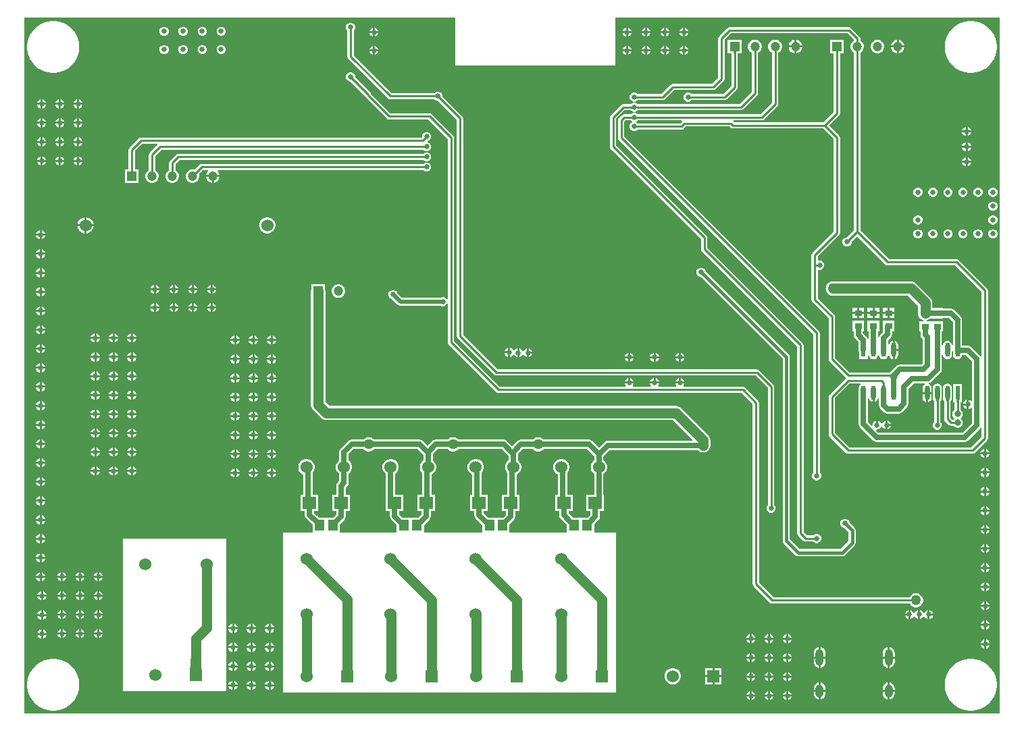
<source format=gbl>
G04*
G04 #@! TF.GenerationSoftware,Altium Limited,Altium Designer,21.3.2 (30)*
G04*
G04 Layer_Physical_Order=2*
G04 Layer_Color=16711680*
%FSLAX44Y44*%
%MOMM*%
G71*
G04*
G04 #@! TF.SameCoordinates,E904BC2C-911D-44D5-97E6-C51C7131D4A3*
G04*
G04*
G04 #@! TF.FilePolarity,Positive*
G04*
G01*
G75*
%ADD10C,0.2540*%
%ADD17C,0.5080*%
%ADD24R,1.7000X1.5000*%
%ADD28R,0.9500X0.8000*%
%ADD34R,1.2500X1.4000*%
%ADD92C,1.2700*%
%ADD93C,0.6350*%
%ADD94C,0.3810*%
%ADD95C,1.2000*%
%ADD96R,1.2000X1.2000*%
%ADD97C,1.5240*%
%ADD98C,0.8000*%
%ADD99R,1.5240X1.5240*%
%ADD100O,1.0000X2.1000*%
%ADD101O,1.0000X1.6000*%
%ADD102C,0.6350*%
%ADD103C,1.2700*%
%ADD104O,0.6000X1.8000*%
%ADD105R,0.6000X1.8000*%
G36*
X1226515Y3865D02*
X3865D01*
Y877265D01*
X543560D01*
Y816610D01*
X744220D01*
Y877265D01*
X1226515D01*
Y3865D01*
D02*
G37*
%LPC*%
G36*
X1192030Y872653D02*
X1188097D01*
X1187930Y872620D01*
X1187759Y872631D01*
X1183860Y872118D01*
X1183698Y872063D01*
X1183528Y872052D01*
X1179729Y871034D01*
X1179576Y870958D01*
X1179409Y870925D01*
X1175775Y869420D01*
X1175633Y869325D01*
X1175471Y869270D01*
X1172066Y867304D01*
X1171937Y867191D01*
X1171784Y867116D01*
X1168664Y864722D01*
X1168551Y864593D01*
X1168409Y864498D01*
X1165629Y861718D01*
X1165534Y861575D01*
X1165405Y861463D01*
X1163011Y858343D01*
X1162936Y858190D01*
X1162823Y858061D01*
X1160857Y854656D01*
X1160802Y854494D01*
X1160707Y854352D01*
X1159202Y850718D01*
X1159169Y850551D01*
X1159093Y850398D01*
X1158075Y846599D01*
X1158064Y846429D01*
X1158009Y846267D01*
X1157496Y842368D01*
X1157507Y842197D01*
X1157474Y842030D01*
Y838097D01*
X1157507Y837930D01*
X1157496Y837759D01*
X1158009Y833860D01*
X1158064Y833698D01*
X1158075Y833528D01*
X1159093Y829729D01*
X1159169Y829576D01*
X1159202Y829409D01*
X1160707Y825775D01*
X1160802Y825633D01*
X1160857Y825471D01*
X1162823Y822066D01*
X1162936Y821937D01*
X1163011Y821784D01*
X1165405Y818664D01*
X1165534Y818551D01*
X1165629Y818409D01*
X1168409Y815629D01*
X1168551Y815534D01*
X1168664Y815405D01*
X1171784Y813011D01*
X1171937Y812936D01*
X1172066Y812823D01*
X1175471Y810857D01*
X1175633Y810802D01*
X1175775Y810707D01*
X1179409Y809202D01*
X1179576Y809169D01*
X1179729Y809093D01*
X1183528Y808075D01*
X1183698Y808064D01*
X1183860Y808009D01*
X1187759Y807496D01*
X1187930Y807507D01*
X1188097Y807474D01*
X1192030D01*
X1192197Y807507D01*
X1192368Y807496D01*
X1196267Y808009D01*
X1196429Y808064D01*
X1196599Y808075D01*
X1200398Y809093D01*
X1200551Y809169D01*
X1200718Y809202D01*
X1204352Y810707D01*
X1204494Y810802D01*
X1204656Y810857D01*
X1208061Y812823D01*
X1208190Y812936D01*
X1208343Y813011D01*
X1211463Y815405D01*
X1211575Y815534D01*
X1211718Y815629D01*
X1214498Y818409D01*
X1214593Y818551D01*
X1214722Y818664D01*
X1217116Y821784D01*
X1217191Y821937D01*
X1217304Y822066D01*
X1219270Y825471D01*
X1219325Y825633D01*
X1219420Y825775D01*
X1220925Y829409D01*
X1220958Y829576D01*
X1221034Y829729D01*
X1222052Y833528D01*
X1222063Y833698D01*
X1222118Y833860D01*
X1222631Y837759D01*
X1222620Y837930D01*
X1222653Y838097D01*
Y842030D01*
X1222620Y842197D01*
X1222631Y842368D01*
X1222118Y846267D01*
X1222063Y846429D01*
X1222052Y846599D01*
X1221034Y850398D01*
X1220958Y850551D01*
X1220925Y850718D01*
X1219420Y854352D01*
X1219325Y854494D01*
X1219270Y854656D01*
X1217304Y858061D01*
X1217191Y858190D01*
X1217116Y858343D01*
X1214722Y861463D01*
X1214593Y861575D01*
X1214498Y861718D01*
X1211718Y864498D01*
X1211575Y864593D01*
X1211463Y864722D01*
X1208343Y867116D01*
X1208190Y867191D01*
X1208061Y867304D01*
X1204656Y869270D01*
X1204494Y869325D01*
X1204352Y869420D01*
X1200718Y870925D01*
X1200551Y870958D01*
X1200398Y871034D01*
X1196599Y872052D01*
X1196429Y872063D01*
X1196267Y872118D01*
X1192368Y872631D01*
X1192197Y872620D01*
X1192030Y872653D01*
D02*
G37*
G36*
X42030D02*
X38097D01*
X37930Y872620D01*
X37759Y872631D01*
X33860Y872118D01*
X33698Y872063D01*
X33528Y872052D01*
X29729Y871034D01*
X29576Y870958D01*
X29409Y870925D01*
X25775Y869420D01*
X25633Y869325D01*
X25471Y869270D01*
X22066Y867304D01*
X21937Y867191D01*
X21784Y867116D01*
X18664Y864722D01*
X18551Y864593D01*
X18409Y864498D01*
X15629Y861718D01*
X15534Y861575D01*
X15405Y861463D01*
X13011Y858343D01*
X12936Y858190D01*
X12823Y858061D01*
X10857Y854656D01*
X10802Y854494D01*
X10707Y854352D01*
X9202Y850718D01*
X9169Y850551D01*
X9093Y850398D01*
X8075Y846599D01*
X8064Y846429D01*
X8009Y846267D01*
X7496Y842368D01*
X7507Y842197D01*
X7474Y842030D01*
Y838097D01*
X7507Y837930D01*
X7496Y837759D01*
X8009Y833860D01*
X8064Y833698D01*
X8075Y833528D01*
X9093Y829729D01*
X9169Y829576D01*
X9202Y829409D01*
X10707Y825775D01*
X10802Y825633D01*
X10857Y825471D01*
X12823Y822066D01*
X12936Y821937D01*
X13011Y821784D01*
X15405Y818664D01*
X15534Y818551D01*
X15629Y818409D01*
X18409Y815629D01*
X18551Y815534D01*
X18664Y815405D01*
X21784Y813011D01*
X21937Y812936D01*
X22066Y812823D01*
X25471Y810857D01*
X25633Y810802D01*
X25775Y810707D01*
X29409Y809202D01*
X29576Y809169D01*
X29729Y809093D01*
X33528Y808075D01*
X33698Y808064D01*
X33860Y808009D01*
X37759Y807496D01*
X37930Y807507D01*
X38097Y807474D01*
X42030D01*
X42197Y807507D01*
X42368Y807496D01*
X46267Y808009D01*
X46429Y808064D01*
X46599Y808075D01*
X50398Y809093D01*
X50551Y809169D01*
X50718Y809202D01*
X54352Y810707D01*
X54494Y810802D01*
X54655Y810857D01*
X58061Y812823D01*
X58190Y812936D01*
X58343Y813011D01*
X61463Y815405D01*
X61575Y815534D01*
X61718Y815629D01*
X64498Y818409D01*
X64593Y818551D01*
X64722Y818664D01*
X67116Y821784D01*
X67191Y821937D01*
X67304Y822066D01*
X69270Y825471D01*
X69325Y825633D01*
X69420Y825775D01*
X70925Y829409D01*
X70958Y829576D01*
X71034Y829729D01*
X72052Y833528D01*
X72063Y833698D01*
X72118Y833860D01*
X72631Y837759D01*
X72620Y837930D01*
X72653Y838097D01*
Y842030D01*
X72620Y842197D01*
X72631Y842368D01*
X72118Y846267D01*
X72063Y846429D01*
X72052Y846599D01*
X71034Y850398D01*
X70958Y850551D01*
X70925Y850718D01*
X69420Y854352D01*
X69325Y854494D01*
X69270Y854656D01*
X67304Y858061D01*
X67191Y858190D01*
X67116Y858343D01*
X64722Y861463D01*
X64593Y861575D01*
X64498Y861718D01*
X61718Y864498D01*
X61575Y864593D01*
X61463Y864722D01*
X58343Y867116D01*
X58190Y867191D01*
X58061Y867304D01*
X54655Y869270D01*
X54494Y869325D01*
X54352Y869420D01*
X50718Y870925D01*
X50551Y870958D01*
X50398Y871034D01*
X46599Y872052D01*
X46429Y872063D01*
X46267Y872118D01*
X42368Y872631D01*
X42197Y872620D01*
X42030Y872653D01*
D02*
G37*
G36*
X831935Y864180D02*
Y859790D01*
X836324D01*
X835510Y861757D01*
X833902Y863365D01*
X831935Y864180D01*
D02*
G37*
G36*
X829395D02*
X827427Y863365D01*
X825820Y861757D01*
X825005Y859790D01*
X829395D01*
Y864180D01*
D02*
G37*
G36*
X808101D02*
Y859790D01*
X812491D01*
X811676Y861757D01*
X810068Y863365D01*
X808101Y864180D01*
D02*
G37*
G36*
X805561D02*
X803594Y863365D01*
X801986Y861757D01*
X801171Y859790D01*
X805561D01*
Y864180D01*
D02*
G37*
G36*
X784267D02*
Y859790D01*
X788657D01*
X787842Y861757D01*
X786235Y863365D01*
X784267Y864180D01*
D02*
G37*
G36*
X781727D02*
X779760Y863365D01*
X778152Y861757D01*
X777337Y859790D01*
X781727D01*
Y864180D01*
D02*
G37*
G36*
X760434D02*
Y859790D01*
X764824D01*
X764009Y861757D01*
X762401Y863365D01*
X760434Y864180D01*
D02*
G37*
G36*
X757894D02*
X755926Y863365D01*
X754319Y861757D01*
X753504Y859790D01*
X757894D01*
Y864180D01*
D02*
G37*
G36*
X443230D02*
Y859790D01*
X447620D01*
X446805Y861757D01*
X445197Y863365D01*
X443230Y864180D01*
D02*
G37*
G36*
X440690D02*
X438723Y863365D01*
X437115Y861757D01*
X436300Y859790D01*
X440690D01*
Y864180D01*
D02*
G37*
G36*
X251708Y865505D02*
X249434D01*
X247334Y864635D01*
X245726Y863027D01*
X244856Y860927D01*
Y858653D01*
X245726Y856553D01*
X247334Y854945D01*
X249434Y854075D01*
X251708D01*
X253808Y854945D01*
X255416Y856553D01*
X256286Y858653D01*
Y860927D01*
X255416Y863027D01*
X253808Y864635D01*
X251708Y865505D01*
D02*
G37*
G36*
X227874D02*
X225600D01*
X223500Y864635D01*
X221892Y863027D01*
X221022Y860927D01*
Y858653D01*
X221892Y856553D01*
X223500Y854945D01*
X225600Y854075D01*
X227874D01*
X229975Y854945D01*
X231582Y856553D01*
X232452Y858653D01*
Y860927D01*
X231582Y863027D01*
X229975Y864635D01*
X227874Y865505D01*
D02*
G37*
G36*
X204040D02*
X201767D01*
X199666Y864635D01*
X198059Y863027D01*
X197189Y860927D01*
Y858653D01*
X198059Y856553D01*
X199666Y854945D01*
X201767Y854075D01*
X204040D01*
X206141Y854945D01*
X207749Y856553D01*
X208619Y858653D01*
Y860927D01*
X207749Y863027D01*
X206141Y864635D01*
X204040Y865505D01*
D02*
G37*
G36*
X180207D02*
X177933D01*
X175833Y864635D01*
X174225Y863027D01*
X173355Y860927D01*
Y858653D01*
X174225Y856553D01*
X175833Y854945D01*
X177933Y854075D01*
X180207D01*
X182307Y854945D01*
X183915Y856553D01*
X184785Y858653D01*
Y860927D01*
X183915Y863027D01*
X182307Y864635D01*
X180207Y865505D01*
D02*
G37*
G36*
X836324Y857250D02*
X831935D01*
Y852860D01*
X833902Y853675D01*
X835510Y855283D01*
X836324Y857250D01*
D02*
G37*
G36*
X829395D02*
X825005D01*
X825820Y855283D01*
X827427Y853675D01*
X829395Y852860D01*
Y857250D01*
D02*
G37*
G36*
X812491D02*
X808101D01*
Y852860D01*
X810068Y853675D01*
X811676Y855283D01*
X812491Y857250D01*
D02*
G37*
G36*
X805561D02*
X801171D01*
X801986Y855283D01*
X803594Y853675D01*
X805561Y852860D01*
Y857250D01*
D02*
G37*
G36*
X788657D02*
X784267D01*
Y852860D01*
X786235Y853675D01*
X787842Y855283D01*
X788657Y857250D01*
D02*
G37*
G36*
X781727D02*
X777337D01*
X778152Y855283D01*
X779760Y853675D01*
X781727Y852860D01*
Y857250D01*
D02*
G37*
G36*
X764824D02*
X760434D01*
Y852860D01*
X762401Y853675D01*
X764009Y855283D01*
X764824Y857250D01*
D02*
G37*
G36*
X757894D02*
X753504D01*
X754319Y855283D01*
X755926Y853675D01*
X757894Y852860D01*
Y857250D01*
D02*
G37*
G36*
X447620D02*
X443230D01*
Y852860D01*
X445197Y853675D01*
X446805Y855283D01*
X447620Y857250D01*
D02*
G37*
G36*
X440690D02*
X436300D01*
X437115Y855283D01*
X438723Y853675D01*
X440690Y852860D01*
Y857250D01*
D02*
G37*
G36*
X1099820Y849241D02*
Y842010D01*
X1107051D01*
X1106508Y844036D01*
X1105384Y845984D01*
X1103794Y847574D01*
X1101846Y848698D01*
X1099820Y849241D01*
D02*
G37*
G36*
X1097280D02*
X1095254Y848698D01*
X1093306Y847574D01*
X1091716Y845984D01*
X1090592Y844036D01*
X1090049Y842010D01*
X1097280D01*
Y849241D01*
D02*
G37*
G36*
X971550D02*
Y842010D01*
X978781D01*
X978238Y844036D01*
X977114Y845984D01*
X975524Y847574D01*
X973576Y848698D01*
X971550Y849241D01*
D02*
G37*
G36*
X969010D02*
X966984Y848698D01*
X965036Y847574D01*
X963446Y845984D01*
X962322Y844036D01*
X961779Y842010D01*
X969010D01*
Y849241D01*
D02*
G37*
G36*
X831935Y841320D02*
Y836930D01*
X836324D01*
X835510Y838897D01*
X833902Y840505D01*
X831935Y841320D01*
D02*
G37*
G36*
X829395D02*
X827427Y840505D01*
X825820Y838897D01*
X825005Y836930D01*
X829395D01*
Y841320D01*
D02*
G37*
G36*
X808101D02*
Y836930D01*
X812491D01*
X811676Y838897D01*
X810068Y840505D01*
X808101Y841320D01*
D02*
G37*
G36*
X805561D02*
X803594Y840505D01*
X801986Y838897D01*
X801171Y836930D01*
X805561D01*
Y841320D01*
D02*
G37*
G36*
X784267D02*
Y836930D01*
X788657D01*
X787842Y838897D01*
X786235Y840505D01*
X784267Y841320D01*
D02*
G37*
G36*
X781727D02*
X779760Y840505D01*
X778152Y838897D01*
X777337Y836930D01*
X781727D01*
Y841320D01*
D02*
G37*
G36*
X760434D02*
Y836930D01*
X764824D01*
X764009Y838897D01*
X762401Y840505D01*
X760434Y841320D01*
D02*
G37*
G36*
X757894D02*
X755926Y840505D01*
X754319Y838897D01*
X753504Y836930D01*
X757894D01*
Y841320D01*
D02*
G37*
G36*
X443230D02*
Y836930D01*
X447620D01*
X446805Y838897D01*
X445197Y840505D01*
X443230Y841320D01*
D02*
G37*
G36*
X440690D02*
X438723Y840505D01*
X437115Y838897D01*
X436300Y836930D01*
X440690D01*
Y841320D01*
D02*
G37*
G36*
X1107051Y839470D02*
X1099820D01*
Y832239D01*
X1101846Y832782D01*
X1103794Y833906D01*
X1105384Y835496D01*
X1106508Y837444D01*
X1107051Y839470D01*
D02*
G37*
G36*
X1097280D02*
X1090049D01*
X1090592Y837444D01*
X1091716Y835496D01*
X1093306Y833906D01*
X1095254Y832782D01*
X1097280Y832239D01*
Y839470D01*
D02*
G37*
G36*
X978781D02*
X971550D01*
Y832239D01*
X973576Y832782D01*
X975524Y833906D01*
X977114Y835496D01*
X978238Y837444D01*
X978781Y839470D01*
D02*
G37*
G36*
X969010D02*
X961779D01*
X962322Y837444D01*
X963446Y835496D01*
X965036Y833906D01*
X966984Y832782D01*
X969010Y832239D01*
Y839470D01*
D02*
G37*
G36*
X1074274Y849280D02*
X1072026D01*
X1069854Y848698D01*
X1067906Y847574D01*
X1066316Y845984D01*
X1065192Y844036D01*
X1064610Y841864D01*
Y839616D01*
X1065192Y837444D01*
X1066316Y835496D01*
X1067906Y833906D01*
X1069854Y832782D01*
X1072026Y832200D01*
X1074274D01*
X1076446Y832782D01*
X1078394Y833906D01*
X1079984Y835496D01*
X1081108Y837444D01*
X1081690Y839616D01*
Y841864D01*
X1081108Y844036D01*
X1079984Y845984D01*
X1078394Y847574D01*
X1076446Y848698D01*
X1074274Y849280D01*
D02*
G37*
G36*
X251708Y842645D02*
X249434D01*
X247334Y841775D01*
X245726Y840167D01*
X244856Y838067D01*
Y835793D01*
X245726Y833693D01*
X247334Y832085D01*
X249434Y831215D01*
X251708D01*
X253808Y832085D01*
X255416Y833693D01*
X256286Y835793D01*
Y838067D01*
X255416Y840167D01*
X253808Y841775D01*
X251708Y842645D01*
D02*
G37*
G36*
X227874D02*
X225600D01*
X223500Y841775D01*
X221892Y840167D01*
X221022Y838067D01*
Y835793D01*
X221892Y833693D01*
X223500Y832085D01*
X225600Y831215D01*
X227874D01*
X229975Y832085D01*
X231582Y833693D01*
X232452Y835793D01*
Y838067D01*
X231582Y840167D01*
X229975Y841775D01*
X227874Y842645D01*
D02*
G37*
G36*
X204040D02*
X201767D01*
X199666Y841775D01*
X198059Y840167D01*
X197189Y838067D01*
Y835793D01*
X198059Y833693D01*
X199666Y832085D01*
X201767Y831215D01*
X204040D01*
X206141Y832085D01*
X207749Y833693D01*
X208619Y835793D01*
Y838067D01*
X207749Y840167D01*
X206141Y841775D01*
X204040Y842645D01*
D02*
G37*
G36*
X180207D02*
X177933D01*
X175833Y841775D01*
X174225Y840167D01*
X173355Y838067D01*
Y835793D01*
X174225Y833693D01*
X175833Y832085D01*
X177933Y831215D01*
X180207D01*
X182307Y832085D01*
X183915Y833693D01*
X184785Y835793D01*
Y838067D01*
X183915Y840167D01*
X182307Y841775D01*
X180207Y842645D01*
D02*
G37*
G36*
X836324Y834390D02*
X831935D01*
Y830000D01*
X833902Y830815D01*
X835510Y832423D01*
X836324Y834390D01*
D02*
G37*
G36*
X829395D02*
X825005D01*
X825820Y832423D01*
X827427Y830815D01*
X829395Y830000D01*
Y834390D01*
D02*
G37*
G36*
X812491D02*
X808101D01*
Y830000D01*
X810068Y830815D01*
X811676Y832423D01*
X812491Y834390D01*
D02*
G37*
G36*
X805561D02*
X801171D01*
X801986Y832423D01*
X803594Y830815D01*
X805561Y830000D01*
Y834390D01*
D02*
G37*
G36*
X788657D02*
X784267D01*
Y830000D01*
X786235Y830815D01*
X787842Y832423D01*
X788657Y834390D01*
D02*
G37*
G36*
X781727D02*
X777337D01*
X778152Y832423D01*
X779760Y830815D01*
X781727Y830000D01*
Y834390D01*
D02*
G37*
G36*
X764824D02*
X760434D01*
Y830000D01*
X762401Y830815D01*
X764009Y832423D01*
X764824Y834390D01*
D02*
G37*
G36*
X757894D02*
X753504D01*
X754319Y832423D01*
X755926Y830815D01*
X757894Y830000D01*
Y834390D01*
D02*
G37*
G36*
X447620D02*
X443230D01*
Y830000D01*
X445197Y830815D01*
X446805Y832423D01*
X447620Y834390D01*
D02*
G37*
G36*
X440690D02*
X436300D01*
X437115Y832423D01*
X438723Y830815D01*
X440690Y830000D01*
Y834390D01*
D02*
G37*
G36*
X902620Y849280D02*
X885540D01*
Y832200D01*
X890195D01*
Y791549D01*
X879771Y781125D01*
X839858D01*
X838897Y782085D01*
X836797Y782955D01*
X834523D01*
X832423Y782085D01*
X830815Y780477D01*
X829945Y778377D01*
Y776103D01*
X830815Y774003D01*
X832423Y772395D01*
X834523Y771525D01*
X836797D01*
X838897Y772395D01*
X839858Y773355D01*
X881380D01*
X882867Y773651D01*
X884127Y774493D01*
X896827Y787193D01*
X897669Y788453D01*
X897965Y789940D01*
Y832200D01*
X902620D01*
Y849280D01*
D02*
G37*
G36*
X72390Y774391D02*
Y770001D01*
X76780D01*
X75965Y771968D01*
X74357Y773576D01*
X72390Y774391D01*
D02*
G37*
G36*
X69850D02*
X67883Y773576D01*
X66275Y771968D01*
X65460Y770001D01*
X69850D01*
Y774391D01*
D02*
G37*
G36*
X49530D02*
Y770001D01*
X53920D01*
X53105Y771968D01*
X51497Y773576D01*
X49530Y774391D01*
D02*
G37*
G36*
X46990D02*
X45023Y773576D01*
X43415Y771968D01*
X42600Y770001D01*
X46990D01*
Y774391D01*
D02*
G37*
G36*
X26670D02*
Y770001D01*
X31060D01*
X30245Y771968D01*
X28637Y773576D01*
X26670Y774391D01*
D02*
G37*
G36*
X24130D02*
X22163Y773576D01*
X20555Y771968D01*
X19740Y770001D01*
X24130D01*
Y774391D01*
D02*
G37*
G36*
X920604Y849280D02*
X918356D01*
X916184Y848698D01*
X914236Y847574D01*
X912646Y845984D01*
X911522Y844036D01*
X910940Y841864D01*
Y839616D01*
X911522Y837444D01*
X912646Y835496D01*
X914236Y833906D01*
X915595Y833122D01*
Y783929D01*
X900091Y768425D01*
X772548D01*
X771587Y769385D01*
X769487Y770255D01*
X767213D01*
X765113Y769385D01*
X764152Y768425D01*
X754380D01*
X752893Y768129D01*
X751633Y767287D01*
X738933Y754587D01*
X738091Y753327D01*
X737795Y751840D01*
Y715010D01*
X738091Y713523D01*
X738933Y712263D01*
X852095Y599101D01*
Y586740D01*
X852391Y585253D01*
X853233Y583993D01*
X972745Y464481D01*
Y229870D01*
X973041Y228383D01*
X973883Y227123D01*
X980233Y220773D01*
X981493Y219931D01*
X982980Y219635D01*
X992752D01*
X993713Y218675D01*
X995813Y217805D01*
X998087D01*
X1000187Y218675D01*
X1001795Y220283D01*
X1002665Y222383D01*
Y224657D01*
X1001795Y226757D01*
X1000187Y228365D01*
X998087Y229235D01*
X995813D01*
X993713Y228365D01*
X992752Y227405D01*
X984589D01*
X980515Y231479D01*
Y466090D01*
X980219Y467577D01*
X979377Y468837D01*
X859865Y588349D01*
Y600710D01*
X859569Y602197D01*
X858727Y603457D01*
X745565Y716619D01*
Y750231D01*
X755989Y760655D01*
X764152D01*
X765113Y759695D01*
X767213Y758825D01*
X769487D01*
X771587Y759695D01*
X772548Y760655D01*
X901700D01*
X903187Y760951D01*
X904447Y761793D01*
X922227Y779573D01*
X923069Y780833D01*
X923365Y782320D01*
Y833122D01*
X924724Y833906D01*
X926314Y835496D01*
X927438Y837444D01*
X928020Y839616D01*
Y841864D01*
X927438Y844036D01*
X926314Y845984D01*
X924724Y847574D01*
X922776Y848698D01*
X920604Y849280D01*
D02*
G37*
G36*
X76780Y767461D02*
X72390D01*
Y763071D01*
X74357Y763886D01*
X75965Y765494D01*
X76780Y767461D01*
D02*
G37*
G36*
X69850D02*
X65460D01*
X66275Y765494D01*
X67883Y763886D01*
X69850Y763071D01*
Y767461D01*
D02*
G37*
G36*
X53920D02*
X49530D01*
Y763071D01*
X51497Y763886D01*
X53105Y765494D01*
X53920Y767461D01*
D02*
G37*
G36*
X46990D02*
X42600D01*
X43415Y765494D01*
X45023Y763886D01*
X46990Y763071D01*
Y767461D01*
D02*
G37*
G36*
X31060D02*
X26670D01*
Y763071D01*
X28637Y763886D01*
X30245Y765494D01*
X31060Y767461D01*
D02*
G37*
G36*
X24130D02*
X19740D01*
X20555Y765494D01*
X22163Y763886D01*
X24130Y763071D01*
Y767461D01*
D02*
G37*
G36*
X72390Y750557D02*
Y746167D01*
X76780D01*
X75965Y748135D01*
X74357Y749742D01*
X72390Y750557D01*
D02*
G37*
G36*
X69850D02*
X67883Y749742D01*
X66275Y748135D01*
X65460Y746167D01*
X69850D01*
Y750557D01*
D02*
G37*
G36*
X49530D02*
Y746167D01*
X53920D01*
X53105Y748135D01*
X51497Y749742D01*
X49530Y750557D01*
D02*
G37*
G36*
X46990D02*
X45023Y749742D01*
X43415Y748135D01*
X42600Y746167D01*
X46990D01*
Y750557D01*
D02*
G37*
G36*
X26670D02*
Y746167D01*
X31060D01*
X30245Y748135D01*
X28637Y749742D01*
X26670Y750557D01*
D02*
G37*
G36*
X24130D02*
X22163Y749742D01*
X20555Y748135D01*
X19740Y746167D01*
X24130D01*
Y750557D01*
D02*
G37*
G36*
X76780Y743627D02*
X72390D01*
Y739238D01*
X74357Y740052D01*
X75965Y741660D01*
X76780Y743627D01*
D02*
G37*
G36*
X69850D02*
X65460D01*
X66275Y741660D01*
X67883Y740052D01*
X69850Y739238D01*
Y743627D01*
D02*
G37*
G36*
X53920D02*
X49530D01*
Y739238D01*
X51497Y740052D01*
X53105Y741660D01*
X53920Y743627D01*
D02*
G37*
G36*
X46990D02*
X42600D01*
X43415Y741660D01*
X45023Y740052D01*
X46990Y739238D01*
Y743627D01*
D02*
G37*
G36*
X31060D02*
X26670D01*
Y739238D01*
X28637Y740052D01*
X30245Y741660D01*
X31060Y743627D01*
D02*
G37*
G36*
X24130D02*
X19740D01*
X20555Y741660D01*
X22163Y740052D01*
X24130Y739238D01*
Y743627D01*
D02*
G37*
G36*
X1186180Y739720D02*
Y735330D01*
X1190570D01*
X1189755Y737297D01*
X1188147Y738905D01*
X1186180Y739720D01*
D02*
G37*
G36*
X1183640D02*
X1181673Y738905D01*
X1180065Y737297D01*
X1179250Y735330D01*
X1183640D01*
Y739720D01*
D02*
G37*
G36*
X1190570Y732790D02*
X1186180D01*
Y728400D01*
X1188147Y729215D01*
X1189755Y730823D01*
X1190570Y732790D01*
D02*
G37*
G36*
X1183640D02*
X1179250D01*
X1180065Y730823D01*
X1181673Y729215D01*
X1183640Y728400D01*
Y732790D01*
D02*
G37*
G36*
X72390Y726723D02*
Y722334D01*
X76780D01*
X75965Y724301D01*
X74357Y725909D01*
X72390Y726723D01*
D02*
G37*
G36*
X69850D02*
X67883Y725909D01*
X66275Y724301D01*
X65460Y722334D01*
X69850D01*
Y726723D01*
D02*
G37*
G36*
X49530D02*
Y722334D01*
X53920D01*
X53105Y724301D01*
X51497Y725909D01*
X49530Y726723D01*
D02*
G37*
G36*
X46990D02*
X45023Y725909D01*
X43415Y724301D01*
X42600Y722334D01*
X46990D01*
Y726723D01*
D02*
G37*
G36*
X26670D02*
Y722334D01*
X31060D01*
X30245Y724301D01*
X28637Y725909D01*
X26670Y726723D01*
D02*
G37*
G36*
X24130D02*
X22163Y725909D01*
X20555Y724301D01*
X19740Y722334D01*
X24130D01*
Y726723D01*
D02*
G37*
G36*
X1186180Y720670D02*
Y716280D01*
X1190570D01*
X1189755Y718247D01*
X1188147Y719855D01*
X1186180Y720670D01*
D02*
G37*
G36*
X1183640D02*
X1181673Y719855D01*
X1180065Y718247D01*
X1179250Y716280D01*
X1183640D01*
Y720670D01*
D02*
G37*
G36*
X76780Y719794D02*
X72390D01*
Y715404D01*
X74357Y716219D01*
X75965Y717826D01*
X76780Y719794D01*
D02*
G37*
G36*
X69850D02*
X65460D01*
X66275Y717826D01*
X67883Y716219D01*
X69850Y715404D01*
Y719794D01*
D02*
G37*
G36*
X53920D02*
X49530D01*
Y715404D01*
X51497Y716219D01*
X53105Y717826D01*
X53920Y719794D01*
D02*
G37*
G36*
X46990D02*
X42600D01*
X43415Y717826D01*
X45023Y716219D01*
X46990Y715404D01*
Y719794D01*
D02*
G37*
G36*
X31060D02*
X26670D01*
Y715404D01*
X28637Y716219D01*
X30245Y717826D01*
X31060Y719794D01*
D02*
G37*
G36*
X24130D02*
X19740D01*
X20555Y717826D01*
X22163Y716219D01*
X24130Y715404D01*
Y719794D01*
D02*
G37*
G36*
X1190570Y713740D02*
X1186180D01*
Y709350D01*
X1188147Y710165D01*
X1189755Y711773D01*
X1190570Y713740D01*
D02*
G37*
G36*
X1183640D02*
X1179250D01*
X1180065Y711773D01*
X1181673Y710165D01*
X1183640Y709350D01*
Y713740D01*
D02*
G37*
G36*
X509137Y733425D02*
X506863D01*
X504763Y732555D01*
X503155Y730947D01*
X502285Y728847D01*
Y727489D01*
X501311Y726515D01*
X149860D01*
X148373Y726219D01*
X147113Y725377D01*
X135683Y713947D01*
X134841Y712687D01*
X134545Y711200D01*
Y686720D01*
X129890D01*
Y669640D01*
X146970D01*
Y686720D01*
X142315D01*
Y709591D01*
X151469Y718745D01*
X170492D01*
X170613Y718586D01*
X170962Y717475D01*
X161083Y707597D01*
X160241Y706337D01*
X159945Y704850D01*
Y685798D01*
X158586Y685014D01*
X156996Y683424D01*
X155872Y681476D01*
X155290Y679304D01*
Y677056D01*
X155872Y674884D01*
X156996Y672936D01*
X158586Y671346D01*
X160534Y670222D01*
X162706Y669640D01*
X164954D01*
X167126Y670222D01*
X169074Y671346D01*
X170664Y672936D01*
X171788Y674884D01*
X172370Y677056D01*
Y679304D01*
X171788Y681476D01*
X170664Y683424D01*
X169074Y685014D01*
X167715Y685798D01*
Y703241D01*
X175599Y711125D01*
X503802D01*
X504763Y710165D01*
X506863Y709295D01*
X509137D01*
X511237Y710165D01*
X512845Y711773D01*
X513715Y713873D01*
Y716147D01*
X512845Y718247D01*
X511237Y719855D01*
X509500Y720574D01*
X509137Y721268D01*
X509137Y721995D01*
X509151Y722001D01*
X511237Y722865D01*
X512845Y724473D01*
X513715Y726573D01*
Y728847D01*
X512845Y730947D01*
X511237Y732555D01*
X509137Y733425D01*
D02*
G37*
G36*
X72390Y702890D02*
Y698500D01*
X76780D01*
X75965Y700467D01*
X74357Y702075D01*
X72390Y702890D01*
D02*
G37*
G36*
X69850D02*
X67883Y702075D01*
X66275Y700467D01*
X65460Y698500D01*
X69850D01*
Y702890D01*
D02*
G37*
G36*
X49530D02*
Y698500D01*
X53920D01*
X53105Y700467D01*
X51497Y702075D01*
X49530Y702890D01*
D02*
G37*
G36*
X46990D02*
X45023Y702075D01*
X43415Y700467D01*
X42600Y698500D01*
X46990D01*
Y702890D01*
D02*
G37*
G36*
X26670D02*
Y698500D01*
X31060D01*
X30245Y700467D01*
X28637Y702075D01*
X26670Y702890D01*
D02*
G37*
G36*
X24130D02*
X22163Y702075D01*
X20555Y700467D01*
X19740Y698500D01*
X24130D01*
Y702890D01*
D02*
G37*
G36*
X1186180Y701620D02*
Y697230D01*
X1190570D01*
X1189755Y699197D01*
X1188147Y700805D01*
X1186180Y701620D01*
D02*
G37*
G36*
X1183640D02*
X1181673Y700805D01*
X1180065Y699197D01*
X1179250Y697230D01*
X1183640D01*
Y701620D01*
D02*
G37*
G36*
X509137Y708025D02*
X506863D01*
X504763Y707155D01*
X503802Y706195D01*
X196850D01*
X195363Y705899D01*
X194103Y705057D01*
X186483Y697437D01*
X185641Y696177D01*
X185345Y694690D01*
Y685798D01*
X183986Y685014D01*
X182396Y683424D01*
X181272Y681476D01*
X180690Y679304D01*
Y677056D01*
X181272Y674884D01*
X182396Y672936D01*
X183986Y671346D01*
X185934Y670222D01*
X188106Y669640D01*
X190354D01*
X192526Y670222D01*
X194474Y671346D01*
X196064Y672936D01*
X197188Y674884D01*
X197770Y677056D01*
Y679304D01*
X197188Y681476D01*
X196064Y683424D01*
X194474Y685014D01*
X193115Y685798D01*
Y693081D01*
X198459Y698425D01*
X503802D01*
X504763Y697465D01*
X506863Y696595D01*
X509137D01*
X511237Y697465D01*
X512845Y699073D01*
X513715Y701173D01*
Y703447D01*
X512845Y705547D01*
X511237Y707155D01*
X509137Y708025D01*
D02*
G37*
G36*
X76780Y695960D02*
X72390D01*
Y691570D01*
X74357Y692385D01*
X75965Y693993D01*
X76780Y695960D01*
D02*
G37*
G36*
X69850D02*
X65460D01*
X66275Y693993D01*
X67883Y692385D01*
X69850Y691570D01*
Y695960D01*
D02*
G37*
G36*
X53920D02*
X49530D01*
Y691570D01*
X51497Y692385D01*
X53105Y693993D01*
X53920Y695960D01*
D02*
G37*
G36*
X46990D02*
X42600D01*
X43415Y693993D01*
X45023Y692385D01*
X46990Y691570D01*
Y695960D01*
D02*
G37*
G36*
X31060D02*
X26670D01*
Y691570D01*
X28637Y692385D01*
X30245Y693993D01*
X31060Y695960D01*
D02*
G37*
G36*
X24130D02*
X19740D01*
X20555Y693993D01*
X22163Y692385D01*
X24130Y691570D01*
Y695960D01*
D02*
G37*
G36*
X1190570Y694690D02*
X1186180D01*
Y690300D01*
X1188147Y691115D01*
X1189755Y692723D01*
X1190570Y694690D01*
D02*
G37*
G36*
X1183640D02*
X1179250D01*
X1180065Y692723D01*
X1181673Y691115D01*
X1183640Y690300D01*
Y694690D01*
D02*
G37*
G36*
X509137Y695325D02*
X506863D01*
X504763Y694455D01*
X503802Y693495D01*
X226060D01*
X224573Y693199D01*
X223313Y692357D01*
X217270Y686314D01*
X215754Y686720D01*
X213506D01*
X211334Y686138D01*
X209386Y685014D01*
X207796Y683424D01*
X206672Y681476D01*
X206090Y679304D01*
Y677056D01*
X206672Y674884D01*
X207796Y672936D01*
X209386Y671346D01*
X211334Y670222D01*
X213506Y669640D01*
X215754D01*
X217926Y670222D01*
X219874Y671346D01*
X221464Y672936D01*
X222588Y674884D01*
X223170Y677056D01*
Y679304D01*
X222764Y680820D01*
X227669Y685725D01*
X233702D01*
X234228Y684455D01*
X233196Y683424D01*
X232072Y681476D01*
X231529Y679450D01*
X248531D01*
X247988Y681476D01*
X246864Y683424D01*
X245832Y684455D01*
X246358Y685725D01*
X503802D01*
X504763Y684765D01*
X506863Y683895D01*
X509137D01*
X511237Y684765D01*
X512845Y686373D01*
X513715Y688473D01*
Y690747D01*
X512845Y692847D01*
X511237Y694455D01*
X509137Y695325D01*
D02*
G37*
G36*
X248531Y676910D02*
X241300D01*
Y669679D01*
X243326Y670222D01*
X245274Y671346D01*
X246864Y672936D01*
X247988Y674884D01*
X248531Y676910D01*
D02*
G37*
G36*
X238760D02*
X231529D01*
X232072Y674884D01*
X233196Y672936D01*
X234786Y671346D01*
X236734Y670222D01*
X238760Y669679D01*
Y676910D01*
D02*
G37*
G36*
X1200271Y663575D02*
X1197997D01*
X1195897Y662705D01*
X1194289Y661097D01*
X1193419Y658997D01*
Y656723D01*
X1194289Y654623D01*
X1195897Y653015D01*
X1197997Y652145D01*
X1200271D01*
X1202371Y653015D01*
X1203979Y654623D01*
X1204849Y656723D01*
Y658997D01*
X1203979Y661097D01*
X1202371Y662705D01*
X1200271Y663575D01*
D02*
G37*
G36*
X1181475D02*
X1179201D01*
X1177101Y662705D01*
X1175493Y661097D01*
X1174623Y658997D01*
Y656723D01*
X1175493Y654623D01*
X1177101Y653015D01*
X1179201Y652145D01*
X1181475D01*
X1183575Y653015D01*
X1185183Y654623D01*
X1186053Y656723D01*
Y658997D01*
X1185183Y661097D01*
X1183575Y662705D01*
X1181475Y663575D01*
D02*
G37*
G36*
X1162679D02*
X1160405D01*
X1158305Y662705D01*
X1156697Y661097D01*
X1155827Y658997D01*
Y656723D01*
X1156697Y654623D01*
X1158305Y653015D01*
X1160405Y652145D01*
X1162679D01*
X1164779Y653015D01*
X1166387Y654623D01*
X1167257Y656723D01*
Y658997D01*
X1166387Y661097D01*
X1164779Y662705D01*
X1162679Y663575D01*
D02*
G37*
G36*
X1143883D02*
X1141609D01*
X1139509Y662705D01*
X1137901Y661097D01*
X1137031Y658997D01*
Y656723D01*
X1137901Y654623D01*
X1139509Y653015D01*
X1141609Y652145D01*
X1143883D01*
X1145983Y653015D01*
X1147591Y654623D01*
X1148461Y656723D01*
Y658997D01*
X1147591Y661097D01*
X1145983Y662705D01*
X1143883Y663575D01*
D02*
G37*
G36*
X1125087D02*
X1122813D01*
X1120713Y662705D01*
X1119105Y661097D01*
X1118235Y658997D01*
Y656723D01*
X1119105Y654623D01*
X1120713Y653015D01*
X1122813Y652145D01*
X1125087D01*
X1127187Y653015D01*
X1128795Y654623D01*
X1129665Y656723D01*
Y658997D01*
X1128795Y661097D01*
X1127187Y662705D01*
X1125087Y663575D01*
D02*
G37*
G36*
X1219067Y663575D02*
X1216793D01*
X1214693Y662705D01*
X1213085Y661097D01*
X1212215Y658997D01*
Y656723D01*
X1213085Y654623D01*
X1214693Y653015D01*
X1216793Y652145D01*
X1219067D01*
X1221167Y653015D01*
X1222775Y654623D01*
X1223645Y656723D01*
Y658997D01*
X1222775Y661097D01*
X1221167Y662705D01*
X1219067Y663575D01*
D02*
G37*
G36*
Y646218D02*
X1216793D01*
X1214693Y645348D01*
X1213085Y643741D01*
X1212215Y641640D01*
Y639367D01*
X1213085Y637266D01*
X1214693Y635658D01*
X1216793Y634788D01*
X1219067D01*
X1221167Y635658D01*
X1222775Y637266D01*
X1223645Y639367D01*
Y641640D01*
X1222775Y643741D01*
X1221167Y645348D01*
X1219067Y646218D01*
D02*
G37*
G36*
X81748Y626520D02*
X81680D01*
Y617630D01*
X90570D01*
Y617698D01*
X89878Y620282D01*
X88540Y622598D01*
X86648Y624490D01*
X84332Y625828D01*
X81748Y626520D01*
D02*
G37*
G36*
X79140D02*
X79072D01*
X76488Y625828D01*
X74172Y624490D01*
X72280Y622598D01*
X70942Y620282D01*
X70250Y617698D01*
Y617630D01*
X79140D01*
Y626520D01*
D02*
G37*
G36*
X1219067Y628862D02*
X1216793D01*
X1214693Y627992D01*
X1213085Y626384D01*
X1212215Y624283D01*
Y622010D01*
X1213085Y619909D01*
X1214693Y618302D01*
X1216793Y617432D01*
X1219067D01*
X1221167Y618302D01*
X1222775Y619909D01*
X1223645Y622010D01*
Y624283D01*
X1222775Y626384D01*
X1221167Y627992D01*
X1219067Y628862D01*
D02*
G37*
G36*
X1125087D02*
X1122813D01*
X1120713Y627992D01*
X1119105Y626384D01*
X1118235Y624283D01*
Y622010D01*
X1119105Y619909D01*
X1120713Y618302D01*
X1122813Y617432D01*
X1125087D01*
X1127187Y618302D01*
X1128795Y619909D01*
X1129665Y622010D01*
Y624283D01*
X1128795Y626384D01*
X1127187Y627992D01*
X1125087Y628862D01*
D02*
G37*
G36*
X309748Y626520D02*
X307072D01*
X304488Y625828D01*
X302172Y624490D01*
X300280Y622598D01*
X298942Y620282D01*
X298250Y617698D01*
Y615022D01*
X298942Y612438D01*
X300280Y610122D01*
X302172Y608230D01*
X304488Y606892D01*
X307072Y606200D01*
X309748D01*
X312332Y606892D01*
X314648Y608230D01*
X316540Y610122D01*
X317878Y612438D01*
X318570Y615022D01*
Y617698D01*
X317878Y620282D01*
X316540Y622598D01*
X314648Y624490D01*
X312332Y625828D01*
X309748Y626520D01*
D02*
G37*
G36*
X90570Y615090D02*
X81680D01*
Y606200D01*
X81748D01*
X84332Y606892D01*
X86648Y608230D01*
X88540Y610122D01*
X89878Y612438D01*
X90570Y615022D01*
Y615090D01*
D02*
G37*
G36*
X79140D02*
X70250D01*
Y615022D01*
X70942Y612438D01*
X72280Y610122D01*
X74172Y608230D01*
X76488Y606892D01*
X79072Y606200D01*
X79140D01*
Y615090D01*
D02*
G37*
G36*
X25400Y610180D02*
Y605790D01*
X29790D01*
X28975Y607757D01*
X27367Y609365D01*
X25400Y610180D01*
D02*
G37*
G36*
X22860D02*
X20893Y609365D01*
X19285Y607757D01*
X18470Y605790D01*
X22860D01*
Y610180D01*
D02*
G37*
G36*
X1219067Y611505D02*
X1216793D01*
X1214693Y610635D01*
X1213085Y609027D01*
X1212215Y606927D01*
Y604653D01*
X1213085Y602553D01*
X1214693Y600945D01*
X1216793Y600075D01*
X1219067D01*
X1221167Y600945D01*
X1222775Y602553D01*
X1223645Y604653D01*
Y606927D01*
X1222775Y609027D01*
X1221167Y610635D01*
X1219067Y611505D01*
D02*
G37*
G36*
X1200271D02*
X1197997D01*
X1195897Y610635D01*
X1194289Y609027D01*
X1193419Y606927D01*
Y604653D01*
X1194289Y602553D01*
X1195897Y600945D01*
X1197997Y600075D01*
X1200271D01*
X1202371Y600945D01*
X1203979Y602553D01*
X1204849Y604653D01*
Y606927D01*
X1203979Y609027D01*
X1202371Y610635D01*
X1200271Y611505D01*
D02*
G37*
G36*
X1181475D02*
X1179201D01*
X1177101Y610635D01*
X1175493Y609027D01*
X1174623Y606927D01*
Y604653D01*
X1175493Y602553D01*
X1177101Y600945D01*
X1179201Y600075D01*
X1181475D01*
X1183575Y600945D01*
X1185183Y602553D01*
X1186053Y604653D01*
Y606927D01*
X1185183Y609027D01*
X1183575Y610635D01*
X1181475Y611505D01*
D02*
G37*
G36*
X1162679D02*
X1160405D01*
X1158305Y610635D01*
X1156697Y609027D01*
X1155827Y606927D01*
Y604653D01*
X1156697Y602553D01*
X1158305Y600945D01*
X1160405Y600075D01*
X1162679D01*
X1164779Y600945D01*
X1166387Y602553D01*
X1167257Y604653D01*
Y606927D01*
X1166387Y609027D01*
X1164779Y610635D01*
X1162679Y611505D01*
D02*
G37*
G36*
X1143883D02*
X1141609D01*
X1139509Y610635D01*
X1137901Y609027D01*
X1137031Y606927D01*
Y604653D01*
X1137901Y602553D01*
X1139509Y600945D01*
X1141609Y600075D01*
X1143883D01*
X1145983Y600945D01*
X1147591Y602553D01*
X1148461Y604653D01*
Y606927D01*
X1147591Y609027D01*
X1145983Y610635D01*
X1143883Y611505D01*
D02*
G37*
G36*
X1125087D02*
X1122813D01*
X1120713Y610635D01*
X1119105Y609027D01*
X1118235Y606927D01*
Y604653D01*
X1119105Y602553D01*
X1120713Y600945D01*
X1122813Y600075D01*
X1125087D01*
X1127187Y600945D01*
X1128795Y602553D01*
X1129665Y604653D01*
Y606927D01*
X1128795Y609027D01*
X1127187Y610635D01*
X1125087Y611505D01*
D02*
G37*
G36*
X29790Y603250D02*
X25400D01*
Y598860D01*
X27367Y599675D01*
X28975Y601283D01*
X29790Y603250D01*
D02*
G37*
G36*
X22860D02*
X18470D01*
X19285Y601283D01*
X20893Y599675D01*
X22860Y598860D01*
Y603250D01*
D02*
G37*
G36*
X25400Y586346D02*
Y581956D01*
X29790D01*
X28975Y583923D01*
X27367Y585531D01*
X25400Y586346D01*
D02*
G37*
G36*
X22860D02*
X20893Y585531D01*
X19285Y583923D01*
X18470Y581956D01*
X22860D01*
Y586346D01*
D02*
G37*
G36*
X29790Y579416D02*
X25400D01*
Y575026D01*
X27367Y575841D01*
X28975Y577449D01*
X29790Y579416D01*
D02*
G37*
G36*
X22860D02*
X18470D01*
X19285Y577449D01*
X20893Y575841D01*
X22860Y575026D01*
Y579416D01*
D02*
G37*
G36*
X1037590Y864945D02*
X887730D01*
X886243Y864649D01*
X884983Y863807D01*
X876093Y854917D01*
X876093Y854917D01*
X874823Y853647D01*
X873981Y852387D01*
X873685Y850900D01*
Y801709D01*
X865801Y793825D01*
X816610D01*
X815123Y793529D01*
X813863Y792687D01*
X802301Y781125D01*
X772548D01*
X771587Y782085D01*
X769487Y782955D01*
X767213D01*
X765113Y782085D01*
X763505Y780477D01*
X762635Y778377D01*
Y776103D01*
X763505Y774003D01*
X765113Y772395D01*
X767213Y771525D01*
X769487D01*
X771587Y772395D01*
X772548Y773355D01*
X803910D01*
X805397Y773651D01*
X806657Y774493D01*
X818219Y786055D01*
X867410D01*
X868897Y786351D01*
X870157Y787193D01*
X880317Y797353D01*
X881159Y798613D01*
X881455Y800100D01*
Y849291D01*
X881587Y849423D01*
X881587Y849423D01*
X889339Y857175D01*
X1035981D01*
X1043644Y849513D01*
X1043525Y848162D01*
X1042506Y847574D01*
X1040916Y845984D01*
X1039792Y844036D01*
X1039210Y841864D01*
Y839616D01*
X1039792Y837444D01*
X1040916Y835496D01*
X1042506Y833906D01*
X1043865Y833122D01*
Y609939D01*
X1035271Y601345D01*
X1033913D01*
X1031813Y600475D01*
X1030205Y598867D01*
X1029335Y596767D01*
Y594493D01*
X1030205Y592393D01*
X1031813Y590785D01*
X1033913Y589915D01*
X1036187D01*
X1038287Y590785D01*
X1039895Y592393D01*
X1040765Y594493D01*
Y595851D01*
X1047750Y602836D01*
X1083103Y567483D01*
X1084363Y566641D01*
X1085850Y566345D01*
X1170601D01*
X1203885Y533061D01*
Y451491D01*
X1202615Y451106D01*
X1201730Y452430D01*
X1190300Y463860D01*
X1188410Y465123D01*
X1186180Y465567D01*
X1179307D01*
Y497840D01*
X1178863Y500070D01*
X1177600Y501960D01*
X1169350Y510210D01*
X1167460Y511473D01*
X1165230Y511917D01*
X1155370D01*
Y512630D01*
X1143469D01*
X1143375Y512649D01*
X1143368Y512648D01*
X1143361Y512649D01*
X1143264Y512630D01*
X1141807D01*
Y519430D01*
X1141501Y521751D01*
X1140605Y523913D01*
X1139180Y525770D01*
X1121508Y543442D01*
X1119651Y544867D01*
X1117489Y545763D01*
X1115168Y546069D01*
X1018557D01*
X1018440Y546100D01*
X1017853D01*
X1017270Y546177D01*
X1016687Y546100D01*
X1016100D01*
X1015532Y545948D01*
X1014949Y545871D01*
X1014406Y545646D01*
X1013839Y545494D01*
X1013329Y545200D01*
X1012787Y544975D01*
X1012320Y544618D01*
X1011811Y544324D01*
X1011396Y543908D01*
X1010930Y543550D01*
X1010572Y543084D01*
X1010156Y542669D01*
X1009862Y542160D01*
X1009505Y541693D01*
X1009280Y541151D01*
X1008986Y540641D01*
X1008834Y540074D01*
X1008609Y539531D01*
X1008532Y538948D01*
X1008380Y538380D01*
Y537793D01*
X1008303Y537210D01*
X1008380Y536627D01*
Y536040D01*
X1008532Y535472D01*
X1008609Y534889D01*
X1008834Y534346D01*
X1008986Y533779D01*
X1009280Y533270D01*
X1009505Y532727D01*
X1009862Y532261D01*
X1010156Y531751D01*
X1010572Y531336D01*
X1010930Y530870D01*
X1011038Y530762D01*
X1011038Y530761D01*
X1011504Y530404D01*
X1011811Y530096D01*
X1012188Y529879D01*
X1012895Y529337D01*
X1013718Y528996D01*
X1013839Y528926D01*
X1013973Y528890D01*
X1015057Y528441D01*
X1017378Y528135D01*
X1111454D01*
X1123873Y515716D01*
Y506090D01*
X1124179Y503769D01*
X1125075Y501607D01*
X1125550Y500987D01*
Y499550D01*
X1126760D01*
X1128357Y498325D01*
X1130519Y497429D01*
X1130738Y497400D01*
X1130655Y496130D01*
X1125550D01*
Y483050D01*
X1127013D01*
Y478790D01*
X1127457Y476560D01*
X1128720Y474670D01*
X1129553Y473836D01*
Y460030D01*
Y443104D01*
X1127886Y441437D01*
X1101090D01*
X1098860Y440993D01*
X1096970Y439730D01*
X1089350Y432110D01*
X1089192Y431875D01*
X1037929D01*
X1019885Y449919D01*
Y501650D01*
X1019589Y503137D01*
X1018747Y504397D01*
X998295Y524849D01*
Y560112D01*
X999351Y560818D01*
X999623Y560705D01*
X1001897D01*
X1003997Y561575D01*
X1005605Y563183D01*
X1006475Y565283D01*
Y567557D01*
X1005605Y569657D01*
X1003997Y571265D01*
X1001897Y572135D01*
X999623D01*
X999351Y572022D01*
X998295Y572728D01*
Y577511D01*
X1025097Y604313D01*
X1025939Y605573D01*
X1026235Y607060D01*
Y726440D01*
X1025939Y727927D01*
X1025097Y729187D01*
X1012604Y741680D01*
X1025097Y754173D01*
X1025939Y755433D01*
X1026235Y756920D01*
Y832200D01*
X1030890D01*
Y849280D01*
X1013810D01*
Y832200D01*
X1018465D01*
Y758529D01*
X1005501Y745565D01*
X893665D01*
X892544Y746685D01*
X892892Y747796D01*
X893013Y747955D01*
X928370D01*
X929857Y748251D01*
X931117Y749093D01*
X947627Y765603D01*
X948469Y766863D01*
X948765Y768350D01*
Y833122D01*
X950124Y833906D01*
X951714Y835496D01*
X952838Y837444D01*
X953420Y839616D01*
Y841864D01*
X952838Y844036D01*
X951714Y845984D01*
X950124Y847574D01*
X948176Y848698D01*
X946004Y849280D01*
X943756D01*
X941584Y848698D01*
X939636Y847574D01*
X938046Y845984D01*
X936922Y844036D01*
X936340Y841864D01*
Y839616D01*
X936922Y837444D01*
X938046Y835496D01*
X939636Y833906D01*
X940995Y833122D01*
Y769959D01*
X926761Y755725D01*
X772548D01*
X771587Y756685D01*
X769487Y757555D01*
X767213D01*
X765113Y756685D01*
X764152Y755725D01*
X755650D01*
X754163Y755429D01*
X752903Y754587D01*
X749093Y750777D01*
X748251Y749517D01*
X747955Y748030D01*
Y726440D01*
X748251Y724953D01*
X749093Y723693D01*
X993065Y479721D01*
Y306458D01*
X992105Y305497D01*
X991235Y303397D01*
Y301123D01*
X992105Y299023D01*
X993713Y297415D01*
X995813Y296545D01*
X998087D01*
X1000187Y297415D01*
X1001795Y299023D01*
X1002665Y301123D01*
Y303397D01*
X1001795Y305497D01*
X1000835Y306458D01*
Y481330D01*
X1000539Y482817D01*
X999697Y484077D01*
X755725Y728049D01*
Y746421D01*
X757259Y747955D01*
X764152D01*
X765113Y746995D01*
X765680Y746760D01*
Y745490D01*
X765113Y745255D01*
X763505Y743647D01*
X762635Y741547D01*
Y739273D01*
X763505Y737173D01*
X765113Y735565D01*
X767213Y734695D01*
X769487D01*
X771587Y735565D01*
X772548Y736525D01*
X827543D01*
X829030Y736821D01*
X830290Y737663D01*
X832962Y740335D01*
X887906D01*
X889309Y738933D01*
X890569Y738091D01*
X892056Y737795D01*
X1005501D01*
X1018465Y724831D01*
Y608669D01*
X991663Y581867D01*
X990821Y580607D01*
X990525Y579120D01*
Y566420D01*
Y523240D01*
X990821Y521753D01*
X991663Y520493D01*
X1012115Y500041D01*
Y448310D01*
X1012411Y446823D01*
X1013253Y445563D01*
X1033171Y425645D01*
X1033436Y424815D01*
X1033171Y423984D01*
X1013253Y404067D01*
X1012411Y402807D01*
X1012115Y401320D01*
Y354330D01*
X1012411Y352843D01*
X1013253Y351583D01*
X1033573Y331263D01*
X1034833Y330421D01*
X1036320Y330125D01*
X1192530D01*
X1194017Y330421D01*
X1195277Y331263D01*
X1210517Y346503D01*
X1211359Y347763D01*
X1211655Y349250D01*
Y534670D01*
X1211359Y536157D01*
X1210517Y537417D01*
X1174957Y572977D01*
X1173697Y573819D01*
X1172210Y574115D01*
X1087459D01*
X1051635Y609939D01*
Y833122D01*
X1052994Y833906D01*
X1054584Y835496D01*
X1055708Y837444D01*
X1056290Y839616D01*
Y841864D01*
X1055708Y844036D01*
X1054584Y845984D01*
X1052994Y847574D01*
X1051635Y848358D01*
Y850900D01*
X1051339Y852387D01*
X1050497Y853647D01*
X1040337Y863807D01*
X1039077Y864649D01*
X1037590Y864945D01*
D02*
G37*
G36*
X25400Y562512D02*
Y558122D01*
X29790D01*
X28975Y560090D01*
X27367Y561698D01*
X25400Y562512D01*
D02*
G37*
G36*
X22860D02*
X20893Y561698D01*
X19285Y560090D01*
X18470Y558122D01*
X22860D01*
Y562512D01*
D02*
G37*
G36*
X29790Y555583D02*
X25400D01*
Y551193D01*
X27367Y552008D01*
X28975Y553615D01*
X29790Y555583D01*
D02*
G37*
G36*
X22860D02*
X18470D01*
X19285Y553615D01*
X20893Y552008D01*
X22860Y551193D01*
Y555583D01*
D02*
G37*
G36*
X240115Y541600D02*
Y537210D01*
X244504D01*
X243690Y539177D01*
X242082Y540785D01*
X240115Y541600D01*
D02*
G37*
G36*
X237575D02*
X235607Y540785D01*
X234000Y539177D01*
X233185Y537210D01*
X237575D01*
Y541600D01*
D02*
G37*
G36*
X216281D02*
Y537210D01*
X220671D01*
X219856Y539177D01*
X218248Y540785D01*
X216281Y541600D01*
D02*
G37*
G36*
X213741D02*
X211774Y540785D01*
X210166Y539177D01*
X209351Y537210D01*
X213741D01*
Y541600D01*
D02*
G37*
G36*
X192447D02*
Y537210D01*
X196837D01*
X196022Y539177D01*
X194415Y540785D01*
X192447Y541600D01*
D02*
G37*
G36*
X189907D02*
X187940Y540785D01*
X186332Y539177D01*
X185518Y537210D01*
X189907D01*
Y541600D01*
D02*
G37*
G36*
X168614D02*
Y537210D01*
X173004D01*
X172189Y539177D01*
X170581Y540785D01*
X168614Y541600D01*
D02*
G37*
G36*
X166074D02*
X164106Y540785D01*
X162499Y539177D01*
X161684Y537210D01*
X166074D01*
Y541600D01*
D02*
G37*
G36*
X25400Y538679D02*
Y534289D01*
X29790D01*
X28975Y536256D01*
X27367Y537864D01*
X25400Y538679D01*
D02*
G37*
G36*
X22860D02*
X20893Y537864D01*
X19285Y536256D01*
X18470Y534289D01*
X22860D01*
Y538679D01*
D02*
G37*
G36*
X244504Y534670D02*
X240115D01*
Y530280D01*
X242082Y531095D01*
X243690Y532703D01*
X244504Y534670D01*
D02*
G37*
G36*
X237575D02*
X233185D01*
X234000Y532703D01*
X235607Y531095D01*
X237575Y530280D01*
Y534670D01*
D02*
G37*
G36*
X220671D02*
X216281D01*
Y530280D01*
X218248Y531095D01*
X219856Y532703D01*
X220671Y534670D01*
D02*
G37*
G36*
X213741D02*
X209351D01*
X210166Y532703D01*
X211774Y531095D01*
X213741Y530280D01*
Y534670D01*
D02*
G37*
G36*
X196837D02*
X192447D01*
Y530280D01*
X194415Y531095D01*
X196022Y532703D01*
X196837Y534670D01*
D02*
G37*
G36*
X189907D02*
X185518D01*
X186332Y532703D01*
X187940Y531095D01*
X189907Y530280D01*
Y534670D01*
D02*
G37*
G36*
X173004D02*
X168614D01*
Y530280D01*
X170581Y531095D01*
X172189Y532703D01*
X173004Y534670D01*
D02*
G37*
G36*
X166074D02*
X161684D01*
X162499Y532703D01*
X164106Y531095D01*
X166074Y530280D01*
Y534670D01*
D02*
G37*
G36*
X29790Y531749D02*
X25400D01*
Y527359D01*
X27367Y528174D01*
X28975Y529782D01*
X29790Y531749D01*
D02*
G37*
G36*
X22860D02*
X18470D01*
X19285Y529782D01*
X20893Y528174D01*
X22860Y527359D01*
Y531749D01*
D02*
G37*
G36*
X398634Y542370D02*
X396386D01*
X394214Y541788D01*
X392266Y540664D01*
X390676Y539074D01*
X389552Y537126D01*
X388970Y534954D01*
Y532706D01*
X389552Y530534D01*
X390676Y528586D01*
X392266Y526996D01*
X394214Y525872D01*
X396386Y525290D01*
X398634D01*
X400806Y525872D01*
X402754Y526996D01*
X404344Y528586D01*
X405468Y530534D01*
X406050Y532706D01*
Y534954D01*
X405468Y537126D01*
X404344Y539074D01*
X402754Y540664D01*
X400806Y541788D01*
X398634Y542370D01*
D02*
G37*
G36*
X413887Y808355D02*
X411613D01*
X409513Y807485D01*
X407905Y805877D01*
X407035Y803777D01*
Y801503D01*
X407905Y799403D01*
X409513Y797795D01*
X411613Y796925D01*
X412971D01*
X430904Y778992D01*
X431116Y777929D01*
X431958Y776669D01*
X458263Y750363D01*
X459523Y749521D01*
X461010Y749225D01*
X510201D01*
X534595Y724831D01*
Y523803D01*
X533325Y523550D01*
X533165Y523937D01*
X531557Y525545D01*
X529457Y526415D01*
X527183D01*
X525890Y525880D01*
X477125D01*
X471470Y531535D01*
X470935Y532827D01*
X469327Y534435D01*
X467227Y535305D01*
X464953D01*
X462853Y534435D01*
X461245Y532827D01*
X460375Y530727D01*
Y528453D01*
X461245Y526353D01*
X462853Y524745D01*
X464146Y524210D01*
X471317Y517038D01*
X472998Y515915D01*
X474980Y515521D01*
X525890D01*
X527183Y514985D01*
X529457D01*
X531557Y515855D01*
X533165Y517463D01*
X533325Y517850D01*
X534595Y517597D01*
Y469900D01*
X534891Y468413D01*
X535733Y467153D01*
X595423Y407463D01*
X596683Y406621D01*
X598170Y406325D01*
X902631D01*
X916865Y392091D01*
Y166370D01*
X917161Y164883D01*
X918003Y163623D01*
X938323Y143303D01*
X939583Y142461D01*
X941070Y142165D01*
X1113388D01*
X1114296Y140591D01*
X1115951Y138936D01*
X1117979Y137766D01*
X1120240Y137160D01*
X1122580D01*
X1124841Y137766D01*
X1126869Y138936D01*
X1128524Y140591D01*
X1129694Y142619D01*
X1130300Y144880D01*
Y147220D01*
X1129694Y149481D01*
X1128524Y151509D01*
X1126869Y153164D01*
X1124841Y154334D01*
X1122580Y154940D01*
X1120240D01*
X1117979Y154334D01*
X1115951Y153164D01*
X1114296Y151509D01*
X1113388Y149935D01*
X942679D01*
X924635Y167979D01*
Y393700D01*
X924339Y395187D01*
X923497Y396447D01*
X906987Y412957D01*
X905727Y413799D01*
X904240Y414095D01*
X830373D01*
X829847Y415365D01*
X830345Y415863D01*
X831160Y417830D01*
X819840D01*
X820655Y415863D01*
X821153Y415365D01*
X820627Y414095D01*
X798623D01*
X798097Y415365D01*
X798595Y415863D01*
X799410Y417830D01*
X788090D01*
X788905Y415863D01*
X789403Y415365D01*
X788877Y414095D01*
X766873D01*
X766347Y415365D01*
X766845Y415863D01*
X767660Y417830D01*
X756340D01*
X757155Y415863D01*
X757653Y415365D01*
X757127Y414095D01*
X599779D01*
X542365Y471509D01*
Y726440D01*
X542069Y727927D01*
X541227Y729187D01*
X514557Y755857D01*
X513297Y756699D01*
X511810Y756995D01*
X462619D01*
X438505Y781109D01*
X438293Y782172D01*
X437451Y783432D01*
X418465Y802419D01*
Y803777D01*
X417595Y805877D01*
X415987Y807485D01*
X413887Y808355D01*
D02*
G37*
G36*
X240115Y518740D02*
Y514350D01*
X244504D01*
X243690Y516317D01*
X242082Y517925D01*
X240115Y518740D01*
D02*
G37*
G36*
X237575D02*
X235607Y517925D01*
X234000Y516317D01*
X233185Y514350D01*
X237575D01*
Y518740D01*
D02*
G37*
G36*
X216281D02*
Y514350D01*
X220671D01*
X219856Y516317D01*
X218248Y517925D01*
X216281Y518740D01*
D02*
G37*
G36*
X213741D02*
X211774Y517925D01*
X210166Y516317D01*
X209351Y514350D01*
X213741D01*
Y518740D01*
D02*
G37*
G36*
X192447D02*
Y514350D01*
X196837D01*
X196022Y516317D01*
X194415Y517925D01*
X192447Y518740D01*
D02*
G37*
G36*
X189907D02*
X187940Y517925D01*
X186332Y516317D01*
X185518Y514350D01*
X189907D01*
Y518740D01*
D02*
G37*
G36*
X168614D02*
Y514350D01*
X173004D01*
X172189Y516317D01*
X170581Y517925D01*
X168614Y518740D01*
D02*
G37*
G36*
X166074D02*
X164106Y517925D01*
X162499Y516317D01*
X161684Y514350D01*
X166074D01*
Y518740D01*
D02*
G37*
G36*
X25400Y514845D02*
Y510455D01*
X29790D01*
X28975Y512422D01*
X27367Y514030D01*
X25400Y514845D01*
D02*
G37*
G36*
X22860D02*
X20893Y514030D01*
X19285Y512422D01*
X18470Y510455D01*
X22860D01*
Y514845D01*
D02*
G37*
G36*
X1094410Y512920D02*
X1088390D01*
Y507650D01*
X1094410D01*
Y512920D01*
D02*
G37*
G36*
X1075360D02*
X1069340D01*
Y507650D01*
X1075360D01*
Y512920D01*
D02*
G37*
G36*
X1056310D02*
X1050290D01*
Y507650D01*
X1056310D01*
Y512920D01*
D02*
G37*
G36*
X1085850D02*
X1079830D01*
Y507650D01*
X1085850D01*
Y512920D01*
D02*
G37*
G36*
X1066800D02*
X1060780D01*
Y507650D01*
X1066800D01*
Y512920D01*
D02*
G37*
G36*
X1047750D02*
X1041730D01*
Y507650D01*
X1047750D01*
Y512920D01*
D02*
G37*
G36*
X244504Y511810D02*
X240115D01*
Y507420D01*
X242082Y508235D01*
X243690Y509843D01*
X244504Y511810D01*
D02*
G37*
G36*
X237575D02*
X233185D01*
X234000Y509843D01*
X235607Y508235D01*
X237575Y507420D01*
Y511810D01*
D02*
G37*
G36*
X220671D02*
X216281D01*
Y507420D01*
X218248Y508235D01*
X219856Y509843D01*
X220671Y511810D01*
D02*
G37*
G36*
X213741D02*
X209351D01*
X210166Y509843D01*
X211774Y508235D01*
X213741Y507420D01*
Y511810D01*
D02*
G37*
G36*
X196837D02*
X192447D01*
Y507420D01*
X194415Y508235D01*
X196022Y509843D01*
X196837Y511810D01*
D02*
G37*
G36*
X189907D02*
X185518D01*
X186332Y509843D01*
X187940Y508235D01*
X189907Y507420D01*
Y511810D01*
D02*
G37*
G36*
X173004D02*
X168614D01*
Y507420D01*
X170581Y508235D01*
X172189Y509843D01*
X173004Y511810D01*
D02*
G37*
G36*
X166074D02*
X161684D01*
X162499Y509843D01*
X164106Y508235D01*
X166074Y507420D01*
Y511810D01*
D02*
G37*
G36*
X29790Y507915D02*
X25400D01*
Y503525D01*
X27367Y504340D01*
X28975Y505948D01*
X29790Y507915D01*
D02*
G37*
G36*
X22860D02*
X18470D01*
X19285Y505948D01*
X20893Y504340D01*
X22860Y503525D01*
Y507915D01*
D02*
G37*
G36*
X1094410Y505110D02*
X1088390D01*
Y499840D01*
X1094410D01*
Y505110D01*
D02*
G37*
G36*
X1085850D02*
X1079830D01*
Y499840D01*
X1085850D01*
Y505110D01*
D02*
G37*
G36*
X1075360D02*
X1069340D01*
Y499840D01*
X1075360D01*
Y505110D01*
D02*
G37*
G36*
X1066800D02*
X1060780D01*
Y499840D01*
X1066800D01*
Y505110D01*
D02*
G37*
G36*
X1056310D02*
X1050290D01*
Y499840D01*
X1056310D01*
Y505110D01*
D02*
G37*
G36*
X1047750D02*
X1041730D01*
Y499840D01*
X1047750D01*
Y505110D01*
D02*
G37*
G36*
X25400Y491011D02*
Y486622D01*
X29790D01*
X28975Y488589D01*
X27367Y490196D01*
X25400Y491011D01*
D02*
G37*
G36*
X22860D02*
X20893Y490196D01*
X19285Y488589D01*
X18470Y486622D01*
X22860D01*
Y491011D01*
D02*
G37*
G36*
X29790Y484082D02*
X25400D01*
Y479692D01*
X27367Y480507D01*
X28975Y482114D01*
X29790Y484082D01*
D02*
G37*
G36*
X22860D02*
X18470D01*
X19285Y482114D01*
X20893Y480507D01*
X22860Y479692D01*
Y484082D01*
D02*
G37*
G36*
X139700Y480640D02*
Y476250D01*
X144090D01*
X143275Y478217D01*
X141667Y479825D01*
X139700Y480640D01*
D02*
G37*
G36*
X137160D02*
X135193Y479825D01*
X133585Y478217D01*
X132770Y476250D01*
X137160D01*
Y480640D01*
D02*
G37*
G36*
X116840D02*
Y476250D01*
X121230D01*
X120415Y478217D01*
X118807Y479825D01*
X116840Y480640D01*
D02*
G37*
G36*
X114300D02*
X112333Y479825D01*
X110725Y478217D01*
X109910Y476250D01*
X114300D01*
Y480640D01*
D02*
G37*
G36*
X93980D02*
Y476250D01*
X98370D01*
X97555Y478217D01*
X95947Y479825D01*
X93980Y480640D01*
D02*
G37*
G36*
X91440D02*
X89473Y479825D01*
X87865Y478217D01*
X87050Y476250D01*
X91440D01*
Y480640D01*
D02*
G37*
G36*
X1094410Y496420D02*
X1079830D01*
Y489618D01*
X1079718Y489055D01*
Y482169D01*
X1076650Y479100D01*
X1075387Y477210D01*
X1075167Y476106D01*
X1073897Y476231D01*
Y483340D01*
X1075360D01*
Y496420D01*
X1060780D01*
Y483340D01*
X1062243D01*
Y472986D01*
X1060973Y472861D01*
X1060578Y474845D01*
X1059315Y476735D01*
X1054847Y481204D01*
Y483340D01*
X1056310D01*
Y496420D01*
X1041730D01*
Y483340D01*
X1043193D01*
Y478790D01*
X1043637Y476560D01*
X1044900Y474670D01*
X1049368Y470201D01*
Y460205D01*
X1049812Y457975D01*
X1049830Y457948D01*
Y448490D01*
X1060910D01*
Y458202D01*
X1061152Y458514D01*
X1062421Y458079D01*
Y454030D01*
X1062851Y451868D01*
X1064076Y450036D01*
X1065908Y448811D01*
X1068070Y448382D01*
X1070232Y448811D01*
X1072064Y450036D01*
X1073289Y451868D01*
X1073718Y454030D01*
Y457802D01*
X1074988Y458300D01*
X1075122Y458157D01*
Y454030D01*
X1075551Y451868D01*
X1076776Y450036D01*
X1078608Y448811D01*
X1080770Y448382D01*
X1082932Y448811D01*
X1084764Y450036D01*
X1085989Y451868D01*
X1086419Y454030D01*
Y458542D01*
X1086552Y458693D01*
X1087822Y458214D01*
Y454030D01*
X1088251Y451868D01*
X1089476Y450036D01*
X1091308Y448811D01*
X1092200Y448634D01*
Y460030D01*
Y471426D01*
X1091308Y471249D01*
X1089476Y470024D01*
X1088251Y468192D01*
X1087867Y466259D01*
X1086597Y466384D01*
Y472566D01*
X1089665Y475635D01*
X1090928Y477525D01*
X1091372Y479755D01*
Y483340D01*
X1094410D01*
Y496420D01*
D02*
G37*
G36*
X314960Y478100D02*
Y473710D01*
X319350D01*
X318535Y475677D01*
X316927Y477285D01*
X314960Y478100D01*
D02*
G37*
G36*
X312420D02*
X310453Y477285D01*
X308845Y475677D01*
X308030Y473710D01*
X312420D01*
Y478100D01*
D02*
G37*
G36*
X292100D02*
Y473710D01*
X296490D01*
X295675Y475677D01*
X294067Y477285D01*
X292100Y478100D01*
D02*
G37*
G36*
X289560D02*
X287593Y477285D01*
X285985Y475677D01*
X285170Y473710D01*
X289560D01*
Y478100D01*
D02*
G37*
G36*
X269240D02*
Y473710D01*
X273630D01*
X272815Y475677D01*
X271207Y477285D01*
X269240Y478100D01*
D02*
G37*
G36*
X266700D02*
X264733Y477285D01*
X263125Y475677D01*
X262310Y473710D01*
X266700D01*
Y478100D01*
D02*
G37*
G36*
X144090Y473710D02*
X139700D01*
Y469320D01*
X141667Y470135D01*
X143275Y471743D01*
X144090Y473710D01*
D02*
G37*
G36*
X137160D02*
X132770D01*
X133585Y471743D01*
X135193Y470135D01*
X137160Y469320D01*
Y473710D01*
D02*
G37*
G36*
X121230D02*
X116840D01*
Y469320D01*
X118807Y470135D01*
X120415Y471743D01*
X121230Y473710D01*
D02*
G37*
G36*
X114300D02*
X109910D01*
X110725Y471743D01*
X112333Y470135D01*
X114300Y469320D01*
Y473710D01*
D02*
G37*
G36*
X98370D02*
X93980D01*
Y469320D01*
X95947Y470135D01*
X97555Y471743D01*
X98370Y473710D01*
D02*
G37*
G36*
X91440D02*
X87050D01*
X87865Y471743D01*
X89473Y470135D01*
X91440Y469320D01*
Y473710D01*
D02*
G37*
G36*
X319350Y471170D02*
X314960D01*
Y466780D01*
X316927Y467595D01*
X318535Y469203D01*
X319350Y471170D01*
D02*
G37*
G36*
X312420D02*
X308030D01*
X308845Y469203D01*
X310453Y467595D01*
X312420Y466780D01*
Y471170D01*
D02*
G37*
G36*
X296490D02*
X292100D01*
Y466780D01*
X294067Y467595D01*
X295675Y469203D01*
X296490Y471170D01*
D02*
G37*
G36*
X289560D02*
X285170D01*
X285985Y469203D01*
X287593Y467595D01*
X289560Y466780D01*
Y471170D01*
D02*
G37*
G36*
X273630D02*
X269240D01*
Y466780D01*
X271207Y467595D01*
X272815Y469203D01*
X273630Y471170D01*
D02*
G37*
G36*
X266700D02*
X262310D01*
X263125Y469203D01*
X264733Y467595D01*
X266700Y466780D01*
Y471170D01*
D02*
G37*
G36*
X25400Y467178D02*
Y462788D01*
X29790D01*
X28975Y464755D01*
X27367Y466363D01*
X25400Y467178D01*
D02*
G37*
G36*
X22860D02*
X20893Y466363D01*
X19285Y464755D01*
X18470Y462788D01*
X22860D01*
Y467178D01*
D02*
G37*
G36*
X1094740Y471426D02*
Y461300D01*
X1099118D01*
Y466030D01*
X1098689Y468192D01*
X1097464Y470024D01*
X1095632Y471249D01*
X1094740Y471426D01*
D02*
G37*
G36*
X633730Y462225D02*
X631763Y461410D01*
X630155Y459802D01*
X629655Y458595D01*
X628280D01*
X627780Y459802D01*
X626172Y461410D01*
X624205Y462225D01*
Y456565D01*
Y450905D01*
X626172Y451720D01*
X627780Y453328D01*
X628280Y454535D01*
X629655D01*
X630155Y453328D01*
X631763Y451720D01*
X633730Y450905D01*
Y456565D01*
Y462225D01*
D02*
G37*
G36*
X610194Y462818D02*
X608226Y462004D01*
X606619Y460396D01*
X605804Y458429D01*
X610194D01*
Y462818D01*
D02*
G37*
G36*
X636270Y462225D02*
Y457835D01*
X640660D01*
X639845Y459802D01*
X638237Y461410D01*
X636270Y462225D01*
D02*
G37*
G36*
X29790Y460248D02*
X25400D01*
Y455858D01*
X27367Y456673D01*
X28975Y458281D01*
X29790Y460248D01*
D02*
G37*
G36*
X22860D02*
X18470D01*
X19285Y458281D01*
X20893Y456673D01*
X22860Y455858D01*
Y460248D01*
D02*
G37*
G36*
X139700Y456806D02*
Y452416D01*
X144090D01*
X143275Y454384D01*
X141667Y455991D01*
X139700Y456806D01*
D02*
G37*
G36*
X137160D02*
X135193Y455991D01*
X133585Y454384D01*
X132770Y452416D01*
X137160D01*
Y456806D01*
D02*
G37*
G36*
X116840D02*
Y452416D01*
X121230D01*
X120415Y454384D01*
X118807Y455991D01*
X116840Y456806D01*
D02*
G37*
G36*
X114300D02*
X112333Y455991D01*
X110725Y454384D01*
X109910Y452416D01*
X114300D01*
Y456806D01*
D02*
G37*
G36*
X93980D02*
Y452416D01*
X98370D01*
X97555Y454384D01*
X95947Y455991D01*
X93980Y456806D01*
D02*
G37*
G36*
X91440D02*
X89473Y455991D01*
X87865Y454384D01*
X87050Y452416D01*
X91440D01*
Y456806D01*
D02*
G37*
G36*
X826770Y456510D02*
Y452120D01*
X831160D01*
X830345Y454087D01*
X828737Y455695D01*
X826770Y456510D01*
D02*
G37*
G36*
X824230D02*
X822263Y455695D01*
X820655Y454087D01*
X819840Y452120D01*
X824230D01*
Y456510D01*
D02*
G37*
G36*
X795020D02*
Y452120D01*
X799410D01*
X798595Y454087D01*
X796987Y455695D01*
X795020Y456510D01*
D02*
G37*
G36*
X792480D02*
X790513Y455695D01*
X788905Y454087D01*
X788090Y452120D01*
X792480D01*
Y456510D01*
D02*
G37*
G36*
X763270D02*
Y452120D01*
X767660D01*
X766845Y454087D01*
X765237Y455695D01*
X763270Y456510D01*
D02*
G37*
G36*
X760730D02*
X758763Y455695D01*
X757155Y454087D01*
X756340Y452120D01*
X760730D01*
Y456510D01*
D02*
G37*
G36*
X610194Y455889D02*
X605804D01*
X606619Y453921D01*
X608226Y452314D01*
X610194Y451499D01*
Y455889D01*
D02*
G37*
G36*
X640660Y455295D02*
X636270D01*
Y450905D01*
X638237Y451720D01*
X639845Y453328D01*
X640660Y455295D01*
D02*
G37*
G36*
X612734Y462818D02*
Y457159D01*
Y451499D01*
X614701Y452314D01*
X616309Y453921D01*
X616389Y454116D01*
X617764D01*
X618090Y453328D01*
X619698Y451720D01*
X621665Y450905D01*
Y456565D01*
Y462225D01*
X619698Y461410D01*
X618090Y459802D01*
X618010Y459608D01*
X616635D01*
X616309Y460396D01*
X614701Y462004D01*
X612734Y462818D01*
D02*
G37*
G36*
X314960Y454266D02*
Y449876D01*
X319350D01*
X318535Y451844D01*
X316927Y453451D01*
X314960Y454266D01*
D02*
G37*
G36*
X312420D02*
X310453Y453451D01*
X308845Y451844D01*
X308030Y449876D01*
X312420D01*
Y454266D01*
D02*
G37*
G36*
X292100D02*
Y449876D01*
X296490D01*
X295675Y451844D01*
X294067Y453451D01*
X292100Y454266D01*
D02*
G37*
G36*
X289560D02*
X287593Y453451D01*
X285985Y451844D01*
X285170Y449876D01*
X289560D01*
Y454266D01*
D02*
G37*
G36*
X269240D02*
Y449876D01*
X273630D01*
X272815Y451844D01*
X271207Y453451D01*
X269240Y454266D01*
D02*
G37*
G36*
X266700D02*
X264733Y453451D01*
X263125Y451844D01*
X262310Y449876D01*
X266700D01*
Y454266D01*
D02*
G37*
G36*
X1099118Y458760D02*
X1094740D01*
Y448634D01*
X1095632Y448811D01*
X1097464Y450036D01*
X1098689Y451868D01*
X1099118Y454030D01*
Y458760D01*
D02*
G37*
G36*
X144090Y449876D02*
X139700D01*
Y445486D01*
X141667Y446301D01*
X143275Y447909D01*
X144090Y449876D01*
D02*
G37*
G36*
X137160D02*
X132770D01*
X133585Y447909D01*
X135193Y446301D01*
X137160Y445486D01*
Y449876D01*
D02*
G37*
G36*
X121230D02*
X116840D01*
Y445486D01*
X118807Y446301D01*
X120415Y447909D01*
X121230Y449876D01*
D02*
G37*
G36*
X114300D02*
X109910D01*
X110725Y447909D01*
X112333Y446301D01*
X114300Y445486D01*
Y449876D01*
D02*
G37*
G36*
X98370D02*
X93980D01*
Y445486D01*
X95947Y446301D01*
X97555Y447909D01*
X98370Y449876D01*
D02*
G37*
G36*
X91440D02*
X87050D01*
X87865Y447909D01*
X89473Y446301D01*
X91440Y445486D01*
Y449876D01*
D02*
G37*
G36*
X831160Y449580D02*
X826770D01*
Y445190D01*
X828737Y446005D01*
X830345Y447613D01*
X831160Y449580D01*
D02*
G37*
G36*
X824230D02*
X819840D01*
X820655Y447613D01*
X822263Y446005D01*
X824230Y445190D01*
Y449580D01*
D02*
G37*
G36*
X799410D02*
X795020D01*
Y445190D01*
X796987Y446005D01*
X798595Y447613D01*
X799410Y449580D01*
D02*
G37*
G36*
X792480D02*
X788090D01*
X788905Y447613D01*
X790513Y446005D01*
X792480Y445190D01*
Y449580D01*
D02*
G37*
G36*
X767660D02*
X763270D01*
Y445190D01*
X765237Y446005D01*
X766845Y447613D01*
X767660Y449580D01*
D02*
G37*
G36*
X760730D02*
X756340D01*
X757155Y447613D01*
X758763Y446005D01*
X760730Y445190D01*
Y449580D01*
D02*
G37*
G36*
X319350Y447336D02*
X314960D01*
Y442947D01*
X316927Y443761D01*
X318535Y445369D01*
X319350Y447336D01*
D02*
G37*
G36*
X312420D02*
X308030D01*
X308845Y445369D01*
X310453Y443761D01*
X312420Y442947D01*
Y447336D01*
D02*
G37*
G36*
X296490D02*
X292100D01*
Y442947D01*
X294067Y443761D01*
X295675Y445369D01*
X296490Y447336D01*
D02*
G37*
G36*
X289560D02*
X285170D01*
X285985Y445369D01*
X287593Y443761D01*
X289560Y442947D01*
Y447336D01*
D02*
G37*
G36*
X273630D02*
X269240D01*
Y442947D01*
X271207Y443761D01*
X272815Y445369D01*
X273630Y447336D01*
D02*
G37*
G36*
X266700D02*
X262310D01*
X263125Y445369D01*
X264733Y443761D01*
X266700Y442947D01*
Y447336D01*
D02*
G37*
G36*
X25400Y443344D02*
Y438954D01*
X29790D01*
X28975Y440922D01*
X27367Y442529D01*
X25400Y443344D01*
D02*
G37*
G36*
X22860D02*
X20893Y442529D01*
X19285Y440922D01*
X18470Y438954D01*
X22860D01*
Y443344D01*
D02*
G37*
G36*
X29790Y436414D02*
X25400D01*
Y432024D01*
X27367Y432839D01*
X28975Y434447D01*
X29790Y436414D01*
D02*
G37*
G36*
X22860D02*
X18470D01*
X19285Y434447D01*
X20893Y432839D01*
X22860Y432024D01*
Y436414D01*
D02*
G37*
G36*
X139700Y432972D02*
Y428583D01*
X144090D01*
X143275Y430550D01*
X141667Y432158D01*
X139700Y432972D01*
D02*
G37*
G36*
X137160D02*
X135193Y432158D01*
X133585Y430550D01*
X132770Y428583D01*
X137160D01*
Y432972D01*
D02*
G37*
G36*
X116840D02*
Y428583D01*
X121230D01*
X120415Y430550D01*
X118807Y432158D01*
X116840Y432972D01*
D02*
G37*
G36*
X114300D02*
X112333Y432158D01*
X110725Y430550D01*
X109910Y428583D01*
X114300D01*
Y432972D01*
D02*
G37*
G36*
X93980D02*
Y428583D01*
X98370D01*
X97555Y430550D01*
X95947Y432158D01*
X93980Y432972D01*
D02*
G37*
G36*
X91440D02*
X89473Y432158D01*
X87865Y430550D01*
X87050Y428583D01*
X91440D01*
Y432972D01*
D02*
G37*
G36*
X314960Y430433D02*
Y426043D01*
X319350D01*
X318535Y428010D01*
X316927Y429618D01*
X314960Y430433D01*
D02*
G37*
G36*
X312420D02*
X310453Y429618D01*
X308845Y428010D01*
X308030Y426043D01*
X312420D01*
Y430433D01*
D02*
G37*
G36*
X292100D02*
Y426043D01*
X296490D01*
X295675Y428010D01*
X294067Y429618D01*
X292100Y430433D01*
D02*
G37*
G36*
X289560D02*
X287593Y429618D01*
X285985Y428010D01*
X285170Y426043D01*
X289560D01*
Y430433D01*
D02*
G37*
G36*
X269240D02*
Y426043D01*
X273630D01*
X272815Y428010D01*
X271207Y429618D01*
X269240Y430433D01*
D02*
G37*
G36*
X266700D02*
X264733Y429618D01*
X263125Y428010D01*
X262310Y426043D01*
X266700D01*
Y430433D01*
D02*
G37*
G36*
X144090Y426043D02*
X139700D01*
Y421653D01*
X141667Y422468D01*
X143275Y424075D01*
X144090Y426043D01*
D02*
G37*
G36*
X137160D02*
X132770D01*
X133585Y424075D01*
X135193Y422468D01*
X137160Y421653D01*
Y426043D01*
D02*
G37*
G36*
X121230D02*
X116840D01*
Y421653D01*
X118807Y422468D01*
X120415Y424075D01*
X121230Y426043D01*
D02*
G37*
G36*
X114300D02*
X109910D01*
X110725Y424075D01*
X112333Y422468D01*
X114300Y421653D01*
Y426043D01*
D02*
G37*
G36*
X98370D02*
X93980D01*
Y421653D01*
X95947Y422468D01*
X97555Y424075D01*
X98370Y426043D01*
D02*
G37*
G36*
X91440D02*
X87050D01*
X87865Y424075D01*
X89473Y422468D01*
X91440Y421653D01*
Y426043D01*
D02*
G37*
G36*
X826770Y424760D02*
Y420370D01*
X831160D01*
X830345Y422337D01*
X828737Y423945D01*
X826770Y424760D01*
D02*
G37*
G36*
X824230D02*
X822263Y423945D01*
X820655Y422337D01*
X819840Y420370D01*
X824230D01*
Y424760D01*
D02*
G37*
G36*
X795020D02*
Y420370D01*
X799410D01*
X798595Y422337D01*
X796987Y423945D01*
X795020Y424760D01*
D02*
G37*
G36*
X792480D02*
X790513Y423945D01*
X788905Y422337D01*
X788090Y420370D01*
X792480D01*
Y424760D01*
D02*
G37*
G36*
X763270D02*
Y420370D01*
X767660D01*
X766845Y422337D01*
X765237Y423945D01*
X763270Y424760D01*
D02*
G37*
G36*
X760730D02*
X758763Y423945D01*
X757155Y422337D01*
X756340Y420370D01*
X760730D01*
Y424760D01*
D02*
G37*
G36*
X319350Y423503D02*
X314960D01*
Y419113D01*
X316927Y419928D01*
X318535Y421535D01*
X319350Y423503D01*
D02*
G37*
G36*
X312420D02*
X308030D01*
X308845Y421535D01*
X310453Y419928D01*
X312420Y419113D01*
Y423503D01*
D02*
G37*
G36*
X296490D02*
X292100D01*
Y419113D01*
X294067Y419928D01*
X295675Y421535D01*
X296490Y423503D01*
D02*
G37*
G36*
X289560D02*
X285170D01*
X285985Y421535D01*
X287593Y419928D01*
X289560Y419113D01*
Y423503D01*
D02*
G37*
G36*
X273630D02*
X269240D01*
Y419113D01*
X271207Y419928D01*
X272815Y421535D01*
X273630Y423503D01*
D02*
G37*
G36*
X266700D02*
X262310D01*
X263125Y421535D01*
X264733Y419928D01*
X266700Y419113D01*
Y423503D01*
D02*
G37*
G36*
X25400Y419510D02*
Y415121D01*
X29790D01*
X28975Y417088D01*
X27367Y418695D01*
X25400Y419510D01*
D02*
G37*
G36*
X22860D02*
X20893Y418695D01*
X19285Y417088D01*
X18470Y415121D01*
X22860D01*
Y419510D01*
D02*
G37*
G36*
X29790Y412581D02*
X25400D01*
Y408191D01*
X27367Y409006D01*
X28975Y410613D01*
X29790Y412581D01*
D02*
G37*
G36*
X22860D02*
X18470D01*
X19285Y410613D01*
X20893Y409006D01*
X22860Y408191D01*
Y412581D01*
D02*
G37*
G36*
X139700Y409139D02*
Y404749D01*
X144090D01*
X143275Y406716D01*
X141667Y408324D01*
X139700Y409139D01*
D02*
G37*
G36*
X137160D02*
X135193Y408324D01*
X133585Y406716D01*
X132770Y404749D01*
X137160D01*
Y409139D01*
D02*
G37*
G36*
X116840D02*
Y404749D01*
X121230D01*
X120415Y406716D01*
X118807Y408324D01*
X116840Y409139D01*
D02*
G37*
G36*
X114300D02*
X112333Y408324D01*
X110725Y406716D01*
X109910Y404749D01*
X114300D01*
Y409139D01*
D02*
G37*
G36*
X93980D02*
Y404749D01*
X98370D01*
X97555Y406716D01*
X95947Y408324D01*
X93980Y409139D01*
D02*
G37*
G36*
X91440D02*
X89473Y408324D01*
X87865Y406716D01*
X87050Y404749D01*
X91440D01*
Y409139D01*
D02*
G37*
G36*
X314960Y406599D02*
Y402209D01*
X319350D01*
X318535Y404176D01*
X316927Y405784D01*
X314960Y406599D01*
D02*
G37*
G36*
X312420D02*
X310453Y405784D01*
X308845Y404176D01*
X308030Y402209D01*
X312420D01*
Y406599D01*
D02*
G37*
G36*
X292100D02*
Y402209D01*
X296490D01*
X295675Y404176D01*
X294067Y405784D01*
X292100Y406599D01*
D02*
G37*
G36*
X289560D02*
X287593Y405784D01*
X285985Y404176D01*
X285170Y402209D01*
X289560D01*
Y406599D01*
D02*
G37*
G36*
X269240D02*
Y402209D01*
X273630D01*
X272815Y404176D01*
X271207Y405784D01*
X269240Y406599D01*
D02*
G37*
G36*
X266700D02*
X264733Y405784D01*
X263125Y404176D01*
X262310Y402209D01*
X266700D01*
Y406599D01*
D02*
G37*
G36*
X144090Y402209D02*
X139700D01*
Y397819D01*
X141667Y398634D01*
X143275Y400242D01*
X144090Y402209D01*
D02*
G37*
G36*
X137160D02*
X132770D01*
X133585Y400242D01*
X135193Y398634D01*
X137160Y397819D01*
Y402209D01*
D02*
G37*
G36*
X121230D02*
X116840D01*
Y397819D01*
X118807Y398634D01*
X120415Y400242D01*
X121230Y402209D01*
D02*
G37*
G36*
X114300D02*
X109910D01*
X110725Y400242D01*
X112333Y398634D01*
X114300Y397819D01*
Y402209D01*
D02*
G37*
G36*
X98370D02*
X93980D01*
Y397819D01*
X95947Y398634D01*
X97555Y400242D01*
X98370Y402209D01*
D02*
G37*
G36*
X91440D02*
X87050D01*
X87865Y400242D01*
X89473Y398634D01*
X91440Y397819D01*
Y402209D01*
D02*
G37*
G36*
X319350Y399669D02*
X314960D01*
Y395279D01*
X316927Y396094D01*
X318535Y397702D01*
X319350Y399669D01*
D02*
G37*
G36*
X312420D02*
X308030D01*
X308845Y397702D01*
X310453Y396094D01*
X312420Y395279D01*
Y399669D01*
D02*
G37*
G36*
X296490D02*
X292100D01*
Y395279D01*
X294067Y396094D01*
X295675Y397702D01*
X296490Y399669D01*
D02*
G37*
G36*
X289560D02*
X285170D01*
X285985Y397702D01*
X287593Y396094D01*
X289560Y395279D01*
Y399669D01*
D02*
G37*
G36*
X273630D02*
X269240D01*
Y395279D01*
X271207Y396094D01*
X272815Y397702D01*
X273630Y399669D01*
D02*
G37*
G36*
X266700D02*
X262310D01*
X263125Y397702D01*
X264733Y396094D01*
X266700Y395279D01*
Y399669D01*
D02*
G37*
G36*
X25400Y395677D02*
Y391287D01*
X29790D01*
X28975Y393254D01*
X27367Y394862D01*
X25400Y395677D01*
D02*
G37*
G36*
X22860D02*
X20893Y394862D01*
X19285Y393254D01*
X18470Y391287D01*
X22860D01*
Y395677D01*
D02*
G37*
G36*
X29790Y388747D02*
X25400D01*
Y384357D01*
X27367Y385172D01*
X28975Y386780D01*
X29790Y388747D01*
D02*
G37*
G36*
X22860D02*
X18470D01*
X19285Y386780D01*
X20893Y385172D01*
X22860Y384357D01*
Y388747D01*
D02*
G37*
G36*
X139700Y385390D02*
Y381000D01*
X144090D01*
X143275Y382967D01*
X141667Y384575D01*
X139700Y385390D01*
D02*
G37*
G36*
X137160D02*
X135193Y384575D01*
X133585Y382967D01*
X132770Y381000D01*
X137160D01*
Y385390D01*
D02*
G37*
G36*
X116840D02*
Y381000D01*
X121230D01*
X120415Y382967D01*
X118807Y384575D01*
X116840Y385390D01*
D02*
G37*
G36*
X114300D02*
X112333Y384575D01*
X110725Y382967D01*
X109910Y381000D01*
X114300D01*
Y385390D01*
D02*
G37*
G36*
X93980D02*
Y381000D01*
X98370D01*
X97555Y382967D01*
X95947Y384575D01*
X93980Y385390D01*
D02*
G37*
G36*
X91440D02*
X89473Y384575D01*
X87865Y382967D01*
X87050Y381000D01*
X91440D01*
Y385390D01*
D02*
G37*
G36*
X314960Y382850D02*
Y378460D01*
X319350D01*
X318535Y380427D01*
X316927Y382035D01*
X314960Y382850D01*
D02*
G37*
G36*
X312420D02*
X310453Y382035D01*
X308845Y380427D01*
X308030Y378460D01*
X312420D01*
Y382850D01*
D02*
G37*
G36*
X292100D02*
Y378460D01*
X296490D01*
X295675Y380427D01*
X294067Y382035D01*
X292100Y382850D01*
D02*
G37*
G36*
X289560D02*
X287593Y382035D01*
X285985Y380427D01*
X285170Y378460D01*
X289560D01*
Y382850D01*
D02*
G37*
G36*
X269240D02*
Y378460D01*
X273630D01*
X272815Y380427D01*
X271207Y382035D01*
X269240Y382850D01*
D02*
G37*
G36*
X266700D02*
X264733Y382035D01*
X263125Y380427D01*
X262310Y378460D01*
X266700D01*
Y382850D01*
D02*
G37*
G36*
X144090Y378460D02*
X139700D01*
Y374070D01*
X141667Y374885D01*
X143275Y376493D01*
X144090Y378460D01*
D02*
G37*
G36*
X137160D02*
X132770D01*
X133585Y376493D01*
X135193Y374885D01*
X137160Y374070D01*
Y378460D01*
D02*
G37*
G36*
X121230D02*
X116840D01*
Y374070D01*
X118807Y374885D01*
X120415Y376493D01*
X121230Y378460D01*
D02*
G37*
G36*
X114300D02*
X109910D01*
X110725Y376493D01*
X112333Y374885D01*
X114300Y374070D01*
Y378460D01*
D02*
G37*
G36*
X98370D02*
X93980D01*
Y374070D01*
X95947Y374885D01*
X97555Y376493D01*
X98370Y378460D01*
D02*
G37*
G36*
X91440D02*
X87050D01*
X87865Y376493D01*
X89473Y374885D01*
X91440Y374070D01*
Y378460D01*
D02*
G37*
G36*
X319350Y375920D02*
X314960D01*
Y371530D01*
X316927Y372345D01*
X318535Y373953D01*
X319350Y375920D01*
D02*
G37*
G36*
X312420D02*
X308030D01*
X308845Y373953D01*
X310453Y372345D01*
X312420Y371530D01*
Y375920D01*
D02*
G37*
G36*
X296490D02*
X292100D01*
Y371530D01*
X294067Y372345D01*
X295675Y373953D01*
X296490Y375920D01*
D02*
G37*
G36*
X289560D02*
X285170D01*
X285985Y373953D01*
X287593Y372345D01*
X289560Y371530D01*
Y375920D01*
D02*
G37*
G36*
X273630D02*
X269240D01*
Y371530D01*
X271207Y372345D01*
X272815Y373953D01*
X273630Y375920D01*
D02*
G37*
G36*
X266700D02*
X262310D01*
X263125Y373953D01*
X264733Y372345D01*
X266700Y371530D01*
Y375920D01*
D02*
G37*
G36*
X25400Y371843D02*
Y367453D01*
X29790D01*
X28975Y369421D01*
X27367Y371028D01*
X25400Y371843D01*
D02*
G37*
G36*
X22860D02*
X20893Y371028D01*
X19285Y369421D01*
X18470Y367453D01*
X22860D01*
Y371843D01*
D02*
G37*
G36*
X29790Y364913D02*
X25400D01*
Y360523D01*
X27367Y361338D01*
X28975Y362946D01*
X29790Y364913D01*
D02*
G37*
G36*
X22860D02*
X18470D01*
X19285Y362946D01*
X20893Y361338D01*
X22860Y360523D01*
Y364913D01*
D02*
G37*
G36*
X139700Y361556D02*
Y357166D01*
X144090D01*
X143275Y359134D01*
X141667Y360741D01*
X139700Y361556D01*
D02*
G37*
G36*
X137160D02*
X135193Y360741D01*
X133585Y359134D01*
X132770Y357166D01*
X137160D01*
Y361556D01*
D02*
G37*
G36*
X116840D02*
Y357166D01*
X121230D01*
X120415Y359134D01*
X118807Y360741D01*
X116840Y361556D01*
D02*
G37*
G36*
X114300D02*
X112333Y360741D01*
X110725Y359134D01*
X109910Y357166D01*
X114300D01*
Y361556D01*
D02*
G37*
G36*
X93980D02*
Y357166D01*
X98370D01*
X97555Y359134D01*
X95947Y360741D01*
X93980Y361556D01*
D02*
G37*
G36*
X91440D02*
X89473Y360741D01*
X87865Y359134D01*
X87050Y357166D01*
X91440D01*
Y361556D01*
D02*
G37*
G36*
X314960Y359016D02*
Y354626D01*
X319350D01*
X318535Y356594D01*
X316927Y358201D01*
X314960Y359016D01*
D02*
G37*
G36*
X312420D02*
X310453Y358201D01*
X308845Y356594D01*
X308030Y354626D01*
X312420D01*
Y359016D01*
D02*
G37*
G36*
X292100D02*
Y354626D01*
X296490D01*
X295675Y356594D01*
X294067Y358201D01*
X292100Y359016D01*
D02*
G37*
G36*
X289560D02*
X287593Y358201D01*
X285985Y356594D01*
X285170Y354626D01*
X289560D01*
Y359016D01*
D02*
G37*
G36*
X269240D02*
Y354626D01*
X273630D01*
X272815Y356594D01*
X271207Y358201D01*
X269240Y359016D01*
D02*
G37*
G36*
X266700D02*
X264733Y358201D01*
X263125Y356594D01*
X262310Y354626D01*
X266700D01*
Y359016D01*
D02*
G37*
G36*
X144090Y354626D02*
X139700D01*
Y350237D01*
X141667Y351051D01*
X143275Y352659D01*
X144090Y354626D01*
D02*
G37*
G36*
X137160D02*
X132770D01*
X133585Y352659D01*
X135193Y351051D01*
X137160Y350237D01*
Y354626D01*
D02*
G37*
G36*
X121230D02*
X116840D01*
Y350237D01*
X118807Y351051D01*
X120415Y352659D01*
X121230Y354626D01*
D02*
G37*
G36*
X114300D02*
X109910D01*
X110725Y352659D01*
X112333Y351051D01*
X114300Y350237D01*
Y354626D01*
D02*
G37*
G36*
X98370D02*
X93980D01*
Y350237D01*
X95947Y351051D01*
X97555Y352659D01*
X98370Y354626D01*
D02*
G37*
G36*
X91440D02*
X87050D01*
X87865Y352659D01*
X89473Y351051D01*
X91440Y350237D01*
Y354626D01*
D02*
G37*
G36*
X319350Y352086D02*
X314960D01*
Y347696D01*
X316927Y348511D01*
X318535Y350119D01*
X319350Y352086D01*
D02*
G37*
G36*
X312420D02*
X308030D01*
X308845Y350119D01*
X310453Y348511D01*
X312420Y347696D01*
Y352086D01*
D02*
G37*
G36*
X296490D02*
X292100D01*
Y347696D01*
X294067Y348511D01*
X295675Y350119D01*
X296490Y352086D01*
D02*
G37*
G36*
X289560D02*
X285170D01*
X285985Y350119D01*
X287593Y348511D01*
X289560Y347696D01*
Y352086D01*
D02*
G37*
G36*
X273630D02*
X269240D01*
Y347696D01*
X271207Y348511D01*
X272815Y350119D01*
X273630Y352086D01*
D02*
G37*
G36*
X266700D02*
X262310D01*
X263125Y350119D01*
X264733Y348511D01*
X266700Y347696D01*
Y352086D01*
D02*
G37*
G36*
X25400Y348009D02*
Y343620D01*
X29790D01*
X28975Y345587D01*
X27367Y347195D01*
X25400Y348009D01*
D02*
G37*
G36*
X22860D02*
X20893Y347195D01*
X19285Y345587D01*
X18470Y343620D01*
X22860D01*
Y348009D01*
D02*
G37*
G36*
X372110Y542797D02*
X369789Y542491D01*
X369497Y542370D01*
X363570D01*
Y536443D01*
X363449Y536151D01*
X363143Y533830D01*
Y391160D01*
X363449Y388839D01*
X364345Y386677D01*
X365770Y384820D01*
X375930Y374660D01*
X377787Y373235D01*
X379949Y372339D01*
X382270Y372033D01*
X816706D01*
X841379Y347360D01*
X840893Y346187D01*
X735330D01*
X733100Y345743D01*
X731210Y344480D01*
X723963Y337234D01*
X715447Y345750D01*
X713557Y347013D01*
X711327Y347457D01*
X654445D01*
X653159Y348744D01*
X651131Y349914D01*
X648870Y350520D01*
X646530D01*
X644269Y349914D01*
X642241Y348744D01*
X640955Y347457D01*
X626237D01*
X624007Y347013D01*
X622117Y345750D01*
X615378Y339012D01*
X608640Y345750D01*
X606750Y347013D01*
X604520Y347457D01*
X547765D01*
X546479Y348744D01*
X544451Y349914D01*
X542190Y350520D01*
X539850D01*
X537589Y349914D01*
X535561Y348744D01*
X534275Y347457D01*
X519430D01*
X517200Y347013D01*
X515310Y345750D01*
X509270Y339711D01*
X503230Y345750D01*
X501340Y347013D01*
X499110Y347457D01*
X442355D01*
X441069Y348744D01*
X439041Y349914D01*
X436780Y350520D01*
X434440D01*
X432179Y349914D01*
X430151Y348744D01*
X428865Y347457D01*
X414020D01*
X411790Y347013D01*
X409900Y345750D01*
X400253Y336103D01*
X398990Y334213D01*
X398546Y331983D01*
Y321488D01*
X398135Y321250D01*
X396243Y319358D01*
X394905Y317042D01*
X394213Y314458D01*
Y311782D01*
X394905Y309198D01*
X396243Y306882D01*
X398135Y304990D01*
X398546Y304752D01*
Y295778D01*
X396533Y293765D01*
X395270Y291875D01*
X394826Y289645D01*
Y278010D01*
X389613D01*
Y257930D01*
X394826D01*
Y253327D01*
X391069Y249570D01*
X373471D01*
X370513Y252527D01*
X368623Y253790D01*
X368470Y253821D01*
X366980Y255311D01*
Y257930D01*
X372193D01*
Y278010D01*
X364901D01*
Y306280D01*
X365503Y306882D01*
X366841Y309198D01*
X367533Y311782D01*
Y314458D01*
X366841Y317042D01*
X365503Y319358D01*
X363611Y321250D01*
X361295Y322588D01*
X358711Y323280D01*
X356035D01*
X353451Y322588D01*
X351135Y321250D01*
X349243Y319358D01*
X347905Y317042D01*
X347213Y314458D01*
Y311782D01*
X347905Y309198D01*
X349243Y306882D01*
X351135Y304990D01*
X353247Y303770D01*
Y278010D01*
X350113D01*
Y257930D01*
X355326D01*
Y252897D01*
X355770Y250667D01*
X357033Y248777D01*
X361523Y244287D01*
X363413Y243023D01*
X363566Y242993D01*
X365230Y241329D01*
Y231140D01*
X327660D01*
Y30480D01*
X745490D01*
Y231140D01*
X718080D01*
Y241264D01*
X723640Y246825D01*
X724903Y248715D01*
X725347Y250945D01*
Y257930D01*
X730560D01*
Y278010D01*
X729737D01*
Y304752D01*
X730148Y304990D01*
X732040Y306882D01*
X733378Y309198D01*
X734070Y311782D01*
Y314458D01*
X733378Y317042D01*
X732040Y319358D01*
X730148Y321250D01*
X729737Y321488D01*
Y326526D01*
X737744Y334533D01*
X847965D01*
X848012Y334486D01*
X848370Y334020D01*
X848836Y333662D01*
X849251Y333246D01*
X849761Y332952D01*
X850227Y332595D01*
X850770Y332370D01*
X851279Y332076D01*
X851846Y331924D01*
X852389Y331699D01*
X852972Y331622D01*
X853540Y331470D01*
X854127D01*
X854710Y331393D01*
X855293Y331470D01*
X855880D01*
X856448Y331622D01*
X857031Y331699D01*
X857574Y331924D01*
X858141Y332076D01*
X858651Y332370D01*
X859193Y332595D01*
X859660Y332952D01*
X860169Y333246D01*
X860584Y333662D01*
X861050Y334020D01*
X861408Y334486D01*
X861824Y334901D01*
X862118Y335410D01*
X862475Y335877D01*
X862700Y336419D01*
X862994Y336929D01*
X863146Y337496D01*
X863371Y338039D01*
X863448Y338622D01*
X863600Y339190D01*
Y339777D01*
X863677Y340360D01*
Y346710D01*
X863371Y349031D01*
X862475Y351193D01*
X861050Y353050D01*
X826760Y387340D01*
X824903Y388765D01*
X822741Y389661D01*
X820420Y389967D01*
X385984D01*
X381077Y394874D01*
Y533830D01*
X380771Y536151D01*
X380650Y536443D01*
Y542370D01*
X374723D01*
X374431Y542491D01*
X372110Y542797D01*
D02*
G37*
G36*
X29790Y341080D02*
X25400D01*
Y336690D01*
X27367Y337505D01*
X28975Y339112D01*
X29790Y341080D01*
D02*
G37*
G36*
X22860D02*
X18470D01*
X19285Y339112D01*
X20893Y337505D01*
X22860Y336690D01*
Y341080D01*
D02*
G37*
G36*
X139700Y337723D02*
Y333333D01*
X144090D01*
X143275Y335300D01*
X141667Y336908D01*
X139700Y337723D01*
D02*
G37*
G36*
X137160D02*
X135193Y336908D01*
X133585Y335300D01*
X132770Y333333D01*
X137160D01*
Y337723D01*
D02*
G37*
G36*
X116840D02*
Y333333D01*
X121230D01*
X120415Y335300D01*
X118807Y336908D01*
X116840Y337723D01*
D02*
G37*
G36*
X114300D02*
X112333Y336908D01*
X110725Y335300D01*
X109910Y333333D01*
X114300D01*
Y337723D01*
D02*
G37*
G36*
X93980D02*
Y333333D01*
X98370D01*
X97555Y335300D01*
X95947Y336908D01*
X93980Y337723D01*
D02*
G37*
G36*
X91440D02*
X89473Y336908D01*
X87865Y335300D01*
X87050Y333333D01*
X91440D01*
Y337723D01*
D02*
G37*
G36*
X1209040Y335987D02*
Y331597D01*
X1213430D01*
X1212615Y333564D01*
X1211007Y335172D01*
X1209040Y335987D01*
D02*
G37*
G36*
X1206500D02*
X1204533Y335172D01*
X1202925Y333564D01*
X1202110Y331597D01*
X1206500D01*
Y335987D01*
D02*
G37*
G36*
X314960Y335182D02*
Y330793D01*
X319350D01*
X318535Y332760D01*
X316927Y334368D01*
X314960Y335182D01*
D02*
G37*
G36*
X312420D02*
X310453Y334368D01*
X308845Y332760D01*
X308030Y330793D01*
X312420D01*
Y335182D01*
D02*
G37*
G36*
X292100D02*
Y330793D01*
X296490D01*
X295675Y332760D01*
X294067Y334368D01*
X292100Y335182D01*
D02*
G37*
G36*
X289560D02*
X287593Y334368D01*
X285985Y332760D01*
X285170Y330793D01*
X289560D01*
Y335182D01*
D02*
G37*
G36*
X269240D02*
Y330793D01*
X273630D01*
X272815Y332760D01*
X271207Y334368D01*
X269240Y335182D01*
D02*
G37*
G36*
X266700D02*
X264733Y334368D01*
X263125Y332760D01*
X262310Y330793D01*
X266700D01*
Y335182D01*
D02*
G37*
G36*
X144090Y330793D02*
X139700D01*
Y326403D01*
X141667Y327218D01*
X143275Y328825D01*
X144090Y330793D01*
D02*
G37*
G36*
X137160D02*
X132770D01*
X133585Y328825D01*
X135193Y327218D01*
X137160Y326403D01*
Y330793D01*
D02*
G37*
G36*
X121230D02*
X116840D01*
Y326403D01*
X118807Y327218D01*
X120415Y328825D01*
X121230Y330793D01*
D02*
G37*
G36*
X114300D02*
X109910D01*
X110725Y328825D01*
X112333Y327218D01*
X114300Y326403D01*
Y330793D01*
D02*
G37*
G36*
X98370D02*
X93980D01*
Y326403D01*
X95947Y327218D01*
X97555Y328825D01*
X98370Y330793D01*
D02*
G37*
G36*
X91440D02*
X87050D01*
X87865Y328825D01*
X89473Y327218D01*
X91440Y326403D01*
Y330793D01*
D02*
G37*
G36*
X1213430Y329057D02*
X1209040D01*
Y324667D01*
X1211007Y325482D01*
X1212615Y327090D01*
X1213430Y329057D01*
D02*
G37*
G36*
X1206500D02*
X1202110D01*
X1202925Y327090D01*
X1204533Y325482D01*
X1206500Y324667D01*
Y329057D01*
D02*
G37*
G36*
X319350Y328253D02*
X314960D01*
Y323863D01*
X316927Y324678D01*
X318535Y326285D01*
X319350Y328253D01*
D02*
G37*
G36*
X312420D02*
X308030D01*
X308845Y326285D01*
X310453Y324678D01*
X312420Y323863D01*
Y328253D01*
D02*
G37*
G36*
X296490D02*
X292100D01*
Y323863D01*
X294067Y324678D01*
X295675Y326285D01*
X296490Y328253D01*
D02*
G37*
G36*
X289560D02*
X285170D01*
X285985Y326285D01*
X287593Y324678D01*
X289560Y323863D01*
Y328253D01*
D02*
G37*
G36*
X273630D02*
X269240D01*
Y323863D01*
X271207Y324678D01*
X272815Y326285D01*
X273630Y328253D01*
D02*
G37*
G36*
X266700D02*
X262310D01*
X263125Y326285D01*
X264733Y324678D01*
X266700Y323863D01*
Y328253D01*
D02*
G37*
G36*
X25400Y324176D02*
Y319786D01*
X29790D01*
X28975Y321753D01*
X27367Y323361D01*
X25400Y324176D01*
D02*
G37*
G36*
X22860D02*
X20893Y323361D01*
X19285Y321753D01*
X18470Y319786D01*
X22860D01*
Y324176D01*
D02*
G37*
G36*
X29790Y317246D02*
X25400D01*
Y312856D01*
X27367Y313671D01*
X28975Y315279D01*
X29790Y317246D01*
D02*
G37*
G36*
X22860D02*
X18470D01*
X19285Y315279D01*
X20893Y313671D01*
X22860Y312856D01*
Y317246D01*
D02*
G37*
G36*
X139700Y313889D02*
Y309499D01*
X144090D01*
X143275Y311466D01*
X141667Y313074D01*
X139700Y313889D01*
D02*
G37*
G36*
X137160D02*
X135193Y313074D01*
X133585Y311466D01*
X132770Y309499D01*
X137160D01*
Y313889D01*
D02*
G37*
G36*
X116840D02*
Y309499D01*
X121230D01*
X120415Y311466D01*
X118807Y313074D01*
X116840Y313889D01*
D02*
G37*
G36*
X114300D02*
X112333Y313074D01*
X110725Y311466D01*
X109910Y309499D01*
X114300D01*
Y313889D01*
D02*
G37*
G36*
X93980D02*
Y309499D01*
X98370D01*
X97555Y311466D01*
X95947Y313074D01*
X93980Y313889D01*
D02*
G37*
G36*
X91440D02*
X89473Y313074D01*
X87865Y311466D01*
X87050Y309499D01*
X91440D01*
Y313889D01*
D02*
G37*
G36*
X1209179Y312111D02*
Y307721D01*
X1213569D01*
X1212754Y309688D01*
X1211146Y311296D01*
X1209179Y312111D01*
D02*
G37*
G36*
X1206639D02*
X1204672Y311296D01*
X1203064Y309688D01*
X1202249Y307721D01*
X1206639D01*
Y312111D01*
D02*
G37*
G36*
X314960Y311349D02*
Y306959D01*
X319350D01*
X318535Y308926D01*
X316927Y310534D01*
X314960Y311349D01*
D02*
G37*
G36*
X312420D02*
X310453Y310534D01*
X308845Y308926D01*
X308030Y306959D01*
X312420D01*
Y311349D01*
D02*
G37*
G36*
X292100D02*
Y306959D01*
X296490D01*
X295675Y308926D01*
X294067Y310534D01*
X292100Y311349D01*
D02*
G37*
G36*
X289560D02*
X287593Y310534D01*
X285985Y308926D01*
X285170Y306959D01*
X289560D01*
Y311349D01*
D02*
G37*
G36*
X269240D02*
Y306959D01*
X273630D01*
X272815Y308926D01*
X271207Y310534D01*
X269240Y311349D01*
D02*
G37*
G36*
X266700D02*
X264733Y310534D01*
X263125Y308926D01*
X262310Y306959D01*
X266700D01*
Y311349D01*
D02*
G37*
G36*
X144090Y306959D02*
X139700D01*
Y302569D01*
X141667Y303384D01*
X143275Y304992D01*
X144090Y306959D01*
D02*
G37*
G36*
X137160D02*
X132770D01*
X133585Y304992D01*
X135193Y303384D01*
X137160Y302569D01*
Y306959D01*
D02*
G37*
G36*
X121230D02*
X116840D01*
Y302569D01*
X118807Y303384D01*
X120415Y304992D01*
X121230Y306959D01*
D02*
G37*
G36*
X114300D02*
X109910D01*
X110725Y304992D01*
X112333Y303384D01*
X114300Y302569D01*
Y306959D01*
D02*
G37*
G36*
X98370D02*
X93980D01*
Y302569D01*
X95947Y303384D01*
X97555Y304992D01*
X98370Y306959D01*
D02*
G37*
G36*
X91440D02*
X87050D01*
X87865Y304992D01*
X89473Y303384D01*
X91440Y302569D01*
Y306959D01*
D02*
G37*
G36*
X1213569Y305181D02*
X1209179D01*
Y300791D01*
X1211146Y301606D01*
X1212754Y303214D01*
X1213569Y305181D01*
D02*
G37*
G36*
X1206639D02*
X1202249D01*
X1203064Y303214D01*
X1204672Y301606D01*
X1206639Y300791D01*
Y305181D01*
D02*
G37*
G36*
X319350Y304419D02*
X314960D01*
Y300029D01*
X316927Y300844D01*
X318535Y302452D01*
X319350Y304419D01*
D02*
G37*
G36*
X312420D02*
X308030D01*
X308845Y302452D01*
X310453Y300844D01*
X312420Y300029D01*
Y304419D01*
D02*
G37*
G36*
X296490D02*
X292100D01*
Y300029D01*
X294067Y300844D01*
X295675Y302452D01*
X296490Y304419D01*
D02*
G37*
G36*
X289560D02*
X285170D01*
X285985Y302452D01*
X287593Y300844D01*
X289560Y300029D01*
Y304419D01*
D02*
G37*
G36*
X273630D02*
X269240D01*
Y300029D01*
X271207Y300844D01*
X272815Y302452D01*
X273630Y304419D01*
D02*
G37*
G36*
X266700D02*
X262310D01*
X263125Y302452D01*
X264733Y300844D01*
X266700Y300029D01*
Y304419D01*
D02*
G37*
G36*
X25400Y300342D02*
Y295952D01*
X29790D01*
X28975Y297920D01*
X27367Y299527D01*
X25400Y300342D01*
D02*
G37*
G36*
X22860D02*
X20893Y299527D01*
X19285Y297920D01*
X18470Y295952D01*
X22860D01*
Y300342D01*
D02*
G37*
G36*
X29790Y293412D02*
X25400D01*
Y289023D01*
X27367Y289837D01*
X28975Y291445D01*
X29790Y293412D01*
D02*
G37*
G36*
X22860D02*
X18470D01*
X19285Y291445D01*
X20893Y289837D01*
X22860Y289023D01*
Y293412D01*
D02*
G37*
G36*
X1209179Y288235D02*
Y283845D01*
X1213569D01*
X1212754Y285812D01*
X1211146Y287420D01*
X1209179Y288235D01*
D02*
G37*
G36*
X1206639D02*
X1204672Y287420D01*
X1203064Y285812D01*
X1202249Y283845D01*
X1206639D01*
Y288235D01*
D02*
G37*
G36*
X1213569Y281305D02*
X1209179D01*
Y276915D01*
X1211146Y277730D01*
X1212754Y279338D01*
X1213569Y281305D01*
D02*
G37*
G36*
X1206639D02*
X1202249D01*
X1203064Y279338D01*
X1204672Y277730D01*
X1206639Y276915D01*
Y281305D01*
D02*
G37*
G36*
X25400Y276508D02*
Y272119D01*
X29790D01*
X28975Y274086D01*
X27367Y275694D01*
X25400Y276508D01*
D02*
G37*
G36*
X22860D02*
X20893Y275694D01*
X19285Y274086D01*
X18470Y272119D01*
X22860D01*
Y276508D01*
D02*
G37*
G36*
X29790Y269579D02*
X25400D01*
Y265189D01*
X27367Y266004D01*
X28975Y267611D01*
X29790Y269579D01*
D02*
G37*
G36*
X22860D02*
X18470D01*
X19285Y267611D01*
X20893Y266004D01*
X22860Y265189D01*
Y269579D01*
D02*
G37*
G36*
X1209179Y264232D02*
Y259842D01*
X1213569D01*
X1212754Y261809D01*
X1211146Y263417D01*
X1209179Y264232D01*
D02*
G37*
G36*
X1206639D02*
X1204672Y263417D01*
X1203064Y261809D01*
X1202249Y259842D01*
X1206639D01*
Y264232D01*
D02*
G37*
G36*
X413887Y870585D02*
X411613D01*
X409513Y869715D01*
X407905Y868107D01*
X407035Y866007D01*
Y863733D01*
X407905Y861633D01*
X408865Y860672D01*
Y828040D01*
X409161Y826553D01*
X410003Y825293D01*
X459533Y775763D01*
X460793Y774921D01*
X462280Y774625D01*
X517772D01*
X518733Y773665D01*
X520833Y772795D01*
X522191D01*
X546025Y748961D01*
Y477122D01*
X546321Y475635D01*
X547163Y474375D01*
X592485Y429053D01*
X593745Y428211D01*
X595232Y427915D01*
X920411D01*
X935915Y412411D01*
Y265818D01*
X934955Y264857D01*
X934085Y262757D01*
Y260483D01*
X934955Y258383D01*
X936563Y256775D01*
X938663Y255905D01*
X940937D01*
X943037Y256775D01*
X944645Y258383D01*
X945515Y260483D01*
Y262757D01*
X944645Y264857D01*
X943685Y265818D01*
Y414020D01*
X943389Y415507D01*
X942547Y416767D01*
X924767Y434547D01*
X923507Y435389D01*
X922020Y435685D01*
X596841D01*
X553795Y478731D01*
Y750570D01*
X553499Y752057D01*
X552657Y753317D01*
X527685Y778289D01*
Y779647D01*
X526815Y781747D01*
X525207Y783355D01*
X523107Y784225D01*
X520833D01*
X518733Y783355D01*
X517772Y782395D01*
X463889D01*
X416635Y829649D01*
Y860672D01*
X417595Y861633D01*
X418465Y863733D01*
Y866007D01*
X417595Y868107D01*
X415987Y869715D01*
X413887Y870585D01*
D02*
G37*
G36*
X1213569Y257302D02*
X1209179D01*
Y252912D01*
X1211146Y253727D01*
X1212754Y255335D01*
X1213569Y257302D01*
D02*
G37*
G36*
X1206639D02*
X1202249D01*
X1203064Y255335D01*
X1204672Y253727D01*
X1206639Y252912D01*
Y257302D01*
D02*
G37*
G36*
X25400Y252675D02*
Y248285D01*
X29790D01*
X28975Y250252D01*
X27367Y251860D01*
X25400Y252675D01*
D02*
G37*
G36*
X22860D02*
X20893Y251860D01*
X19285Y250252D01*
X18470Y248285D01*
X22860D01*
Y252675D01*
D02*
G37*
G36*
X29790Y245745D02*
X25400D01*
Y241355D01*
X27367Y242170D01*
X28975Y243778D01*
X29790Y245745D01*
D02*
G37*
G36*
X22860D02*
X18470D01*
X19285Y243778D01*
X20893Y242170D01*
X22860Y241355D01*
Y245745D01*
D02*
G37*
G36*
X1209318Y240356D02*
Y235966D01*
X1213708D01*
X1212893Y237933D01*
X1211285Y239541D01*
X1209318Y240356D01*
D02*
G37*
G36*
X1206778D02*
X1204811Y239541D01*
X1203203Y237933D01*
X1202388Y235966D01*
X1206778D01*
Y240356D01*
D02*
G37*
G36*
X1213708Y233426D02*
X1209318D01*
Y229036D01*
X1211285Y229851D01*
X1212893Y231459D01*
X1213708Y233426D01*
D02*
G37*
G36*
X1206778D02*
X1202388D01*
X1203203Y231459D01*
X1204811Y229851D01*
X1206778Y229036D01*
Y233426D01*
D02*
G37*
G36*
X25400Y228841D02*
Y224451D01*
X29790D01*
X28975Y226419D01*
X27367Y228026D01*
X25400Y228841D01*
D02*
G37*
G36*
X22860D02*
X20893Y228026D01*
X19285Y226419D01*
X18470Y224451D01*
X22860D01*
Y228841D01*
D02*
G37*
G36*
X29790Y221911D02*
X25400D01*
Y217521D01*
X27367Y218336D01*
X28975Y219944D01*
X29790Y221911D01*
D02*
G37*
G36*
X22860D02*
X18470D01*
X19285Y219944D01*
X20893Y218336D01*
X22860Y217521D01*
Y221911D01*
D02*
G37*
G36*
X1209318Y216480D02*
Y212090D01*
X1213708D01*
X1212893Y214057D01*
X1211285Y215665D01*
X1209318Y216480D01*
D02*
G37*
G36*
X1206778D02*
X1204811Y215665D01*
X1203203Y214057D01*
X1202388Y212090D01*
X1206778D01*
Y216480D01*
D02*
G37*
G36*
X1213708Y209550D02*
X1209318D01*
Y205160D01*
X1211285Y205975D01*
X1212893Y207583D01*
X1213708Y209550D01*
D02*
G37*
G36*
X1206778D02*
X1202388D01*
X1203203Y207583D01*
X1204811Y205975D01*
X1206778Y205160D01*
Y209550D01*
D02*
G37*
G36*
X853307Y563245D02*
X851033D01*
X848933Y562375D01*
X847325Y560767D01*
X846455Y558667D01*
Y556393D01*
X847325Y554293D01*
X848933Y552685D01*
X851033Y551815D01*
X851476D01*
X954318Y448973D01*
Y220980D01*
X954663Y219246D01*
X955645Y217775D01*
X970885Y202535D01*
X972356Y201553D01*
X974090Y201208D01*
X1028700D01*
X1030434Y201553D01*
X1031905Y202535D01*
X1044605Y215235D01*
X1044605Y215235D01*
X1045587Y216706D01*
X1045932Y218440D01*
X1045932Y218440D01*
Y233680D01*
X1045932Y233680D01*
X1045587Y235414D01*
X1044605Y236885D01*
X1044605Y236885D01*
X1038225Y243264D01*
Y243707D01*
X1037355Y245807D01*
X1035747Y247415D01*
X1033647Y248285D01*
X1031373D01*
X1029273Y247415D01*
X1027665Y245807D01*
X1026795Y243707D01*
Y241433D01*
X1027665Y239333D01*
X1029273Y237725D01*
X1031373Y236855D01*
X1031816D01*
X1036868Y231803D01*
Y220317D01*
X1026823Y210272D01*
X975967D01*
X963382Y222857D01*
Y450850D01*
X963382Y450850D01*
X963037Y452584D01*
X962055Y454055D01*
X857885Y558224D01*
Y558667D01*
X857015Y560767D01*
X855407Y562375D01*
X853307Y563245D01*
D02*
G37*
G36*
X25400Y205007D02*
Y200618D01*
X29790D01*
X28975Y202585D01*
X27367Y204193D01*
X25400Y205007D01*
D02*
G37*
G36*
X22860D02*
X20893Y204193D01*
X19285Y202585D01*
X18470Y200618D01*
X22860D01*
Y205007D01*
D02*
G37*
G36*
X29790Y198078D02*
X25400D01*
Y193688D01*
X27367Y194503D01*
X28975Y196110D01*
X29790Y198078D01*
D02*
G37*
G36*
X22860D02*
X18470D01*
X19285Y196110D01*
X20893Y194503D01*
X22860Y193688D01*
Y198078D01*
D02*
G37*
G36*
X1209318Y192477D02*
Y188087D01*
X1213708D01*
X1212893Y190054D01*
X1211285Y191662D01*
X1209318Y192477D01*
D02*
G37*
G36*
X1206778D02*
X1204811Y191662D01*
X1203203Y190054D01*
X1202388Y188087D01*
X1206778D01*
Y192477D01*
D02*
G37*
G36*
X1213708Y185547D02*
X1209318D01*
Y181157D01*
X1211285Y181972D01*
X1212893Y183580D01*
X1213708Y185547D01*
D02*
G37*
G36*
X1206778D02*
X1202388D01*
X1203203Y183580D01*
X1204811Y181972D01*
X1206778Y181157D01*
Y185547D01*
D02*
G37*
G36*
X97790Y181301D02*
Y176911D01*
X102180D01*
X101365Y178878D01*
X99757Y180486D01*
X97790Y181301D01*
D02*
G37*
G36*
X95250D02*
X93283Y180486D01*
X91675Y178878D01*
X90860Y176911D01*
X95250D01*
Y181301D01*
D02*
G37*
G36*
X74930D02*
Y176911D01*
X79320D01*
X78505Y178878D01*
X76897Y180486D01*
X74930Y181301D01*
D02*
G37*
G36*
X72390D02*
X70423Y180486D01*
X68815Y178878D01*
X68000Y176911D01*
X72390D01*
Y181301D01*
D02*
G37*
G36*
X52070D02*
Y176911D01*
X56460D01*
X55645Y178878D01*
X54037Y180486D01*
X52070Y181301D01*
D02*
G37*
G36*
X49530D02*
X47563Y180486D01*
X45955Y178878D01*
X45140Y176911D01*
X49530D01*
Y181301D01*
D02*
G37*
G36*
X25400Y181174D02*
Y176784D01*
X29790D01*
X28975Y178751D01*
X27367Y180359D01*
X25400Y181174D01*
D02*
G37*
G36*
X22860D02*
X20893Y180359D01*
X19285Y178751D01*
X18470Y176784D01*
X22860D01*
Y181174D01*
D02*
G37*
G36*
X102180Y174371D02*
X97790D01*
Y169981D01*
X99757Y170796D01*
X101365Y172404D01*
X102180Y174371D01*
D02*
G37*
G36*
X95250D02*
X90860D01*
X91675Y172404D01*
X93283Y170796D01*
X95250Y169981D01*
Y174371D01*
D02*
G37*
G36*
X79320D02*
X74930D01*
Y169981D01*
X76897Y170796D01*
X78505Y172404D01*
X79320Y174371D01*
D02*
G37*
G36*
X72390D02*
X68000D01*
X68815Y172404D01*
X70423Y170796D01*
X72390Y169981D01*
Y174371D01*
D02*
G37*
G36*
X56460D02*
X52070D01*
Y169981D01*
X54037Y170796D01*
X55645Y172404D01*
X56460Y174371D01*
D02*
G37*
G36*
X49530D02*
X45140D01*
X45955Y172404D01*
X47563Y170796D01*
X49530Y169981D01*
Y174371D01*
D02*
G37*
G36*
X29790Y174244D02*
X25400D01*
Y169854D01*
X27367Y170669D01*
X28975Y172277D01*
X29790Y174244D01*
D02*
G37*
G36*
X22860D02*
X18470D01*
X19285Y172277D01*
X20893Y170669D01*
X22860Y169854D01*
Y174244D01*
D02*
G37*
G36*
X1209457Y168601D02*
Y164211D01*
X1213847D01*
X1213032Y166178D01*
X1211424Y167786D01*
X1209457Y168601D01*
D02*
G37*
G36*
X1206917D02*
X1204949Y167786D01*
X1203342Y166178D01*
X1202527Y164211D01*
X1206917D01*
Y168601D01*
D02*
G37*
G36*
X1213847Y161671D02*
X1209457D01*
Y157281D01*
X1211424Y158096D01*
X1213032Y159704D01*
X1213847Y161671D01*
D02*
G37*
G36*
X1206917D02*
X1202527D01*
X1203342Y159704D01*
X1204949Y158096D01*
X1206917Y157281D01*
Y161671D01*
D02*
G37*
G36*
X97790Y157467D02*
Y153077D01*
X102180D01*
X101365Y155045D01*
X99757Y156652D01*
X97790Y157467D01*
D02*
G37*
G36*
X95250D02*
X93283Y156652D01*
X91675Y155045D01*
X90860Y153077D01*
X95250D01*
Y157467D01*
D02*
G37*
G36*
X74930D02*
Y153077D01*
X79320D01*
X78505Y155045D01*
X76897Y156652D01*
X74930Y157467D01*
D02*
G37*
G36*
X72390D02*
X70423Y156652D01*
X68815Y155045D01*
X68000Y153077D01*
X72390D01*
Y157467D01*
D02*
G37*
G36*
X52070D02*
Y153077D01*
X56460D01*
X55645Y155045D01*
X54037Y156652D01*
X52070Y157467D01*
D02*
G37*
G36*
X49530D02*
X47563Y156652D01*
X45955Y155045D01*
X45140Y153077D01*
X49530D01*
Y157467D01*
D02*
G37*
G36*
X27087Y157298D02*
Y152908D01*
X31477D01*
X30662Y154875D01*
X29054Y156483D01*
X27087Y157298D01*
D02*
G37*
G36*
X24547D02*
X22580Y156483D01*
X20972Y154875D01*
X20157Y152908D01*
X24547D01*
Y157298D01*
D02*
G37*
G36*
X102180Y150537D02*
X97790D01*
Y146147D01*
X99757Y146962D01*
X101365Y148570D01*
X102180Y150537D01*
D02*
G37*
G36*
X95250D02*
X90860D01*
X91675Y148570D01*
X93283Y146962D01*
X95250Y146147D01*
Y150537D01*
D02*
G37*
G36*
X79320D02*
X74930D01*
Y146147D01*
X76897Y146962D01*
X78505Y148570D01*
X79320Y150537D01*
D02*
G37*
G36*
X72390D02*
X68000D01*
X68815Y148570D01*
X70423Y146962D01*
X72390Y146147D01*
Y150537D01*
D02*
G37*
G36*
X56460D02*
X52070D01*
Y146147D01*
X54037Y146962D01*
X55645Y148570D01*
X56460Y150537D01*
D02*
G37*
G36*
X49530D02*
X45140D01*
X45955Y148570D01*
X47563Y146962D01*
X49530Y146147D01*
Y150537D01*
D02*
G37*
G36*
X31477Y150368D02*
X27087D01*
Y145978D01*
X29054Y146793D01*
X30662Y148401D01*
X31477Y150368D01*
D02*
G37*
G36*
X24547D02*
X20157D01*
X20972Y148401D01*
X22580Y146793D01*
X24547Y145978D01*
Y150368D01*
D02*
G37*
G36*
X1209457Y144725D02*
Y140335D01*
X1213847D01*
X1213032Y142302D01*
X1211424Y143910D01*
X1209457Y144725D01*
D02*
G37*
G36*
X1206917D02*
X1204949Y143910D01*
X1203342Y142302D01*
X1202527Y140335D01*
X1206917D01*
Y144725D01*
D02*
G37*
G36*
X1213847Y137795D02*
X1209457D01*
Y133405D01*
X1211424Y134220D01*
X1213032Y135828D01*
X1213847Y137795D01*
D02*
G37*
G36*
X1206917D02*
X1202527D01*
X1203342Y135828D01*
X1204949Y134220D01*
X1206917Y133405D01*
Y137795D01*
D02*
G37*
G36*
X1123950Y133930D02*
X1121983Y133115D01*
X1120375Y131507D01*
X1119846Y130230D01*
X1118471D01*
X1118000Y131368D01*
X1116392Y132976D01*
X1114425Y133791D01*
Y128131D01*
Y122471D01*
X1116392Y123286D01*
X1118000Y124894D01*
X1118529Y126171D01*
X1119904D01*
X1120375Y125033D01*
X1121983Y123425D01*
X1123950Y122610D01*
Y128270D01*
Y133930D01*
D02*
G37*
G36*
X1138555Y133791D02*
Y129401D01*
X1142945D01*
X1142130Y131368D01*
X1140522Y132976D01*
X1138555Y133791D01*
D02*
G37*
G36*
X1111885D02*
X1109918Y132976D01*
X1108310Y131368D01*
X1107495Y129401D01*
X1111885D01*
Y133791D01*
D02*
G37*
G36*
X97790Y133633D02*
Y129244D01*
X102180D01*
X101365Y131211D01*
X99757Y132819D01*
X97790Y133633D01*
D02*
G37*
G36*
X95250D02*
X93283Y132819D01*
X91675Y131211D01*
X90860Y129244D01*
X95250D01*
Y133633D01*
D02*
G37*
G36*
X74930D02*
Y129244D01*
X79320D01*
X78505Y131211D01*
X76897Y132819D01*
X74930Y133633D01*
D02*
G37*
G36*
X72390D02*
X70423Y132819D01*
X68815Y131211D01*
X68000Y129244D01*
X72390D01*
Y133633D01*
D02*
G37*
G36*
X52070D02*
Y129244D01*
X56460D01*
X55645Y131211D01*
X54037Y132819D01*
X52070Y133633D01*
D02*
G37*
G36*
X49530D02*
X47563Y132819D01*
X45955Y131211D01*
X45140Y129244D01*
X49530D01*
Y133633D01*
D02*
G37*
G36*
X27087Y133295D02*
Y128905D01*
X31477D01*
X30662Y130872D01*
X29054Y132480D01*
X27087Y133295D01*
D02*
G37*
G36*
X24547D02*
X22580Y132480D01*
X20972Y130872D01*
X20157Y128905D01*
X24547D01*
Y133295D01*
D02*
G37*
G36*
X1142945Y126861D02*
X1138555D01*
Y122471D01*
X1140522Y123286D01*
X1142130Y124894D01*
X1142945Y126861D01*
D02*
G37*
G36*
X1126490Y133930D02*
Y128270D01*
Y122610D01*
X1128457Y123425D01*
X1130065Y125033D01*
X1130536Y126171D01*
X1131911D01*
X1132440Y124894D01*
X1134048Y123286D01*
X1136015Y122471D01*
Y128131D01*
Y133791D01*
X1134048Y132976D01*
X1132440Y131368D01*
X1131969Y130230D01*
X1130594D01*
X1130065Y131507D01*
X1128457Y133115D01*
X1126490Y133930D01*
D02*
G37*
G36*
X1111885Y126861D02*
X1107495D01*
X1108310Y124894D01*
X1109918Y123286D01*
X1111885Y122471D01*
Y126861D01*
D02*
G37*
G36*
X102180Y126704D02*
X97790D01*
Y122314D01*
X99757Y123129D01*
X101365Y124736D01*
X102180Y126704D01*
D02*
G37*
G36*
X95250D02*
X90860D01*
X91675Y124736D01*
X93283Y123129D01*
X95250Y122314D01*
Y126704D01*
D02*
G37*
G36*
X79320D02*
X74930D01*
Y122314D01*
X76897Y123129D01*
X78505Y124736D01*
X79320Y126704D01*
D02*
G37*
G36*
X72390D02*
X68000D01*
X68815Y124736D01*
X70423Y123129D01*
X72390Y122314D01*
Y126704D01*
D02*
G37*
G36*
X56460D02*
X52070D01*
Y122314D01*
X54037Y123129D01*
X55645Y124736D01*
X56460Y126704D01*
D02*
G37*
G36*
X49530D02*
X45140D01*
X45955Y124736D01*
X47563Y123129D01*
X49530Y122314D01*
Y126704D01*
D02*
G37*
G36*
X31477Y126365D02*
X27087D01*
Y121975D01*
X29054Y122790D01*
X30662Y124398D01*
X31477Y126365D01*
D02*
G37*
G36*
X24547D02*
X20157D01*
X20972Y124398D01*
X22580Y122790D01*
X24547Y121975D01*
Y126365D01*
D02*
G37*
G36*
X1209457Y120722D02*
Y116332D01*
X1213847D01*
X1213032Y118299D01*
X1211424Y119907D01*
X1209457Y120722D01*
D02*
G37*
G36*
X1206917D02*
X1204949Y119907D01*
X1203342Y118299D01*
X1202527Y116332D01*
X1206917D01*
Y120722D01*
D02*
G37*
G36*
X312420Y116531D02*
Y112141D01*
X316810D01*
X315995Y114108D01*
X314387Y115716D01*
X312420Y116531D01*
D02*
G37*
G36*
X309880D02*
X307913Y115716D01*
X306305Y114108D01*
X305490Y112141D01*
X309880D01*
Y116531D01*
D02*
G37*
G36*
X289560D02*
Y112141D01*
X293950D01*
X293135Y114108D01*
X291527Y115716D01*
X289560Y116531D01*
D02*
G37*
G36*
X287020D02*
X285053Y115716D01*
X283445Y114108D01*
X282630Y112141D01*
X287020D01*
Y116531D01*
D02*
G37*
G36*
X266700D02*
Y112141D01*
X271090D01*
X270275Y114108D01*
X268667Y115716D01*
X266700Y116531D01*
D02*
G37*
G36*
X264160D02*
X262193Y115716D01*
X260585Y114108D01*
X259770Y112141D01*
X264160D01*
Y116531D01*
D02*
G37*
G36*
X1213847Y113792D02*
X1209457D01*
Y109402D01*
X1211424Y110217D01*
X1213032Y111825D01*
X1213847Y113792D01*
D02*
G37*
G36*
X1206917D02*
X1202527D01*
X1203342Y111825D01*
X1204949Y110217D01*
X1206917Y109402D01*
Y113792D01*
D02*
G37*
G36*
X97790Y109800D02*
Y105410D01*
X102180D01*
X101365Y107377D01*
X99757Y108985D01*
X97790Y109800D01*
D02*
G37*
G36*
X95250D02*
X93283Y108985D01*
X91675Y107377D01*
X90860Y105410D01*
X95250D01*
Y109800D01*
D02*
G37*
G36*
X74930D02*
Y105410D01*
X79320D01*
X78505Y107377D01*
X76897Y108985D01*
X74930Y109800D01*
D02*
G37*
G36*
X72390D02*
X70423Y108985D01*
X68815Y107377D01*
X68000Y105410D01*
X72390D01*
Y109800D01*
D02*
G37*
G36*
X52070D02*
Y105410D01*
X56460D01*
X55645Y107377D01*
X54037Y108985D01*
X52070Y109800D01*
D02*
G37*
G36*
X49530D02*
X47563Y108985D01*
X45955Y107377D01*
X45140Y105410D01*
X49530D01*
Y109800D01*
D02*
G37*
G36*
X316810Y109601D02*
X312420D01*
Y105211D01*
X314387Y106026D01*
X315995Y107634D01*
X316810Y109601D01*
D02*
G37*
G36*
X309880D02*
X305490D01*
X306305Y107634D01*
X307913Y106026D01*
X309880Y105211D01*
Y109601D01*
D02*
G37*
G36*
X293950D02*
X289560D01*
Y105211D01*
X291527Y106026D01*
X293135Y107634D01*
X293950Y109601D01*
D02*
G37*
G36*
X287020D02*
X282630D01*
X283445Y107634D01*
X285053Y106026D01*
X287020Y105211D01*
Y109601D01*
D02*
G37*
G36*
X271090D02*
X266700D01*
Y105211D01*
X268667Y106026D01*
X270275Y107634D01*
X271090Y109601D01*
D02*
G37*
G36*
X264160D02*
X259770D01*
X260585Y107634D01*
X262193Y106026D01*
X264160Y105211D01*
Y109601D01*
D02*
G37*
G36*
X27226Y109419D02*
Y105029D01*
X31616D01*
X30801Y106996D01*
X29193Y108604D01*
X27226Y109419D01*
D02*
G37*
G36*
X24686D02*
X22719Y108604D01*
X21111Y106996D01*
X20296Y105029D01*
X24686D01*
Y109419D01*
D02*
G37*
G36*
X961390Y103534D02*
Y99145D01*
X965780D01*
X964965Y101112D01*
X963357Y102720D01*
X961390Y103534D01*
D02*
G37*
G36*
X958850D02*
X956883Y102720D01*
X955275Y101112D01*
X954460Y99145D01*
X958850D01*
Y103534D01*
D02*
G37*
G36*
X938530D02*
Y99145D01*
X942920D01*
X942105Y101112D01*
X940497Y102720D01*
X938530Y103534D01*
D02*
G37*
G36*
X935990D02*
X934023Y102720D01*
X932415Y101112D01*
X931600Y99145D01*
X935990D01*
Y103534D01*
D02*
G37*
G36*
X915670D02*
Y99145D01*
X920060D01*
X919245Y101112D01*
X917637Y102720D01*
X915670Y103534D01*
D02*
G37*
G36*
X913130D02*
X911163Y102720D01*
X909555Y101112D01*
X908740Y99145D01*
X913130D01*
Y103534D01*
D02*
G37*
G36*
X102180Y102870D02*
X97790D01*
Y98480D01*
X99757Y99295D01*
X101365Y100903D01*
X102180Y102870D01*
D02*
G37*
G36*
X95250D02*
X90860D01*
X91675Y100903D01*
X93283Y99295D01*
X95250Y98480D01*
Y102870D01*
D02*
G37*
G36*
X79320D02*
X74930D01*
Y98480D01*
X76897Y99295D01*
X78505Y100903D01*
X79320Y102870D01*
D02*
G37*
G36*
X72390D02*
X68000D01*
X68815Y100903D01*
X70423Y99295D01*
X72390Y98480D01*
Y102870D01*
D02*
G37*
G36*
X56460D02*
X52070D01*
Y98480D01*
X54037Y99295D01*
X55645Y100903D01*
X56460Y102870D01*
D02*
G37*
G36*
X49530D02*
X45140D01*
X45955Y100903D01*
X47563Y99295D01*
X49530Y98480D01*
Y102870D01*
D02*
G37*
G36*
X31616Y102489D02*
X27226D01*
Y98099D01*
X29193Y98914D01*
X30801Y100522D01*
X31616Y102489D01*
D02*
G37*
G36*
X24686D02*
X20296D01*
X21111Y100522D01*
X22719Y98914D01*
X24686Y98099D01*
Y102489D01*
D02*
G37*
G36*
X1209596Y96846D02*
Y92456D01*
X1213986D01*
X1213171Y94423D01*
X1211563Y96031D01*
X1209596Y96846D01*
D02*
G37*
G36*
X1207056D02*
X1205089Y96031D01*
X1203481Y94423D01*
X1202666Y92456D01*
X1207056D01*
Y96846D01*
D02*
G37*
G36*
X965780Y96605D02*
X961390D01*
Y92215D01*
X963357Y93030D01*
X964965Y94637D01*
X965780Y96605D01*
D02*
G37*
G36*
X958850D02*
X954460D01*
X955275Y94637D01*
X956883Y93030D01*
X958850Y92215D01*
Y96605D01*
D02*
G37*
G36*
X942920D02*
X938530D01*
Y92215D01*
X940497Y93030D01*
X942105Y94637D01*
X942920Y96605D01*
D02*
G37*
G36*
X935990D02*
X931600D01*
X932415Y94637D01*
X934023Y93030D01*
X935990Y92215D01*
Y96605D01*
D02*
G37*
G36*
X920060D02*
X915670D01*
Y92215D01*
X917637Y93030D01*
X919245Y94637D01*
X920060Y96605D01*
D02*
G37*
G36*
X913130D02*
X908740D01*
X909555Y94637D01*
X911163Y93030D01*
X913130Y92215D01*
Y96605D01*
D02*
G37*
G36*
X312420Y92697D02*
Y88307D01*
X316810D01*
X315995Y90275D01*
X314387Y91882D01*
X312420Y92697D01*
D02*
G37*
G36*
X309880D02*
X307913Y91882D01*
X306305Y90275D01*
X305490Y88307D01*
X309880D01*
Y92697D01*
D02*
G37*
G36*
X289560D02*
Y88307D01*
X293950D01*
X293135Y90275D01*
X291527Y91882D01*
X289560Y92697D01*
D02*
G37*
G36*
X287020D02*
X285053Y91882D01*
X283445Y90275D01*
X282630Y88307D01*
X287020D01*
Y92697D01*
D02*
G37*
G36*
X266700D02*
Y88307D01*
X271090D01*
X270275Y90275D01*
X268667Y91882D01*
X266700Y92697D01*
D02*
G37*
G36*
X264160D02*
X262193Y91882D01*
X260585Y90275D01*
X259770Y88307D01*
X264160D01*
Y92697D01*
D02*
G37*
G36*
X1213986Y89916D02*
X1209596D01*
Y85526D01*
X1211563Y86341D01*
X1213171Y87949D01*
X1213986Y89916D01*
D02*
G37*
G36*
X1207056D02*
X1202666D01*
X1203481Y87949D01*
X1205089Y86341D01*
X1207056Y85526D01*
Y89916D01*
D02*
G37*
G36*
X316810Y85767D02*
X312420D01*
Y81377D01*
X314387Y82192D01*
X315995Y83800D01*
X316810Y85767D01*
D02*
G37*
G36*
X309880D02*
X305490D01*
X306305Y83800D01*
X307913Y82192D01*
X309880Y81377D01*
Y85767D01*
D02*
G37*
G36*
X293950D02*
X289560D01*
Y81377D01*
X291527Y82192D01*
X293135Y83800D01*
X293950Y85767D01*
D02*
G37*
G36*
X287020D02*
X282630D01*
X283445Y83800D01*
X285053Y82192D01*
X287020Y81377D01*
Y85767D01*
D02*
G37*
G36*
X271090D02*
X266700D01*
Y81377D01*
X268667Y82192D01*
X270275Y83800D01*
X271090Y85767D01*
D02*
G37*
G36*
X264160D02*
X259770D01*
X260585Y83800D01*
X262193Y82192D01*
X264160Y81377D01*
Y85767D01*
D02*
G37*
G36*
X1088390Y87058D02*
Y75390D01*
X1094725D01*
Y79620D01*
X1094466Y81588D01*
X1093706Y83422D01*
X1092498Y84998D01*
X1090922Y86206D01*
X1089088Y86966D01*
X1088390Y87058D01*
D02*
G37*
G36*
X1085850D02*
X1085152Y86966D01*
X1083317Y86206D01*
X1081742Y84998D01*
X1080534Y83422D01*
X1079774Y81588D01*
X1079515Y79620D01*
Y75390D01*
X1085850D01*
Y87058D01*
D02*
G37*
G36*
X1001990D02*
Y75390D01*
X1008325D01*
Y79620D01*
X1008066Y81588D01*
X1007306Y83422D01*
X1006098Y84998D01*
X1004523Y86206D01*
X1002688Y86966D01*
X1001990Y87058D01*
D02*
G37*
G36*
X999450D02*
X998752Y86966D01*
X996917Y86206D01*
X995342Y84998D01*
X994134Y83422D01*
X993374Y81588D01*
X993115Y79620D01*
Y75390D01*
X999450D01*
Y87058D01*
D02*
G37*
G36*
X961390Y79701D02*
Y75311D01*
X965780D01*
X964965Y77278D01*
X963357Y78886D01*
X961390Y79701D01*
D02*
G37*
G36*
X958850D02*
X956883Y78886D01*
X955275Y77278D01*
X954460Y75311D01*
X958850D01*
Y79701D01*
D02*
G37*
G36*
X938530D02*
Y75311D01*
X942920D01*
X942105Y77278D01*
X940497Y78886D01*
X938530Y79701D01*
D02*
G37*
G36*
X935990D02*
X934023Y78886D01*
X932415Y77278D01*
X931600Y75311D01*
X935990D01*
Y79701D01*
D02*
G37*
G36*
X915670D02*
Y75311D01*
X920060D01*
X919245Y77278D01*
X917637Y78886D01*
X915670Y79701D01*
D02*
G37*
G36*
X913130D02*
X911163Y78886D01*
X909555Y77278D01*
X908740Y75311D01*
X913130D01*
Y79701D01*
D02*
G37*
G36*
X1192030Y72653D02*
X1188097D01*
X1187930Y72620D01*
X1187759Y72631D01*
X1183860Y72118D01*
X1183698Y72063D01*
X1183528Y72052D01*
X1179729Y71034D01*
X1179576Y70958D01*
X1179409Y70925D01*
X1175775Y69420D01*
X1175633Y69325D01*
X1175471Y69270D01*
X1172066Y67304D01*
X1171937Y67191D01*
X1171784Y67116D01*
X1168664Y64722D01*
X1168551Y64593D01*
X1168409Y64498D01*
X1165629Y61718D01*
X1165534Y61575D01*
X1165405Y61463D01*
X1163011Y58343D01*
X1162936Y58190D01*
X1162823Y58061D01*
X1160857Y54655D01*
X1160802Y54494D01*
X1160707Y54352D01*
X1159202Y50718D01*
X1159169Y50551D01*
X1159093Y50398D01*
X1158075Y46599D01*
X1158064Y46428D01*
X1158009Y46267D01*
X1157496Y42368D01*
X1157507Y42197D01*
X1157474Y42030D01*
Y38097D01*
X1157507Y37930D01*
X1157496Y37759D01*
X1158009Y33860D01*
X1158064Y33698D01*
X1158075Y33528D01*
X1159093Y29729D01*
X1159169Y29576D01*
X1159202Y29409D01*
X1160707Y25775D01*
X1160802Y25633D01*
X1160857Y25471D01*
X1162823Y22066D01*
X1162936Y21937D01*
X1163011Y21784D01*
X1165405Y18664D01*
X1165534Y18551D01*
X1165629Y18409D01*
X1168409Y15629D01*
X1168551Y15534D01*
X1168664Y15405D01*
X1171784Y13011D01*
X1171937Y12936D01*
X1172066Y12823D01*
X1175471Y10857D01*
X1175633Y10802D01*
X1175775Y10707D01*
X1179409Y9202D01*
X1179576Y9169D01*
X1179729Y9093D01*
X1183528Y8075D01*
X1183698Y8064D01*
X1183860Y8009D01*
X1187759Y7496D01*
X1187930Y7507D01*
X1188097Y7474D01*
X1192030D01*
X1192197Y7507D01*
X1192368Y7496D01*
X1196267Y8009D01*
X1196429Y8064D01*
X1196599Y8075D01*
X1200398Y9093D01*
X1200551Y9169D01*
X1200718Y9202D01*
X1204352Y10707D01*
X1204494Y10802D01*
X1204656Y10857D01*
X1208061Y12823D01*
X1208190Y12936D01*
X1208343Y13011D01*
X1211463Y15405D01*
X1211575Y15534D01*
X1211718Y15629D01*
X1214498Y18409D01*
X1214593Y18551D01*
X1214722Y18664D01*
X1217116Y21784D01*
X1217191Y21937D01*
X1217304Y22066D01*
X1219270Y25471D01*
X1219325Y25633D01*
X1219420Y25775D01*
X1220925Y29409D01*
X1220958Y29576D01*
X1221034Y29729D01*
X1222052Y33528D01*
X1222063Y33698D01*
X1222118Y33860D01*
X1222631Y37759D01*
X1222620Y37930D01*
X1222653Y38097D01*
Y42030D01*
X1222620Y42197D01*
X1222631Y42368D01*
X1222118Y46267D01*
X1222063Y46428D01*
X1222052Y46599D01*
X1221034Y50398D01*
X1220958Y50551D01*
X1220925Y50718D01*
X1219420Y54352D01*
X1219325Y54494D01*
X1219270Y54655D01*
X1217304Y58061D01*
X1217191Y58190D01*
X1217116Y58343D01*
X1214722Y61463D01*
X1214593Y61575D01*
X1214498Y61718D01*
X1211718Y64498D01*
X1211575Y64593D01*
X1211463Y64722D01*
X1208343Y67116D01*
X1208190Y67191D01*
X1208061Y67304D01*
X1204656Y69270D01*
X1204494Y69325D01*
X1204352Y69420D01*
X1200718Y70925D01*
X1200551Y70958D01*
X1200398Y71034D01*
X1196599Y72052D01*
X1196429Y72063D01*
X1196267Y72118D01*
X1192368Y72631D01*
X1192197Y72620D01*
X1192030Y72653D01*
D02*
G37*
G36*
X42030D02*
X38097D01*
X37930Y72620D01*
X37759Y72631D01*
X33860Y72118D01*
X33698Y72063D01*
X33528Y72052D01*
X29729Y71034D01*
X29576Y70958D01*
X29409Y70925D01*
X25775Y69420D01*
X25633Y69325D01*
X25471Y69270D01*
X22066Y67304D01*
X21937Y67191D01*
X21784Y67116D01*
X18664Y64722D01*
X18551Y64593D01*
X18409Y64498D01*
X15629Y61718D01*
X15534Y61575D01*
X15405Y61463D01*
X13011Y58343D01*
X12936Y58190D01*
X12823Y58061D01*
X10857Y54655D01*
X10802Y54494D01*
X10707Y54352D01*
X9202Y50718D01*
X9169Y50551D01*
X9093Y50398D01*
X8075Y46599D01*
X8064Y46428D01*
X8009Y46267D01*
X7496Y42368D01*
X7507Y42197D01*
X7474Y42030D01*
Y38097D01*
X7507Y37930D01*
X7496Y37759D01*
X8009Y33860D01*
X8064Y33698D01*
X8075Y33528D01*
X9093Y29729D01*
X9169Y29576D01*
X9202Y29409D01*
X10707Y25775D01*
X10802Y25633D01*
X10857Y25471D01*
X12823Y22066D01*
X12936Y21937D01*
X13011Y21784D01*
X15405Y18664D01*
X15534Y18551D01*
X15629Y18409D01*
X18409Y15629D01*
X18551Y15534D01*
X18664Y15405D01*
X21784Y13011D01*
X21937Y12936D01*
X22066Y12823D01*
X25471Y10857D01*
X25633Y10802D01*
X25775Y10707D01*
X29409Y9202D01*
X29576Y9169D01*
X29729Y9093D01*
X33528Y8075D01*
X33698Y8064D01*
X33860Y8009D01*
X37759Y7496D01*
X37930Y7507D01*
X38097Y7474D01*
X42030D01*
X42197Y7507D01*
X42368Y7496D01*
X46267Y8009D01*
X46429Y8064D01*
X46599Y8075D01*
X50398Y9093D01*
X50551Y9169D01*
X50718Y9202D01*
X54352Y10707D01*
X54494Y10802D01*
X54655Y10857D01*
X58061Y12823D01*
X58190Y12936D01*
X58343Y13011D01*
X61463Y15405D01*
X61575Y15534D01*
X61718Y15629D01*
X64498Y18409D01*
X64593Y18551D01*
X64722Y18664D01*
X67116Y21784D01*
X67191Y21937D01*
X67304Y22066D01*
X69270Y25471D01*
X69325Y25633D01*
X69420Y25775D01*
X70925Y29409D01*
X70958Y29576D01*
X71034Y29729D01*
X72052Y33528D01*
X72063Y33698D01*
X72118Y33860D01*
X72631Y37759D01*
X72620Y37930D01*
X72653Y38097D01*
Y42030D01*
X72620Y42197D01*
X72631Y42368D01*
X72118Y46267D01*
X72063Y46428D01*
X72052Y46599D01*
X71034Y50398D01*
X70958Y50551D01*
X70925Y50718D01*
X69420Y54352D01*
X69325Y54494D01*
X69270Y54655D01*
X67304Y58061D01*
X67191Y58190D01*
X67116Y58343D01*
X64722Y61463D01*
X64593Y61575D01*
X64498Y61718D01*
X61718Y64498D01*
X61575Y64593D01*
X61463Y64722D01*
X58343Y67116D01*
X58190Y67191D01*
X58061Y67304D01*
X54655Y69270D01*
X54494Y69325D01*
X54352Y69420D01*
X50718Y70925D01*
X50551Y70958D01*
X50398Y71034D01*
X46599Y72052D01*
X46429Y72063D01*
X46267Y72118D01*
X42368Y72631D01*
X42197Y72620D01*
X42030Y72653D01*
D02*
G37*
G36*
X965780Y72771D02*
X961390D01*
Y68381D01*
X963357Y69196D01*
X964965Y70804D01*
X965780Y72771D01*
D02*
G37*
G36*
X958850D02*
X954460D01*
X955275Y70804D01*
X956883Y69196D01*
X958850Y68381D01*
Y72771D01*
D02*
G37*
G36*
X942920D02*
X938530D01*
Y68381D01*
X940497Y69196D01*
X942105Y70804D01*
X942920Y72771D01*
D02*
G37*
G36*
X935990D02*
X931600D01*
X932415Y70804D01*
X934023Y69196D01*
X935990Y68381D01*
Y72771D01*
D02*
G37*
G36*
X920060D02*
X915670D01*
Y68381D01*
X917637Y69196D01*
X919245Y70804D01*
X920060Y72771D01*
D02*
G37*
G36*
X913130D02*
X908740D01*
X909555Y70804D01*
X911163Y69196D01*
X913130Y68381D01*
Y72771D01*
D02*
G37*
G36*
X312420Y68864D02*
Y64474D01*
X316810D01*
X315995Y66441D01*
X314387Y68049D01*
X312420Y68864D01*
D02*
G37*
G36*
X309880D02*
X307913Y68049D01*
X306305Y66441D01*
X305490Y64474D01*
X309880D01*
Y68864D01*
D02*
G37*
G36*
X289560D02*
Y64474D01*
X293950D01*
X293135Y66441D01*
X291527Y68049D01*
X289560Y68864D01*
D02*
G37*
G36*
X287020D02*
X285053Y68049D01*
X283445Y66441D01*
X282630Y64474D01*
X287020D01*
Y68864D01*
D02*
G37*
G36*
X266700D02*
Y64474D01*
X271090D01*
X270275Y66441D01*
X268667Y68049D01*
X266700Y68864D01*
D02*
G37*
G36*
X264160D02*
X262193Y68049D01*
X260585Y66441D01*
X259770Y64474D01*
X264160D01*
Y68864D01*
D02*
G37*
G36*
X1094725Y72850D02*
X1088390D01*
Y61182D01*
X1089088Y61274D01*
X1090922Y62034D01*
X1092498Y63242D01*
X1093706Y64817D01*
X1094466Y66652D01*
X1094725Y68620D01*
Y72850D01*
D02*
G37*
G36*
X1085850D02*
X1079515D01*
Y68620D01*
X1079774Y66652D01*
X1080534Y64817D01*
X1081742Y63242D01*
X1083317Y62034D01*
X1085152Y61274D01*
X1085850Y61182D01*
Y72850D01*
D02*
G37*
G36*
X1008325D02*
X1001990D01*
Y61182D01*
X1002688Y61274D01*
X1004523Y62034D01*
X1006098Y63242D01*
X1007306Y64817D01*
X1008066Y66652D01*
X1008325Y68620D01*
Y72850D01*
D02*
G37*
G36*
X999450D02*
X993115D01*
Y68620D01*
X993374Y66652D01*
X994134Y64817D01*
X995342Y63242D01*
X996917Y62034D01*
X998752Y61274D01*
X999450Y61182D01*
Y72850D01*
D02*
G37*
G36*
X316810Y61934D02*
X312420D01*
Y57544D01*
X314387Y58359D01*
X315995Y59966D01*
X316810Y61934D01*
D02*
G37*
G36*
X309880D02*
X305490D01*
X306305Y59966D01*
X307913Y58359D01*
X309880Y57544D01*
Y61934D01*
D02*
G37*
G36*
X293950D02*
X289560D01*
Y57544D01*
X291527Y58359D01*
X293135Y59966D01*
X293950Y61934D01*
D02*
G37*
G36*
X287020D02*
X282630D01*
X283445Y59966D01*
X285053Y58359D01*
X287020Y57544D01*
Y61934D01*
D02*
G37*
G36*
X271090D02*
X266700D01*
Y57544D01*
X268667Y58359D01*
X270275Y59966D01*
X271090Y61934D01*
D02*
G37*
G36*
X264160D02*
X259770D01*
X260585Y59966D01*
X262193Y58359D01*
X264160Y57544D01*
Y61934D01*
D02*
G37*
G36*
X877570Y60960D02*
X868680D01*
Y52070D01*
X877570D01*
Y60960D01*
D02*
G37*
G36*
X866140D02*
X857250D01*
Y52070D01*
X866140D01*
Y60960D01*
D02*
G37*
G36*
X961390Y55867D02*
Y51477D01*
X965780D01*
X964965Y53445D01*
X963357Y55052D01*
X961390Y55867D01*
D02*
G37*
G36*
X958850D02*
X956883Y55052D01*
X955275Y53445D01*
X954460Y51477D01*
X958850D01*
Y55867D01*
D02*
G37*
G36*
X938530D02*
Y51477D01*
X942920D01*
X942105Y53445D01*
X940497Y55052D01*
X938530Y55867D01*
D02*
G37*
G36*
X935990D02*
X934023Y55052D01*
X932415Y53445D01*
X931600Y51477D01*
X935990D01*
Y55867D01*
D02*
G37*
G36*
X915670D02*
Y51477D01*
X920060D01*
X919245Y53445D01*
X917637Y55052D01*
X915670Y55867D01*
D02*
G37*
G36*
X913130D02*
X911163Y55052D01*
X909555Y53445D01*
X908740Y51477D01*
X913130D01*
Y55867D01*
D02*
G37*
G36*
X965780Y48937D02*
X961390D01*
Y44548D01*
X963357Y45362D01*
X964965Y46970D01*
X965780Y48937D01*
D02*
G37*
G36*
X958850D02*
X954460D01*
X955275Y46970D01*
X956883Y45362D01*
X958850Y44548D01*
Y48937D01*
D02*
G37*
G36*
X942920D02*
X938530D01*
Y44548D01*
X940497Y45362D01*
X942105Y46970D01*
X942920Y48937D01*
D02*
G37*
G36*
X935990D02*
X931600D01*
X932415Y46970D01*
X934023Y45362D01*
X935990Y44548D01*
Y48937D01*
D02*
G37*
G36*
X920060D02*
X915670D01*
Y44548D01*
X917637Y45362D01*
X919245Y46970D01*
X920060Y48937D01*
D02*
G37*
G36*
X913130D02*
X908740D01*
X909555Y46970D01*
X911163Y45362D01*
X913130Y44548D01*
Y48937D01*
D02*
G37*
G36*
X877570Y49530D02*
X868680D01*
Y40640D01*
X877570D01*
Y49530D01*
D02*
G37*
G36*
X866140D02*
X857250D01*
Y40640D01*
X866140D01*
Y49530D01*
D02*
G37*
G36*
X817948Y60960D02*
X815272D01*
X812688Y60268D01*
X810372Y58930D01*
X808480Y57038D01*
X807142Y54722D01*
X806450Y52138D01*
Y49462D01*
X807142Y46878D01*
X808480Y44562D01*
X810372Y42670D01*
X812688Y41332D01*
X815272Y40640D01*
X817948D01*
X820532Y41332D01*
X822848Y42670D01*
X824740Y44562D01*
X826078Y46878D01*
X826770Y49462D01*
Y52138D01*
X826078Y54722D01*
X824740Y57038D01*
X822848Y58930D01*
X820532Y60268D01*
X817948Y60960D01*
D02*
G37*
G36*
X312420Y45030D02*
Y40640D01*
X316810D01*
X315995Y42607D01*
X314387Y44215D01*
X312420Y45030D01*
D02*
G37*
G36*
X309880D02*
X307913Y44215D01*
X306305Y42607D01*
X305490Y40640D01*
X309880D01*
Y45030D01*
D02*
G37*
G36*
X289560D02*
Y40640D01*
X293950D01*
X293135Y42607D01*
X291527Y44215D01*
X289560Y45030D01*
D02*
G37*
G36*
X287020D02*
X285053Y44215D01*
X283445Y42607D01*
X282630Y40640D01*
X287020D01*
Y45030D01*
D02*
G37*
G36*
X266700D02*
Y40640D01*
X271090D01*
X270275Y42607D01*
X268667Y44215D01*
X266700Y45030D01*
D02*
G37*
G36*
X264160D02*
X262193Y44215D01*
X260585Y42607D01*
X259770Y40640D01*
X264160D01*
Y45030D01*
D02*
G37*
G36*
X316810Y38100D02*
X312420D01*
Y33710D01*
X314387Y34525D01*
X315995Y36133D01*
X316810Y38100D01*
D02*
G37*
G36*
X309880D02*
X305490D01*
X306305Y36133D01*
X307913Y34525D01*
X309880Y33710D01*
Y38100D01*
D02*
G37*
G36*
X293950D02*
X289560D01*
Y33710D01*
X291527Y34525D01*
X293135Y36133D01*
X293950Y38100D01*
D02*
G37*
G36*
X287020D02*
X282630D01*
X283445Y36133D01*
X285053Y34525D01*
X287020Y33710D01*
Y38100D01*
D02*
G37*
G36*
X271090D02*
X266700D01*
Y33710D01*
X268667Y34525D01*
X270275Y36133D01*
X271090Y38100D01*
D02*
G37*
G36*
X264160D02*
X259770D01*
X260585Y36133D01*
X262193Y34525D01*
X264160Y33710D01*
Y38100D01*
D02*
G37*
G36*
X1088390Y42758D02*
Y33590D01*
X1094725D01*
Y35320D01*
X1094466Y37288D01*
X1093706Y39123D01*
X1092498Y40698D01*
X1090922Y41906D01*
X1089088Y42666D01*
X1088390Y42758D01*
D02*
G37*
G36*
X1085850D02*
X1085152Y42666D01*
X1083317Y41906D01*
X1081742Y40698D01*
X1080534Y39123D01*
X1079774Y37288D01*
X1079515Y35320D01*
Y33590D01*
X1085850D01*
Y42758D01*
D02*
G37*
G36*
X1001990D02*
Y33590D01*
X1008325D01*
Y35320D01*
X1008066Y37288D01*
X1007306Y39123D01*
X1006098Y40698D01*
X1004523Y41906D01*
X1002688Y42666D01*
X1001990Y42758D01*
D02*
G37*
G36*
X999450D02*
X998752Y42666D01*
X996917Y41906D01*
X995342Y40698D01*
X994134Y39123D01*
X993374Y37288D01*
X993115Y35320D01*
Y33590D01*
X999450D01*
Y42758D01*
D02*
G37*
G36*
X256540Y223520D02*
X127000D01*
Y31750D01*
X256540D01*
Y223520D01*
D02*
G37*
G36*
X961390Y32034D02*
Y27644D01*
X965780D01*
X964965Y29611D01*
X963357Y31219D01*
X961390Y32034D01*
D02*
G37*
G36*
X958850D02*
X956883Y31219D01*
X955275Y29611D01*
X954460Y27644D01*
X958850D01*
Y32034D01*
D02*
G37*
G36*
X938530D02*
Y27644D01*
X942920D01*
X942105Y29611D01*
X940497Y31219D01*
X938530Y32034D01*
D02*
G37*
G36*
X935990D02*
X934023Y31219D01*
X932415Y29611D01*
X931600Y27644D01*
X935990D01*
Y32034D01*
D02*
G37*
G36*
X915670D02*
Y27644D01*
X920060D01*
X919245Y29611D01*
X917637Y31219D01*
X915670Y32034D01*
D02*
G37*
G36*
X913130D02*
X911163Y31219D01*
X909555Y29611D01*
X908740Y27644D01*
X913130D01*
Y32034D01*
D02*
G37*
G36*
X1094725Y31050D02*
X1088390D01*
Y21882D01*
X1089088Y21974D01*
X1090922Y22734D01*
X1092498Y23942D01*
X1093706Y25517D01*
X1094466Y27352D01*
X1094725Y29320D01*
Y31050D01*
D02*
G37*
G36*
X1085850D02*
X1079515D01*
Y29320D01*
X1079774Y27352D01*
X1080534Y25517D01*
X1081742Y23942D01*
X1083317Y22734D01*
X1085152Y21974D01*
X1085850Y21882D01*
Y31050D01*
D02*
G37*
G36*
X1008325D02*
X1001990D01*
Y21882D01*
X1002688Y21974D01*
X1004523Y22734D01*
X1006098Y23942D01*
X1007306Y25517D01*
X1008066Y27352D01*
X1008325Y29320D01*
Y31050D01*
D02*
G37*
G36*
X999450D02*
X993115D01*
Y29320D01*
X993374Y27352D01*
X994134Y25517D01*
X995342Y23942D01*
X996917Y22734D01*
X998752Y21974D01*
X999450Y21882D01*
Y31050D01*
D02*
G37*
G36*
X965780Y25104D02*
X961390D01*
Y20714D01*
X963357Y21529D01*
X964965Y23136D01*
X965780Y25104D01*
D02*
G37*
G36*
X958850D02*
X954460D01*
X955275Y23136D01*
X956883Y21529D01*
X958850Y20714D01*
Y25104D01*
D02*
G37*
G36*
X942920D02*
X938530D01*
Y20714D01*
X940497Y21529D01*
X942105Y23136D01*
X942920Y25104D01*
D02*
G37*
G36*
X935990D02*
X931600D01*
X932415Y23136D01*
X934023Y21529D01*
X935990Y20714D01*
Y25104D01*
D02*
G37*
G36*
X920060D02*
X915670D01*
Y20714D01*
X917637Y21529D01*
X919245Y23136D01*
X920060Y25104D01*
D02*
G37*
G36*
X913130D02*
X908740D01*
X909555Y23136D01*
X911163Y21529D01*
X913130Y20714D01*
Y25104D01*
D02*
G37*
%LPD*%
G36*
X896379Y834745D02*
X896163Y834669D01*
X895972Y834542D01*
X895807Y834364D01*
X895667Y834136D01*
X895553Y833856D01*
X895464Y833526D01*
X895401Y833145D01*
X895363Y832713D01*
X895350Y832231D01*
X892810D01*
X892797Y832713D01*
X892759Y833145D01*
X892696Y833526D01*
X892607Y833856D01*
X892493Y834136D01*
X892353Y834364D01*
X892188Y834542D01*
X891997Y834669D01*
X891781Y834745D01*
X891540Y834771D01*
X896620D01*
X896379Y834745D01*
D02*
G37*
G36*
X827977Y747796D02*
X828325Y746685D01*
X825934Y744295D01*
X772548D01*
X771587Y745255D01*
X771020Y745490D01*
Y746760D01*
X771587Y746995D01*
X772548Y747955D01*
X827856D01*
X827977Y747796D01*
D02*
G37*
G36*
X1143361Y509277D02*
X1143910Y509265D01*
Y502915D01*
X1143361Y502911D01*
Y502121D01*
X1143297Y502271D01*
X1143107Y502407D01*
X1142789Y502526D01*
X1142345Y502629D01*
X1141773Y502716D01*
X1140924Y502787D01*
X1138576Y502629D01*
X1138131Y502526D01*
X1137813Y502407D01*
X1137623Y502271D01*
X1137560Y502121D01*
Y502903D01*
X1137010Y502915D01*
Y509265D01*
X1137560Y509269D01*
Y510060D01*
X1137623Y509909D01*
X1137813Y509773D01*
X1138131Y509654D01*
X1138576Y509551D01*
X1139147Y509464D01*
X1139996Y509393D01*
X1142345Y509551D01*
X1142789Y509654D01*
X1143107Y509773D01*
X1143297Y509909D01*
X1143361Y510060D01*
Y509277D01*
D02*
G37*
G36*
X1167653Y495426D02*
Y466384D01*
X1166383Y466259D01*
X1165999Y468192D01*
X1164774Y470024D01*
X1162942Y471249D01*
X1160780Y471679D01*
X1158618Y471249D01*
X1156786Y470024D01*
X1155561Y468192D01*
X1155177Y466259D01*
X1153907Y466384D01*
Y483050D01*
X1155370D01*
Y496130D01*
X1140790D01*
Y496130D01*
X1140130D01*
Y496130D01*
X1135025D01*
X1134942Y497400D01*
X1135161Y497429D01*
X1137323Y498325D01*
X1138875Y499515D01*
X1140130Y499550D01*
X1140790D01*
Y499550D01*
X1143264D01*
X1143361Y499531D01*
X1143367Y499532D01*
X1143375Y499531D01*
X1143469Y499550D01*
X1155370D01*
Y500263D01*
X1162816D01*
X1167653Y495426D01*
D02*
G37*
G36*
X1167831Y458427D02*
Y454030D01*
X1168261Y451868D01*
X1169486Y450036D01*
X1171318Y448811D01*
X1173480Y448382D01*
X1175642Y448811D01*
X1177474Y450036D01*
X1178699Y451868D01*
X1179105Y453913D01*
X1183766D01*
X1191783Y445896D01*
Y396209D01*
X1190513Y395683D01*
X1189556Y396640D01*
X1187589Y397455D01*
Y391795D01*
Y386135D01*
X1189556Y386950D01*
X1190513Y387907D01*
X1191783Y387381D01*
Y368174D01*
X1179956Y356347D01*
X1074294D01*
X1071727Y358914D01*
X1072253Y360184D01*
X1073652D01*
X1075752Y361054D01*
X1077360Y362662D01*
X1077831Y363800D01*
X1079206D01*
X1079735Y362523D01*
X1081343Y360915D01*
X1083310Y360100D01*
Y365760D01*
Y371420D01*
X1081343Y370605D01*
X1079735Y368997D01*
X1079264Y367859D01*
X1077889D01*
X1077360Y369136D01*
X1075752Y370744D01*
X1073785Y371559D01*
Y365899D01*
X1071245D01*
Y371559D01*
X1069278Y370744D01*
X1067670Y369136D01*
X1066800Y367036D01*
Y365637D01*
X1065530Y365111D01*
X1061197Y369444D01*
Y399676D01*
X1062467Y399801D01*
X1062851Y397868D01*
X1064076Y396036D01*
X1065908Y394812D01*
X1066800Y394634D01*
Y406030D01*
X1069340D01*
Y394634D01*
X1070232Y394812D01*
X1072064Y396036D01*
X1073289Y397868D01*
X1073673Y399801D01*
X1074943Y399676D01*
Y391160D01*
X1075387Y388930D01*
X1076650Y387040D01*
X1081730Y381960D01*
X1083620Y380697D01*
X1085850Y380253D01*
X1099820D01*
X1102050Y380697D01*
X1103940Y381960D01*
X1110290Y388310D01*
X1111553Y390200D01*
X1111997Y392430D01*
Y411606D01*
X1118744Y418353D01*
X1132757D01*
X1132971Y417083D01*
X1131386Y416024D01*
X1130161Y414192D01*
X1129732Y412030D01*
Y407300D01*
X1135380D01*
X1141029D01*
Y412030D01*
X1140599Y414192D01*
X1139374Y416024D01*
X1137557Y417239D01*
X1137543Y417312D01*
X1137574Y418537D01*
X1138880Y418797D01*
X1140770Y420060D01*
X1152200Y431490D01*
X1153463Y433380D01*
X1153907Y435610D01*
Y453676D01*
X1155177Y453801D01*
X1155561Y451868D01*
X1156786Y450036D01*
X1158618Y448811D01*
X1160780Y448382D01*
X1162942Y448811D01*
X1164774Y450036D01*
X1165999Y451868D01*
X1166429Y454030D01*
Y458099D01*
X1167699Y458578D01*
X1167831Y458427D01*
D02*
G37*
G36*
X1100282Y430248D02*
X1099519Y429295D01*
X1098845Y428303D01*
X1098261Y427275D01*
X1097767Y426210D01*
X1097363Y425107D01*
X1097049Y423968D01*
X1096825Y422790D01*
X1096690Y421576D01*
X1096645Y420325D01*
X1090295Y420370D01*
X1090270Y421576D01*
X1090193Y422656D01*
X1090066Y423609D01*
X1089889Y424434D01*
X1089660Y425132D01*
X1089381Y425704D01*
X1089050Y426148D01*
X1088669Y426466D01*
X1088238Y426656D01*
X1087755Y426720D01*
X1093470Y427990D01*
X1101135Y431165D01*
X1100282Y430248D01*
D02*
G37*
G36*
X1082052Y416559D02*
X1082152Y415382D01*
X1082239Y414904D01*
X1082352Y414499D01*
X1082488Y414168D01*
X1082651Y413910D01*
X1082837Y413726D01*
X1083049Y413616D01*
X1083286Y413579D01*
X1082086D01*
X1082284Y410517D01*
X1082392Y409866D01*
X1082518Y409316D01*
X1082665Y408867D01*
X1082831Y408520D01*
X1083017Y408274D01*
X1078523D01*
X1078709Y408520D01*
X1078875Y408867D01*
X1079022Y409316D01*
X1079148Y409866D01*
X1079256Y410517D01*
X1079412Y412122D01*
X1079469Y413579D01*
X1078254D01*
X1078491Y413616D01*
X1078703Y413726D01*
X1078889Y413910D01*
X1079052Y414168D01*
X1079189Y414499D01*
X1079301Y414904D01*
X1079388Y415382D01*
X1079450Y415934D01*
X1079488Y416559D01*
X1079500Y417258D01*
X1082040D01*
X1082052Y416559D01*
D02*
G37*
G36*
X1052066Y416485D02*
X1051376Y416024D01*
X1050151Y414192D01*
X1049722Y412030D01*
Y406927D01*
X1049543Y406030D01*
Y367030D01*
X1049987Y364800D01*
X1051250Y362910D01*
X1067760Y346400D01*
X1069650Y345137D01*
X1071880Y344693D01*
X1182370D01*
X1184600Y345137D01*
X1186490Y346400D01*
X1201730Y361640D01*
X1202615Y362964D01*
X1203885Y362579D01*
Y350859D01*
X1190921Y337895D01*
X1037929D01*
X1019885Y355939D01*
Y399711D01*
X1037929Y417755D01*
X1051681D01*
X1052066Y416485D01*
D02*
G37*
%LPC*%
G36*
X1141029Y404760D02*
X1136650D01*
Y394634D01*
X1137542Y394812D01*
X1139374Y396036D01*
X1140599Y397868D01*
X1141029Y400030D01*
Y404760D01*
D02*
G37*
G36*
X1134110D02*
X1129732D01*
Y400030D01*
X1130161Y397868D01*
X1131386Y396036D01*
X1133218Y394812D01*
X1134110Y394634D01*
Y404760D01*
D02*
G37*
G36*
X1185049Y397455D02*
X1183082Y396640D01*
X1181474Y395032D01*
X1180659Y393065D01*
X1185049D01*
Y397455D01*
D02*
G37*
G36*
Y390525D02*
X1180659D01*
X1181474Y388558D01*
X1183082Y386950D01*
X1185049Y386135D01*
Y390525D01*
D02*
G37*
G36*
X1085850Y371420D02*
Y367030D01*
X1090240D01*
X1089425Y368997D01*
X1087817Y370605D01*
X1085850Y371420D01*
D02*
G37*
G36*
X1160780Y417678D02*
X1158618Y417249D01*
X1156786Y416024D01*
X1155561Y414192D01*
X1155132Y412030D01*
Y400030D01*
X1155561Y397868D01*
X1156786Y396036D01*
X1156857Y395988D01*
X1156895Y395538D01*
Y373380D01*
X1157191Y371893D01*
X1158033Y370633D01*
X1162683Y365983D01*
X1163943Y365141D01*
X1165430Y364845D01*
X1168171D01*
X1168247Y364714D01*
X1169464Y363497D01*
X1170956Y362636D01*
X1172619Y362190D01*
X1174341D01*
X1176004Y362636D01*
X1177496Y363497D01*
X1178713Y364714D01*
X1179574Y366206D01*
X1180020Y367869D01*
Y369591D01*
X1179574Y371254D01*
X1178713Y372746D01*
X1178087Y373372D01*
X1177636Y374230D01*
X1178087Y375088D01*
X1178713Y375714D01*
X1179574Y377206D01*
X1180020Y378869D01*
Y380591D01*
X1179574Y382254D01*
X1178713Y383746D01*
X1177496Y384963D01*
X1177365Y385039D01*
Y394490D01*
X1179020D01*
Y417570D01*
X1167940D01*
Y394490D01*
X1169595D01*
Y385039D01*
X1169464Y384963D01*
X1168247Y383746D01*
X1167386Y382254D01*
X1166940Y380591D01*
Y378869D01*
X1167386Y377206D01*
X1168247Y375714D01*
X1168873Y375088D01*
X1169324Y374230D01*
X1168873Y373372D01*
X1168247Y372746D01*
X1166994Y372660D01*
X1164665Y374989D01*
Y395632D01*
X1164681Y395903D01*
X1164689Y395979D01*
X1164774Y396036D01*
X1165999Y397868D01*
X1166429Y400030D01*
Y412030D01*
X1165999Y414192D01*
X1164774Y416024D01*
X1162942Y417249D01*
X1160780Y417678D01*
D02*
G37*
G36*
X1090240Y364490D02*
X1085850D01*
Y360100D01*
X1087817Y360915D01*
X1089425Y362523D01*
X1090240Y364490D01*
D02*
G37*
G36*
X1148080Y417678D02*
X1145918Y417249D01*
X1144086Y416024D01*
X1142861Y414192D01*
X1142431Y412030D01*
Y400030D01*
X1142861Y397868D01*
X1144086Y396036D01*
X1144157Y395988D01*
X1144195Y395538D01*
Y369958D01*
X1143235Y368997D01*
X1142365Y366897D01*
Y364623D01*
X1143235Y362523D01*
X1144843Y360915D01*
X1146943Y360045D01*
X1149217D01*
X1151317Y360915D01*
X1152925Y362523D01*
X1153795Y364623D01*
Y366897D01*
X1152925Y368997D01*
X1151965Y369958D01*
Y395632D01*
X1151981Y395903D01*
X1151990Y395979D01*
X1152074Y396036D01*
X1153299Y397868D01*
X1153728Y400030D01*
Y412030D01*
X1153299Y414192D01*
X1152074Y416024D01*
X1150242Y417249D01*
X1148080Y417678D01*
D02*
G37*
%LPD*%
G36*
X1163059Y398444D02*
X1162847Y398334D01*
X1162661Y398150D01*
X1162498Y397892D01*
X1162362Y397561D01*
X1162249Y397156D01*
X1162162Y396678D01*
X1162100Y396126D01*
X1162062Y395501D01*
X1162050Y394802D01*
X1159510D01*
X1159498Y395501D01*
X1159398Y396678D01*
X1159311Y397156D01*
X1159199Y397561D01*
X1159062Y397892D01*
X1158900Y398150D01*
X1158713Y398334D01*
X1158501Y398444D01*
X1158264Y398481D01*
X1163296D01*
X1163059Y398444D01*
D02*
G37*
G36*
X1175779Y397065D02*
X1175563Y396988D01*
X1175372Y396860D01*
X1175207Y396680D01*
X1175068Y396448D01*
X1174953Y396166D01*
X1174864Y395831D01*
X1174801Y395446D01*
X1174763Y395009D01*
X1174750Y394520D01*
X1172210D01*
X1172197Y395009D01*
X1172159Y395446D01*
X1172096Y395831D01*
X1172007Y396166D01*
X1171892Y396448D01*
X1171753Y396680D01*
X1171588Y396860D01*
X1171397Y396988D01*
X1171181Y397065D01*
X1170940Y397091D01*
X1176020D01*
X1175779Y397065D01*
D02*
G37*
G36*
X1150359Y398444D02*
X1150147Y398334D01*
X1149960Y398150D01*
X1149799Y397892D01*
X1149661Y397561D01*
X1149549Y397156D01*
X1149462Y396678D01*
X1149400Y396126D01*
X1149362Y395501D01*
X1149350Y394802D01*
X1146810D01*
X1146798Y395501D01*
X1146698Y396678D01*
X1146611Y397156D01*
X1146498Y397561D01*
X1146361Y397892D01*
X1146199Y398150D01*
X1146013Y398334D01*
X1145801Y398444D01*
X1145564Y398481D01*
X1150596D01*
X1150359Y398444D01*
D02*
G37*
G36*
X718083Y326633D02*
Y321488D01*
X717672Y321250D01*
X715780Y319358D01*
X714442Y317042D01*
X713750Y314458D01*
Y311782D01*
X714442Y309198D01*
X715780Y306882D01*
X717672Y304990D01*
X718083Y304752D01*
Y278010D01*
X708480D01*
Y257930D01*
X713693D01*
Y253359D01*
X709904Y249570D01*
X691491D01*
X685847Y255214D01*
Y257930D01*
X691060D01*
Y278010D01*
X684292D01*
Y306133D01*
X685040Y306882D01*
X686378Y309198D01*
X687070Y311782D01*
Y314458D01*
X686378Y317042D01*
X685040Y319358D01*
X683148Y321250D01*
X680832Y322588D01*
X678248Y323280D01*
X675572D01*
X672988Y322588D01*
X670672Y321250D01*
X668780Y319358D01*
X667442Y317042D01*
X666750Y314458D01*
Y311782D01*
X667442Y309198D01*
X668780Y306882D01*
X670672Y304990D01*
X672638Y303855D01*
Y278010D01*
X668980D01*
Y257930D01*
X674193D01*
Y252800D01*
X674637Y250570D01*
X675900Y248680D01*
X684000Y240579D01*
Y231140D01*
X612030D01*
Y241329D01*
X617493Y246793D01*
X618756Y248683D01*
X619200Y250913D01*
Y257930D01*
X624413D01*
Y278010D01*
X620808D01*
Y303824D01*
X622828Y304990D01*
X624720Y306882D01*
X626058Y309198D01*
X626750Y311782D01*
Y314458D01*
X626058Y317042D01*
X624720Y319358D01*
X622828Y321250D01*
X622417Y321488D01*
Y329569D01*
X628651Y335803D01*
X640955D01*
X642241Y334516D01*
X644269Y333346D01*
X646530Y332740D01*
X648870D01*
X651131Y333346D01*
X653159Y334516D01*
X654445Y335803D01*
X708913D01*
X718083Y326633D01*
D02*
G37*
G36*
X610763Y327146D02*
Y321488D01*
X610352Y321250D01*
X608460Y319358D01*
X607122Y317042D01*
X606430Y314458D01*
Y311782D01*
X607122Y309198D01*
X608460Y306882D01*
X609155Y306187D01*
Y278010D01*
X602333D01*
Y257930D01*
X607546D01*
Y253327D01*
X603789Y249570D01*
X585441D01*
X579700Y255311D01*
Y257930D01*
X584913D01*
Y278010D01*
X577118D01*
Y306280D01*
X577720Y306882D01*
X579058Y309198D01*
X579750Y311782D01*
Y314458D01*
X579058Y317042D01*
X577720Y319358D01*
X575828Y321250D01*
X573512Y322588D01*
X570928Y323280D01*
X568252D01*
X565668Y322588D01*
X563352Y321250D01*
X561460Y319358D01*
X560122Y317042D01*
X559430Y314458D01*
Y311782D01*
X560122Y309198D01*
X561460Y306882D01*
X563352Y304990D01*
X565464Y303770D01*
Y278010D01*
X562833D01*
Y257930D01*
X568046D01*
Y252897D01*
X568490Y250667D01*
X569753Y248777D01*
X577950Y240579D01*
Y231140D01*
X504720D01*
Y240579D01*
X511433Y247293D01*
X512696Y249183D01*
X513140Y251413D01*
Y257930D01*
X518353D01*
Y278010D01*
X514375D01*
Y304039D01*
X516021Y304990D01*
X517913Y306882D01*
X519251Y309198D01*
X519943Y311782D01*
Y314458D01*
X519251Y317042D01*
X517913Y319358D01*
X516021Y321250D01*
X515610Y321488D01*
Y329569D01*
X521844Y335803D01*
X534275D01*
X535561Y334516D01*
X537589Y333346D01*
X539850Y332740D01*
X542190D01*
X544451Y333346D01*
X546479Y334516D01*
X547765Y335803D01*
X602106D01*
X610763Y327146D01*
D02*
G37*
G36*
X503956Y328543D02*
Y321488D01*
X503545Y321250D01*
X501653Y319358D01*
X500315Y317042D01*
X499623Y314458D01*
Y311782D01*
X500315Y309198D01*
X501653Y306882D01*
X502721Y305814D01*
Y278010D01*
X496273D01*
Y257930D01*
X501486D01*
Y253827D01*
X497229Y249570D01*
X478131D01*
X473640Y254061D01*
Y257930D01*
X478853D01*
Y278010D01*
X468610D01*
Y304752D01*
X469021Y304990D01*
X470913Y306882D01*
X472251Y309198D01*
X472943Y311782D01*
Y314458D01*
X472251Y317042D01*
X470913Y319358D01*
X469021Y321250D01*
X466705Y322588D01*
X464121Y323280D01*
X461445D01*
X458861Y322588D01*
X456545Y321250D01*
X454653Y319358D01*
X453315Y317042D01*
X452623Y314458D01*
Y311782D01*
X453315Y309198D01*
X454653Y306882D01*
X456545Y304990D01*
X456956Y304752D01*
Y278010D01*
X456773D01*
Y257930D01*
X461986D01*
Y251647D01*
X462430Y249417D01*
X463693Y247527D01*
X470640Y240579D01*
Y231140D01*
X399310D01*
Y241329D01*
X404773Y246793D01*
X406036Y248683D01*
X406480Y250913D01*
Y257930D01*
X411693D01*
Y278010D01*
X406480D01*
Y287231D01*
X408493Y289244D01*
X409756Y291135D01*
X410200Y293365D01*
Y304752D01*
X410611Y304990D01*
X412503Y306882D01*
X413841Y309198D01*
X414533Y311782D01*
Y314458D01*
X413841Y317042D01*
X412503Y319358D01*
X410611Y321250D01*
X410200Y321488D01*
Y329569D01*
X416434Y335803D01*
X428865D01*
X430151Y334516D01*
X432179Y333346D01*
X434440Y332740D01*
X436780D01*
X439041Y333346D01*
X441069Y334516D01*
X442355Y335803D01*
X496696D01*
X503956Y328543D01*
D02*
G37*
G36*
X224869Y70356D02*
X225464Y61213D01*
X225650Y60578D01*
X225861Y60196D01*
X226097Y60069D01*
X210918D01*
X211153Y60196D01*
X211364Y60578D01*
X211550Y61213D01*
X211711Y62101D01*
X211847Y63245D01*
X212045Y66293D01*
X212157Y72769D01*
X224857D01*
X224869Y70356D01*
D02*
G37*
D10*
X149860Y722630D02*
X502920D01*
X138430Y711200D02*
X149860Y722630D01*
X502920D02*
X508000Y727710D01*
X461010Y753110D02*
X511810D01*
X538480Y726440D01*
Y469900D02*
Y726440D01*
Y469900D02*
X598170Y410210D01*
X1016000Y354330D02*
Y401320D01*
Y354330D02*
X1036320Y334010D01*
X1016000Y401320D02*
X1036320Y421640D01*
X994410Y523240D02*
X1016000Y501650D01*
Y448310D02*
X1036320Y427990D01*
X1016000Y448310D02*
Y501650D01*
X994410Y523240D02*
Y566420D01*
X855980Y586740D02*
Y600710D01*
Y586740D02*
X976630Y466090D01*
Y229870D02*
Y466090D01*
X598170Y410210D02*
X904240D01*
X920750Y393700D01*
Y166370D02*
Y393700D01*
Y166370D02*
X941070Y146050D01*
X1121410D01*
X549910Y477122D02*
X595232Y431800D01*
X922020D02*
X939800Y414020D01*
X595232Y431800D02*
X922020D01*
X549910Y477122D02*
Y750570D01*
X768350Y777240D02*
X803910D01*
X754380Y764540D02*
X768350D01*
X741680Y751840D02*
X754380Y764540D01*
X755650Y751840D02*
X928370D01*
X768350Y740410D02*
X827543D01*
X434705Y779416D02*
X461010Y753110D01*
X412750Y802640D02*
X434705Y780686D01*
Y779416D02*
Y780686D01*
X462280Y778510D02*
X521970D01*
X412750Y828040D02*
Y864870D01*
Y828040D02*
X462280Y778510D01*
X173990Y715010D02*
X508000D01*
X196850Y702310D02*
X508000D01*
X226060Y689610D02*
X508000D01*
X214630Y678180D02*
X226060Y689610D01*
X189230Y694690D02*
X196850Y702310D01*
X189230Y678180D02*
Y694690D01*
X163830Y704850D02*
X173990Y715010D01*
X163830Y678180D02*
Y704850D01*
X138430Y678180D02*
Y711200D01*
X521970Y778510D02*
X549910Y750570D01*
X881380Y777240D02*
X894080Y789940D01*
X835660Y777240D02*
X881380D01*
X803910D02*
X816610Y789940D01*
X771436Y764540D02*
X901700D01*
X919480Y782320D01*
X928370Y751840D02*
X944880Y768350D01*
X751840Y748030D02*
X755650Y751840D01*
X827543Y740410D02*
X831353Y744220D01*
X889516D01*
X892056Y741680D02*
X1007110D01*
X889516Y744220D02*
X892056Y741680D01*
X994410Y566420D02*
Y579120D01*
Y566420D02*
X1000760D01*
X1035050Y595630D02*
X1047750Y608330D01*
X1022350Y607060D02*
Y726440D01*
X994410Y579120D02*
X1022350Y607060D01*
X1047750Y608330D02*
Y840740D01*
Y608330D02*
X1085850Y570230D01*
X867410Y789940D02*
X877570Y800100D01*
X816610Y789940D02*
X867410D01*
X877570Y800100D02*
Y850900D01*
X878840Y852170D01*
Y852170D01*
X894080Y789940D02*
Y840740D01*
X878840Y852170D02*
X887730Y861060D01*
X1037590D01*
X1047750Y850900D01*
X939800Y261620D02*
Y414020D01*
X982980Y223520D02*
X996950D01*
X976630Y229870D02*
X982980Y223520D01*
X751840Y726440D02*
X996950Y481330D01*
Y302260D02*
Y481330D01*
X1036320Y334010D02*
X1192530D01*
X1036320Y421640D02*
X1078230D01*
X1080770Y406030D02*
Y419100D01*
X1078230Y421640D02*
X1080770Y419100D01*
X1192530Y334010D02*
X1207770Y349250D01*
Y534670D01*
X1172210Y570230D02*
X1207770Y534670D01*
X1085850Y570230D02*
X1172210D01*
X1036320Y427990D02*
X1093470D01*
X1007110Y741680D02*
X1022350Y726440D01*
X741680Y715010D02*
X855980Y600710D01*
X741680Y715010D02*
Y751840D01*
X751840Y726440D02*
Y748030D01*
X1148080Y365760D02*
Y406030D01*
X1160780Y373380D02*
Y406030D01*
X1165430Y368730D02*
X1173480D01*
X1160780Y373380D02*
X1165430Y368730D01*
X1173480Y379730D02*
Y406030D01*
X919480Y782320D02*
Y840740D01*
X944880Y768350D02*
Y840740D01*
X1047750D02*
Y850900D01*
X1007110Y741680D02*
X1022350Y756920D01*
Y840740D01*
D17*
X466090Y529590D02*
X474980Y520700D01*
X528320D01*
D24*
X719520Y267970D02*
D03*
X680020D02*
D03*
X573873D02*
D03*
X613373D02*
D03*
X361153D02*
D03*
X400653D02*
D03*
X467813D02*
D03*
X507313D02*
D03*
D28*
X1087120Y506380D02*
D03*
Y489880D02*
D03*
X1068070Y506380D02*
D03*
Y489880D02*
D03*
X1049020Y506380D02*
D03*
Y489880D02*
D03*
X1132840Y489590D02*
D03*
Y506090D02*
D03*
X1148080Y489590D02*
D03*
Y506090D02*
D03*
D34*
X709290Y240030D02*
D03*
X692790D02*
D03*
X586740D02*
D03*
X603240D02*
D03*
X374020D02*
D03*
X390520D02*
D03*
X479430D02*
D03*
X495930D02*
D03*
D92*
X854710Y340360D02*
Y346710D01*
X820420Y381000D02*
X854710Y346710D01*
X372110Y391160D02*
X382270Y381000D01*
X820420D01*
X357333Y50840D02*
Y128080D01*
X1017378Y537102D02*
X1115168D01*
X1017270Y537210D02*
X1017378Y537102D01*
X1115168D02*
X1132840Y519430D01*
Y506090D02*
Y519430D01*
X372110Y391160D02*
Y533830D01*
X676910Y198120D02*
X727710Y147320D01*
Y50800D02*
Y147320D01*
X676910Y50800D02*
Y128120D01*
X621030Y50800D02*
Y146680D01*
X569590Y198120D02*
X621030Y146680D01*
X569910Y51120D02*
Y127800D01*
Y51120D02*
X570230Y50800D01*
X569590Y128120D02*
X569910Y127800D01*
X462783Y198120D02*
X514350Y146553D01*
Y50800D02*
Y146553D01*
X463167Y51184D02*
Y127737D01*
X462783Y128120D02*
X463167Y127737D01*
Y51184D02*
X463550Y50800D01*
X408093D02*
Y147400D01*
X357373Y198120D02*
X408093Y147400D01*
X357333Y128080D02*
X357373Y128120D01*
X357293Y50800D02*
X357333Y50840D01*
X218507Y52480D02*
Y97857D01*
X232410Y111760D02*
Y191360D01*
X218507Y97857D02*
X232410Y111760D01*
D93*
X725235Y330265D02*
X735330Y340360D01*
X854710D01*
X725235Y330265D02*
X725235D01*
X541020Y341630D02*
X604520D01*
X519430D02*
X541020D01*
X509783Y330957D02*
Y331983D01*
Y313120D02*
Y330957D01*
X435610Y341630D02*
X499110D01*
X723910Y313120D02*
Y329047D01*
Y272295D02*
Y313120D01*
X1197610Y365760D02*
Y448310D01*
X1182370Y350520D02*
X1197610Y365760D01*
X1073150Y350520D02*
X1182370D01*
X1055195Y460205D02*
Y472615D01*
Y460205D02*
X1055370Y460030D01*
X1071880Y350520D02*
X1073150D01*
X1055370Y367030D02*
X1071880Y350520D01*
X1173480Y459915D02*
Y460030D01*
Y459915D02*
X1173655Y459740D01*
X1186180D01*
X1197610Y448310D01*
X1055370Y367030D02*
Y406030D01*
X1106170Y414020D02*
X1116330Y424180D01*
X1136650D01*
X1106170Y392430D02*
Y414020D01*
X1080770Y391160D02*
Y406030D01*
Y391160D02*
X1085850Y386080D01*
X1099820D01*
X1106170Y392430D01*
X1136650Y424180D02*
X1148080Y435610D01*
Y460030D01*
X1135380Y440690D02*
Y460030D01*
Y476250D01*
X1101090Y435610D02*
X1130300D01*
X1135380Y440690D01*
X1093470Y406030D02*
Y427990D01*
X1101090Y435610D01*
X1173480Y460030D02*
Y497840D01*
X1148080Y506090D02*
X1165230D01*
X1173480Y497840D01*
X1132840Y506090D02*
X1148080D01*
X1132840Y478790D02*
Y489590D01*
Y478790D02*
X1135380Y476250D01*
X1148080Y460030D02*
Y489590D01*
X1080770Y460030D02*
Y474980D01*
X1086370Y489880D02*
X1087120D01*
X1085545Y489055D02*
X1086370Y489880D01*
X1085545Y479755D02*
Y489055D01*
X1080770Y474980D02*
X1085545Y479755D01*
X1049020Y478790D02*
X1055195Y472615D01*
X1049020Y478790D02*
Y489880D01*
X1068070Y460030D02*
Y489880D01*
X647700Y341630D02*
X711327D01*
X626237D02*
X647700D01*
X414020D02*
X435610D01*
X711327D02*
X723910Y329047D01*
X616590Y313120D02*
Y331983D01*
X626237Y341630D01*
X509783Y331983D02*
X519430Y341630D01*
X604520D02*
X615193Y330957D01*
X499110Y341630D02*
X509783Y330957D01*
X404373Y331983D02*
X414020Y341630D01*
X404373Y313120D02*
Y331983D01*
X359074Y270049D02*
Y311419D01*
X357373Y313120D02*
X359074Y311419D01*
Y270049D02*
X361153Y267970D01*
X365643Y248407D02*
X366393D01*
X361153Y252897D02*
X365643Y248407D01*
X374020Y240030D02*
Y240780D01*
X366393Y248407D02*
X374020Y240780D01*
X361153Y252897D02*
Y267970D01*
X390520Y240780D02*
X400653Y250913D01*
X390520Y240030D02*
Y240780D01*
X400653Y250913D02*
Y267970D01*
Y289645D02*
X404373Y293365D01*
X400653Y267970D02*
Y289645D01*
X404373Y293365D02*
Y313120D01*
X467813Y251647D02*
X475605Y243855D01*
X476355D01*
X479430Y240780D01*
X467813Y251647D02*
Y267970D01*
X479430Y240030D02*
Y240780D01*
X467108Y267970D02*
X467813D01*
X462783Y272295D02*
Y313120D01*
Y272295D02*
X467108Y267970D01*
X499755Y243855D02*
X507313Y251413D01*
X499005Y243855D02*
X499755D01*
X495930Y240780D02*
X499005Y243855D01*
X495930Y240030D02*
Y240780D01*
X507313Y251413D02*
Y267970D01*
X508548Y269205D02*
Y311885D01*
X507313Y267970D02*
X508548Y269205D01*
Y311885D02*
X509783Y313120D01*
X573873Y252897D02*
X582915Y243855D01*
X583665D02*
X586740Y240780D01*
X573873Y252897D02*
Y267970D01*
X582915Y243855D02*
X583665D01*
X586740Y240030D02*
Y240780D01*
X571291Y270552D02*
X573873Y267970D01*
X569590Y313120D02*
X571291Y311419D01*
Y270552D02*
Y311419D01*
X603240Y240030D02*
Y240780D01*
X613373Y250913D02*
Y267970D01*
X603240Y240780D02*
X613373Y250913D01*
X614981Y269578D02*
Y311511D01*
X616590Y313120D01*
X613373Y267970D02*
X614981Y269578D01*
X680020Y252800D02*
X688965Y243855D01*
X689715D01*
X692790Y240780D01*
X680020Y252800D02*
Y267970D01*
X692790Y240030D02*
Y240780D01*
X678465Y269525D02*
Y311565D01*
Y269525D02*
X680020Y267970D01*
X676910Y313120D02*
X678465Y311565D01*
X712430Y243855D02*
X719520Y250945D01*
Y267970D01*
X712365Y243855D02*
X712430D01*
X709290Y240780D02*
X712365Y243855D01*
X709290Y240030D02*
Y240780D01*
X719520Y267970D02*
X719585D01*
X723910Y272295D01*
D94*
X852170Y557530D02*
X958850Y450850D01*
Y220980D02*
X974090Y205740D01*
X958850Y220980D02*
Y450850D01*
X1041400Y218440D02*
Y233680D01*
X1032510Y242570D02*
X1041400Y233680D01*
X1028700Y205740D02*
X1041400Y218440D01*
X974090Y205740D02*
X1028700D01*
D95*
X397510Y533830D02*
D03*
X163830Y678180D02*
D03*
X189230D02*
D03*
X214630D02*
D03*
X240030D02*
D03*
X919480Y840740D02*
D03*
X944880D02*
D03*
X970280D02*
D03*
X1047750D02*
D03*
X1073150D02*
D03*
X1098550D02*
D03*
D96*
X372110Y533830D02*
D03*
X138430Y678180D02*
D03*
X894080Y840740D02*
D03*
X1022350D02*
D03*
D97*
X569590Y198120D02*
D03*
X167707Y52480D02*
D03*
X155410Y191360D02*
D03*
X232410D02*
D03*
X308410Y616360D02*
D03*
X80410D02*
D03*
X816610Y50800D02*
D03*
X676910Y313120D02*
D03*
X723910D02*
D03*
X676910Y128120D02*
D03*
Y198120D02*
D03*
X569590Y128120D02*
D03*
X616590Y313120D02*
D03*
X569590D02*
D03*
X357373Y198120D02*
D03*
Y128120D02*
D03*
X404373Y313120D02*
D03*
X357373D02*
D03*
X357293Y50800D02*
D03*
X463550D02*
D03*
X676910D02*
D03*
X570230D02*
D03*
X462783Y198120D02*
D03*
Y128120D02*
D03*
X509783Y313120D02*
D03*
X462783D02*
D03*
D98*
X1173480Y379730D02*
D03*
Y368730D02*
D03*
D99*
X218507Y52480D02*
D03*
X867410Y50800D02*
D03*
X408093D02*
D03*
X514350D02*
D03*
X727710D02*
D03*
X621030D02*
D03*
D100*
X1087120Y74120D02*
D03*
X1000720D02*
D03*
D101*
X1087120Y32320D02*
D03*
X1000720D02*
D03*
D102*
X1123950Y657860D02*
D03*
X1142746D02*
D03*
X1161542D02*
D03*
X1180338D02*
D03*
X1199134D02*
D03*
X1217930Y657860D02*
D03*
Y623147D02*
D03*
Y605790D02*
D03*
X1199134D02*
D03*
X1180338D02*
D03*
X1161542D02*
D03*
X1142746D02*
D03*
X1123950D02*
D03*
Y623147D02*
D03*
X1217930Y640503D02*
D03*
X441960Y858520D02*
D03*
Y835660D02*
D03*
X466090Y529590D02*
D03*
X508000Y715010D02*
D03*
Y727710D02*
D03*
Y689610D02*
D03*
Y702310D02*
D03*
X528320Y520700D02*
D03*
X611464Y457159D02*
D03*
X635000Y456565D02*
D03*
X622935D02*
D03*
X762000Y450850D02*
D03*
Y419100D02*
D03*
X825500D02*
D03*
X793750D02*
D03*
X768350Y777240D02*
D03*
Y764540D02*
D03*
Y751840D02*
D03*
Y740410D02*
D03*
X412750Y802640D02*
D03*
X521970Y778510D02*
D03*
X412750Y864870D02*
D03*
X835660Y777240D02*
D03*
X1000760Y566420D02*
D03*
X1035050Y595630D02*
D03*
X115570Y308229D02*
D03*
Y332063D02*
D03*
Y355896D02*
D03*
Y379730D02*
D03*
X138430Y308229D02*
D03*
Y332063D02*
D03*
Y355896D02*
D03*
Y379730D02*
D03*
X92710D02*
D03*
Y355896D02*
D03*
Y332063D02*
D03*
Y308229D02*
D03*
X290830Y305689D02*
D03*
Y329523D02*
D03*
Y353356D02*
D03*
Y377190D02*
D03*
X313690Y305689D02*
D03*
Y329523D02*
D03*
Y353356D02*
D03*
Y377190D02*
D03*
X267970D02*
D03*
Y353356D02*
D03*
Y329523D02*
D03*
Y305689D02*
D03*
X115570Y403479D02*
D03*
Y427313D02*
D03*
Y451146D02*
D03*
Y474980D02*
D03*
X138430Y403479D02*
D03*
Y427313D02*
D03*
Y451146D02*
D03*
Y474980D02*
D03*
X92710D02*
D03*
Y451146D02*
D03*
Y427313D02*
D03*
Y403479D02*
D03*
X290830Y400939D02*
D03*
Y424773D02*
D03*
Y448606D02*
D03*
Y472440D02*
D03*
X313690Y400939D02*
D03*
Y424773D02*
D03*
Y448606D02*
D03*
Y472440D02*
D03*
X267970D02*
D03*
Y448606D02*
D03*
Y424773D02*
D03*
Y400939D02*
D03*
X48260Y768731D02*
D03*
Y744897D02*
D03*
Y721064D02*
D03*
Y697230D02*
D03*
X25400Y768731D02*
D03*
Y744897D02*
D03*
Y721064D02*
D03*
Y697230D02*
D03*
X71120D02*
D03*
Y721064D02*
D03*
Y744897D02*
D03*
Y768731D02*
D03*
X73660Y175641D02*
D03*
Y151807D02*
D03*
Y127974D02*
D03*
Y104140D02*
D03*
X50800Y175641D02*
D03*
Y151807D02*
D03*
Y127974D02*
D03*
Y104140D02*
D03*
X96520D02*
D03*
Y127974D02*
D03*
Y151807D02*
D03*
Y175641D02*
D03*
X288290Y110871D02*
D03*
Y87037D02*
D03*
Y63204D02*
D03*
Y39370D02*
D03*
X265430Y110871D02*
D03*
Y87037D02*
D03*
Y63204D02*
D03*
Y39370D02*
D03*
X311150D02*
D03*
Y63204D02*
D03*
Y87037D02*
D03*
Y110871D02*
D03*
X960120Y97875D02*
D03*
Y74041D02*
D03*
Y50207D02*
D03*
Y26374D02*
D03*
X914400D02*
D03*
Y50207D02*
D03*
Y74041D02*
D03*
Y97875D02*
D03*
X937260Y26374D02*
D03*
Y50207D02*
D03*
Y74041D02*
D03*
Y97875D02*
D03*
X793750Y450850D02*
D03*
X825500D02*
D03*
X759164Y858520D02*
D03*
X782997D02*
D03*
X806831D02*
D03*
X830665D02*
D03*
X759164Y835660D02*
D03*
X782997D02*
D03*
X806831D02*
D03*
X830665D02*
D03*
X167344Y535940D02*
D03*
X191177D02*
D03*
X215011D02*
D03*
X238845D02*
D03*
X167344Y513080D02*
D03*
X191177D02*
D03*
X215011D02*
D03*
X238845D02*
D03*
X250571Y836930D02*
D03*
X226737D02*
D03*
X202904D02*
D03*
X179070D02*
D03*
X250571Y859790D02*
D03*
X226737D02*
D03*
X202904D02*
D03*
X179070D02*
D03*
X24130Y604520D02*
D03*
Y580686D02*
D03*
Y556852D02*
D03*
Y485352D02*
D03*
Y509185D02*
D03*
Y533019D02*
D03*
Y413851D02*
D03*
Y437684D02*
D03*
Y461518D02*
D03*
Y366183D02*
D03*
Y390017D02*
D03*
Y342350D02*
D03*
Y318516D02*
D03*
Y294682D02*
D03*
Y223181D02*
D03*
Y247015D02*
D03*
Y270849D02*
D03*
X25817Y151638D02*
D03*
X24130Y175514D02*
D03*
Y199348D02*
D03*
X25956Y103759D02*
D03*
X25817Y127635D02*
D03*
X1208187Y115062D02*
D03*
X1208326Y91186D02*
D03*
X1208048Y186817D02*
D03*
X1208187Y162941D02*
D03*
Y139065D02*
D03*
X1207909Y258572D02*
D03*
X1208048Y234696D02*
D03*
Y210820D02*
D03*
X1207909Y282575D02*
D03*
Y306451D02*
D03*
X1207770Y330327D02*
D03*
X1113155Y128131D02*
D03*
X1125220Y128270D02*
D03*
X1137285Y128131D02*
D03*
X1184910Y695960D02*
D03*
Y715010D02*
D03*
Y734060D02*
D03*
X1084580Y365760D02*
D03*
X1072515Y365899D02*
D03*
X1186319Y391795D02*
D03*
X939800Y261620D02*
D03*
X996950Y223520D02*
D03*
Y302260D02*
D03*
X1032510Y242570D02*
D03*
X852170Y557530D02*
D03*
X1073150Y350520D02*
D03*
X1148080Y365760D02*
D03*
D103*
X854710Y340360D02*
D03*
X1121410Y146050D02*
D03*
X1017270Y537210D02*
D03*
X647700Y341630D02*
D03*
X541020D02*
D03*
X435610D02*
D03*
D104*
X1093470Y406030D02*
D03*
X1080770D02*
D03*
X1068070D02*
D03*
X1055370D02*
D03*
X1093470Y460030D02*
D03*
X1080770D02*
D03*
X1068070D02*
D03*
X1135380D02*
D03*
X1148080D02*
D03*
X1160780D02*
D03*
X1173480D02*
D03*
X1135380Y406030D02*
D03*
X1148080D02*
D03*
X1160780D02*
D03*
D105*
X1055370Y460030D02*
D03*
X1173480Y406030D02*
D03*
M02*

</source>
